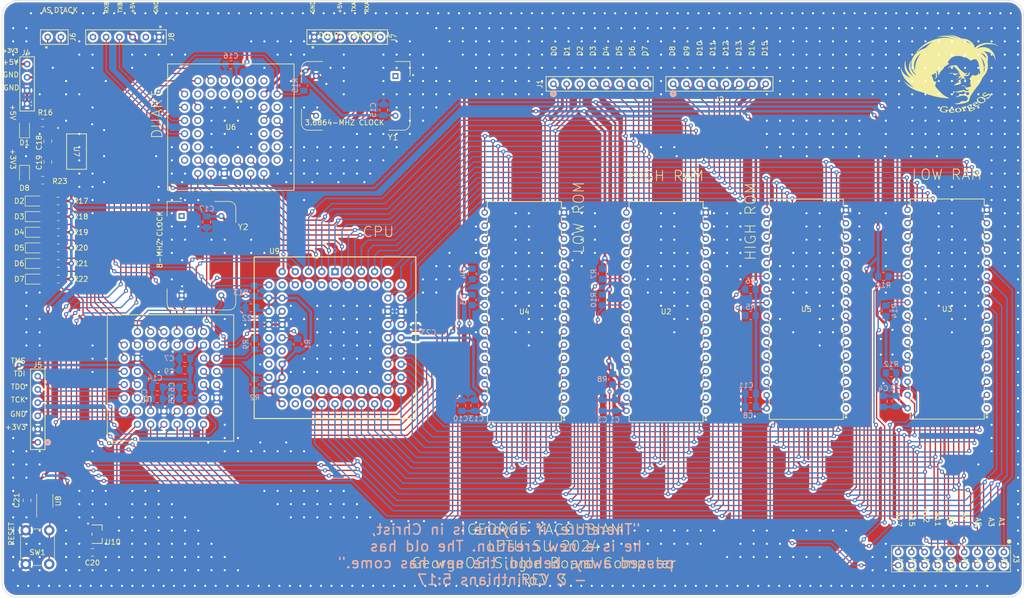
<source format=kicad_pcb>
(kicad_pcb (version 20211014) (generator pcbnew)
  (layers (0 "F.Cu" signal) (31 "B.Cu" signal) (34 "B.Paste" user) (35 "F.Paste" user) (36 "B.SilkS" user "B.Silkscreen") (37 "F.SilkS" user "F.Silkscreen") (38 "B.Mask" user) (39 "F.Mask" user) (44 "Edge.Cuts" user))
  (net 0 "")
  (net 1 "+5V")
  (net 2 "GND")
  (net 3 "+3V3")
  (net 4 "/3V3_LED")
  (net 5 "LED0")
  (net 6 "LED1")
  (net 7 "LED2")
  (net 8 "LED3")
  (net 9 "LED4")
  (net 10 "LED5")
  (net 11 "D0")
  (net 12 "D1")
  (net 13 "D2")
  (net 14 "D3")
  (net 15 "D4")
  (net 16 "D5")
  (net 17 "D6")
  (net 18 "D7")
  (net 19 "D8")
  (net 20 "D9")
  (net 21 "D10")
  (net 22 "D11")
  (net 23 "D12")
  (net 24 "D13")
  (net 25 "D14")
  (net 26 "D15")
  (net 27 "A1")
  (net 28 "A2")
  (net 29 "A3")
  (net 30 "A4")
  (net 31 "A5")
  (net 32 "A6")
  (net 33 "A7")
  (net 34 "A8")
  (net 35 "A9")
  (net 36 "A10")
  (net 37 "A11")
  (net 38 "A12")
  (net 39 "A13")
  (net 40 "A14")
  (net 41 "A15")
  (net 42 "A16")
  (net 43 "A17")
  (net 44 "A18")
  (net 45 "TCK")
  (net 46 "TDO")
  (net 47 "TDI")
  (net 48 "TMS")
  (net 49 "AS")
  (net 51 "TXDA")
  (net 52 "RXDA")
  (net 55 "TXDB")
  (net 56 "RXDB")
  (net 58 "HALT")
  (net 59 "BERR")
  (net 60 "ROMLOE")
  (net 61 "ROMLCE")
  (net 62 "ROMHOE")
  (net 63 "ROMHCE")
  (net 64 "RAMLCE")
  (net 65 "RAMLCE2")
  (net 66 "RESET")
  (net 67 "RAMLOE")
  (net 68 "RAMHCE")
  (net 69 "RAMHCE2")
  (net 70 "CPLD_DTACK")
  (net 71 "RAMHOE")
  (net 72 "DUARTCS")
  (net 73 "/SW_IN")
  (net 74 "CLK")
  (net 75 "UDS")
  (net 76 "LDS")
  (net 77 "A20")
  (net 78 "A21")
  (net 79 "A22")
  (net 80 "A23")
  (net 81 "SRESET")
  (net 82 "BRESET")
  (net 83 "DUART_DTACK")
  (net 84 "A19")
  (net 86 "R{slash}W")
  (net 106 "/DUART_CLK")
  (net 119 "/5V_LED")
  (footprint "Imported:CON6_1X6_TU_HTS_SAI" (layer "F.Cu") (at 124.517123 78.57 180)
    (fp_text reference "J8")
    (fp_text value "DUART B")
  )
  (footprint "Imported:SOT-23_STM-L" (layer "F.Cu") (at 119.017123 174.07 -90)
    (fp_text reference "U10")
    (fp_text value "STM1001LWX6F")
  )
  (footprint "LED_SMD:LED_0805_2012Metric_Pad1.15x1.40mm_HandSolder" (layer "F.Cu") (at 107.042123 119.07)
    (fp_text reference "D5")
    (fp_text value "LED")
  )
  (footprint "Imported:PDIP32_PH_SST_MCH" (layer "F.Cu") (at 208.667123 150.37 180)
    (fp_text reference "U4")
    (fp_text value "SST39SF020A-70-4C-PHE")
  )
  (footprint "Resistor_SMD:R_0805_2012Metric_Pad1.20x1.40mm_HandSolder" (layer "F.Cu") (at 111.517123 122.07 180)
    (fp_text reference "R21")
    (fp_text value "1k")
  )
  (footprint "LED_SMD:LED_0805_2012Metric_Pad1.15x1.40mm_HandSolder" (layer "F.Cu") (at 105.017123 96.07 90)
    (fp_text reference "D1")
    (fp_text value "LED")
  )
  (footprint "Imported:CON4_1X4_TU_HTS_SAI" (layer "F.Cu") (at 105.517123 87.57 -90)
    (fp_text reference "J4")
    (fp_text value "POWER")
  )
  (footprint "Package_TO_SOT_SMD:SOT-143_Handsoldering" (layer "F.Cu") (at 108.917123 167.67 90)
    (fp_text reference "U8")
    (fp_text value "MAX6816EUS_T")
  )
  (footprint "Imported:PDIP32_PH_SST_MCH" (layer "F.Cu") (at 289.907123 149.87 180)
    (fp_text reference "U3")
    (fp_text value "AS6C1008-55PCN")
  )
  (footprint "Button_Switch_THT:SW_PUSH_6mm" (layer "F.Cu") (at 105.267123 179.82 90)
    (fp_text reference "SW1")
    (fp_text value "SW_Push")
  )
  (footprint "Imported:CON6_1X6_TU_HTS_SAI" (layer "F.Cu") (at 107.567123 150.07 90)
    (fp_text reference "J5")
    (fp_text value "JTAG")
  )
  (footprint "Imported:PDIP32_PH_SST_MCH" (layer "F.Cu") (at 262.837123 149.91 180)
    (fp_text reference "U5")
    (fp_text value "SST39SF020A-70-4C-PHE")
  )
  (footprint "Imported:PDIP32_PH_SST_MCH" (layer "F.Cu") (at 235.907123 150.37 180)
    (fp_text reference "U2")
    (fp_text value "AS6C1008-55PCN")
  )
  (footprint "LED_SMD:LED_0805_2012Metric_Pad1.15x1.40mm_HandSolder" (layer "F.Cu") (at 107.042123 116.07)
    (fp_text reference "D4")
    (fp_text value "LED")
  )
  (footprint "Resistor_SMD:R_0805_2012Metric_Pad1.20x1.40mm_HandSolder" (layer "F.Cu") (at 108.517123 106.07 180)
    (fp_text reference "R23")
    (fp_text value "1k")
  )
  (footprint "Imported:SOT-223_DIO-L" (layer "F.Cu") (at 115.017123 100.57 -90)
    (fp_text reference "U7")
    (fp_text value "AP2114HA-3.3TRG1")
  )
  (footprint "Imported:TO_11B1-RK-TP_3MM" (layer "F.Cu") (at 145.937123 89.52)
    (fp_text reference "U6")
    (fp_text value "XR68C681CJ-F")
  )
  (footprint "LED_SMD:LED_0805_2012Metric_Pad1.15x1.40mm_HandSolder" (layer "F.Cu") (at 107.042123 125.07)
    (fp_text reference "D7")
    (fp_text value "LED")
  )
  (footprint "Imported:CON18_2X9_TU_HTS_SAI" (layer "F.Cu") (at 283.017123 178.771105 180)
    (fp_text reference "J3")
    (fp_text value "ABUS")
  )
  (footprint "Capacitor_SMD:C_0805_2012Metric_Pad1.18x1.45mm_HandSolder" (layer "F.Cu") (at 109.517123 102.57 90)
    (fp_text reference "C19")
    (fp_text value "4u7")
  )
  (footprint "Imported:OSC_ECS-100AX-036" (layer "F.Cu") (at 168.667123 89.87 180)
    (fp_text reference "Y1")
    (fp_text value "ECS-100AX-036")
  )
  (footprint "LED_SMD:LED_0805_2012Metric_Pad1.15x1.40mm_HandSolder" (layer "F.Cu") (at 107.017123 110.07)
    (fp_text reference "D2")
    (fp_text value "LED")
  )
  (footprint "Imported:CON8_1X8_TU_HTS_SAI" (layer "F.Cu") (at 215.517123 87.57)
    (fp_text reference "J1")
    (fp_text value "DBUS_LOW")
  )
  (footprint "Resistor_SMD:R_0805_2012Metric_Pad1.20x1.40mm_HandSolder" (layer "F.Cu") (at 111.517123 125.07 180)
    (fp_text reference "R22")
    (fp_text value "1k")
  )
  (footprint "Resistor_SMD:R_0805_2012Metric_Pad1.20x1.40mm_HandSolder" (layer "F.Cu") (at 111.517123 113.07 180)
    (fp_text reference "R18")
    (fp_text value "1k")
  )
  (footprint "Capacitor_SMD:C_0805_2012Metric_Pad1.18x1.45mm_HandSolder" (layer "F.Cu") (at 105.517123 167.57 -90)
    (fp_text reference "C21")
    (fp_text value "0u1")
  )
  (footprint "Resistor_SMD:R_0805_2012Metric_Pad1.20x1.40mm_HandSolder" (layer "F.Cu") (at 111.492123 110.07 180)
    (fp_text reference "R17")
    (fp_text value "1k")
  )
  (footprint "Resistor_SMD:R_0805_2012Metric_Pad1.20x1.40mm_HandSolder" (layer "F.Cu") (at 111.517123 116.07 180)
    (fp_text reference "R19")
    (fp_text value "1k")
  )
  (footprint "Resistor_SMD:R_0805_2012Metric_Pad1.20x1.40mm_HandSolder" (layer "F.Cu") (at 111.517123 119.07 180)
    (fp_text reference "R20")
    (fp_text value "1k")
  )
  (footprint "Imported:TO_11B1-RK-TP_3MM" (layer "F.Cu") (at 134.337123 137.72)
    (fp_text reference "U1")
    (fp_text value "XC9572XL-PC44")
  )
  (footprint "Imported:OSC_ECS-100AX-080" (layer "F.Cu") (at 139.017123 120.57 -90)
    (fp_text reference "Y2")
    (fp_text value "ECS-100AX-080")
  )
  (footprint "Imported:CON2_1X2_TU_HTS_SAI" (layer "F.Cu") (at 110.747123 78.57)
    (fp_text reference "J6")
    (fp_text value "Conn_01x02_Male")
  )
  (footprint "Capacitor_SMD:C_0805_2012Metric_Pad1.18x1.45mm_HandSolder" (layer "F.Cu") (at 109.517123 98.57 -90)
    (fp_text reference "C18")
    (fp_text value "4u7")
  )
  (footprint "Imported:CON8_1X8_TU_HTS_SAI" (layer "F.Cu") (at 238.517123 87.57)
    (fp_text reference "J2")
    (fp_text value "DBUS_HIGH")
  )
  (footprint "Capacitor_SMD:C_0805_2012Metric_Pad1.18x1.45mm_HandSolder" (layer "F.Cu") (at 118.054623 177.57)
    (fp_text reference "C20")
    (fp_text value "0u1")
  )
  (footprint "LED_SMD:LED_0805_2012Metric_Pad1.15x1.40mm_HandSolder" (layer "F.Cu") (at 107.042123 113.07)
    (fp_text reference "D3")
    (fp_text value "LED")
  )
  (footprint "LED_SMD:LED_0805_2012Metric_Pad1.15x1.40mm_HandSolder" (layer "F.Cu") (at 105.017123 105.07 -90)
    (fp_text reference "D8")
    (fp_text value "LED")
  )
  (footprint "Resistor_SMD:R_0805_2012Metric_Pad1.20x1.40mm_HandSolder" (layer "F.Cu") (at 108.517123 95.07 180)
    (fp_text reference "R16")
    (fp_text value "1k")
  )
  (footprint "LOGO" (layer "F.Cu") (at 282.5 85.5)
    (fp_text reference "G***" hide)
    (fp_text value "LOGO" hide)
  )
  (footprint "Imported:3M_8468-11B1-RK-TP" (layer "F.Cu") (at 164.667633 136.33)
    (fp_text reference "U9")
    (fp_text value "MC68000FN")
  )
  (footprint "LED_SMD:LED_0805_2012Metric_Pad1.15x1.40mm_HandSolder" (layer "F.Cu") (at 107.042123 122.07)
    (fp_text reference "D6")
    (fp_text value "LED")
  )
  (footprint "Imported:CON6_1X6_TU_HTS_SAI" (layer "F.Cu") (at 167.017123 78.57)
    (fp_text reference "J7")
    (fp_text value "DUART A")
  )
  (footprint "Resistor_SMD:R_0805_2012Metric_Pad1.20x1.40mm_HandSolder" (layer "B.Cu") (at 270.017123 124.57)
    (fp_text reference "R11")
    (fp_text value "4k7")
  )
  (footprint "Resistor_SMD:R_0805_2012Metric_Pad1.20x1.40mm_HandSolder" (layer "B.Cu") (at 244.517123 132.07 180)
    (fp_text reference "R5")
    (fp_text value "4k7")
  )
  (footprint "Capacitor_SMD:C_0805_2012Metric_Pad1.18x1.45mm_HandSolder" (layer "B.Cu") (at 216.017123 149.32 90)
    (fp_text reference "C3")
    (fp_text value "0u01")
  )
  (footprint "Resistor_SMD:R_0805_2012Metric_Pad1.20x1.40mm_HandSolder" (layer "B.Cu") (at 157.517123 137.57 90)
    (fp_text reference "R1")
    (fp_text value "4k7")
  )
  (footprint "Capacitor_SMD:C_0805_2012Metric_Pad1.18x1.45mm_HandSolder" (layer "B.Cu") (at 135.839623 145.82 180)
    (fp_text reference "C6")
    (fp_text value "0u1")
  )
  (footprint "Resistor_SMD:R_0805_2012Metric_Pad1.20x1.40mm_HandSolder" (layer "B.Cu") (at 158.667123 87.87 -90)
    (fp_text reference "R15")
    (fp_text value "4k7")
  )
  (footprint "Resistor_SMD:R_0805_2012Metric_Pad1.20x1.40mm_HandSolder" (layer "B.Cu") (at 270.517123 131.17 90)
    (fp_text reference "R14")
    (fp_text value "4k7")
  )
  (footprint "Resistor_SMD:R_0805_2012Metric_Pad1.20x1.40mm_HandSolder" (layer "B.Cu") (at 216.017123 124.07 -90)
    (fp_text reference "R7")
    (fp_text value "4k7")
  )
  (footprint "Capacitor_SMD:C_0805_2012Metric_Pad1.18x1.45mm_HandSolder" (layer "B.Cu") (at 218.517123 149.32 90)
    (fp_text reference "C1")
    (fp_text value "0u1")
  )
  (footprint "Resistor_SMD:R_0805_2012Metric_Pad1.20x1.40mm_HandSolder" (layer "B.Cu") (at 218.017123 144.32 -90)
    (fp_text reference "R8")
    (fp_text value "4k7")
  )
  (footprint "Resistor_SMD:R_0805_2012Metric_Pad1.20x1.40mm_HandSolder" (layer "B.Cu") (at 244.517123 127.07 180)
    (fp_text reference "R6")
    (fp_text value "4k7")
  )
  (footprint "Capacitor_SMD:C_0805_2012Metric_Pad1.18x1.45mm_HandSolder" (layer "B.Cu") (at 148.517123 130.57 180)
    (fp_text reference "C22")
    (fp_text value "0u1")
  )
  (footprint "Capacitor_SMD:C_0805_2012Metric_Pad1.18x1.45mm_HandSolder" (layer "B.Cu") (at 272.417123 148.5075 90)
    (fp_text reference "C2")
    (fp_text value "0u1")
  )
  (footprint "Capacitor_SMD:C_0805_2012Metric_Pad1.18x1.45mm_HandSolder" (layer "B.Cu") (at 189.017123 149.3575 90)
    (fp_text reference "C10")
    (fp_text value "0u1")
  )
  (footprint "Capacitor_SMD:C_0805_2012Metric_Pad1.18x1.45mm_HandSolder" (layer "B.Cu") (at 270.017123 148.57 90)
    (fp_text reference "C4")
    (fp_text value "0u01")
  )
  (footprint "Resistor_SMD:R_0805_2012Metric_Pad1.20x1.40mm_HandSolder" (layer "B.Cu") (at 149.267123 137.57 -90)
    (fp_text reference "R9")
    (fp_text value "4k7")
  )
  (footprint "Capacitor_SMD:C_0805_2012Metric_Pad1.18x1.45mm_HandSolder" (layer "B.Cu") (at 144.667123 83.87 180)
    (fp_text reference "C16")
    (fp_text value "0u1")
  )
  (footprint "Resistor_SMD:R_0805_2012Metric_Pad1.20x1.40mm_HandSolder" (layer "B.Cu") (at 149.267123 145.32 90)
    (fp_text reference "R2")
    (fp_text value "4k7")
  )
  (footprint "Capacitor_SMD:C_0805_2012Metric_Pad1.18x1.45mm_HandSolder" (layer "B.Cu") (at 191.517123 149.3575 90)
    (fp_text reference "C13")
    (fp_text value "0u01")
  )
  (footprint "Capacitor_SMD:C_0805_2012Metric_Pad1.18x1.45mm_HandSolder" (layer "B.Cu") (at 135.817123 142.57 180)
    (fp_text reference "C9")
    (fp_text value "0u1")
  )
  (footprint "Capacitor_SMD:C_0805_2012Metric_Pad1.18x1.45mm_HandSolder" (layer "B.Cu") (at 174.017123 92.57 90)
    (fp_text reference "C15")
    (fp_text value "0u1")
  )
  (footprint "Capacitor_SMD:C_0805_2012Metric_Pad1.18x1.45mm_HandSolder" (layer "B.Cu") (at 135.817123 148.07 180)
    (fp_text reference "C5")
    (fp_text value "0u01")
  )
  (footprint "Resistor_SMD:R_0805_2012Metric_Pad1.20x1.40mm_HandSolder" (layer "B.Cu") (at 191.017123 129.07 -90)
    (fp_text reference "R3")
    (fp_text value "4k7")
  )
  (footprint "Capacitor_SMD:C_0805_2012Metric_Pad1.18x1.45mm_HandSolder" (layer "B.Cu") (at 244.517123 147.07 180)
    (fp_text reference "C11")
    (fp_text value "0u01")
  )
  (footprint "Capacitor_SMD:C_0805_2012Metric_Pad1.18x1.45mm_HandSolder" (layer "B.Cu") (at 135.817123 140.32 180)
    (fp_text reference "C7")
    (fp_text value "0u01")
  )
  (footprint "Capacitor_SMD:C_0805_2012Metric_Pad1.18x1.45mm_HandSolder" (layer "B.Cu") (at 130.529623 148.07)
    (fp_text reference "C12")
    (fp_text value "0u01")
  )
  (footprint "Capacitor_SMD:C_0805_2012Metric_Pad1.18x1.45mm_HandSolder" (layer "B.Cu") (at 140.017123 114.07 -90)
    (fp_text reference "C17")
    (fp_text value "0u1")
  )
  (footprint "Capacitor_SMD:C_0805_2012Metric_Pad1.18x1.45mm_HandSolder" (layer "B.Cu") (at 244.517123 149.57 180)
    (fp_text reference "C8")
    (fp_text value "0u1")
  )
  (footprint "Capacitor_SMD:C_0805_2012Metric_Pad1.18x1.45mm_HandSolder" (layer "B.Cu") (at 180.167633 135.33 90)
    (fp_text reference "C23")
    (fp_text value "0u1")
  )
  (footprint "Resistor_SMD:R_0805_2012Metric_Pad1.20x1.40mm_HandSolder" (layer "B.Cu") (at 149.167633 127.33 90)
    (fp_text reference "R13")
    (fp_text value "4k7")
  )
  (footprint "Resistor_SMD:R_0805_2012Metric_Pad1.20x1.40mm_HandSolder" (layer "B.Cu") (at 271.517123 143.07 180)
    (fp_text reference "R12")
    (fp_text value "4k7")
  )
  (footprint "Capacitor_SMD:C_0805_2012Metric_Pad1.18x1.45mm_HandSolder" (layer "B.Cu") (at 130.567123 145.82)
    (fp_text reference "C14")
    (fp_text value "0u1")
  )
  (footprint "Resistor_SMD:R_0805_2012Metric_Pad1.20x1.40mm_HandSolder" (layer "B.Cu") (at 216.017123 129.07 -90)
    (fp_text reference "R10")
    (fp_text value "4k7")
  )
  (footprint "Resistor_SMD:R_0805_2012Metric_Pad1.20x1.40mm_HandSolder" (layer "B.Cu") (at 191.017123 124.07 -90)
    (fp_text reference "R4")
    (fp_text value "4k7")
  )
  (gr_line (start 297 183.3) (end 297 74.6) (layer "Edge.Cuts") (width 0.1))
  (gr_arc (start 297 183.3) (mid 296.07562 185.405499) (end 293.9 186.15) (layer "Edge.Cuts") (width 0.1))
  (gr_line (start 293.9 71.5) (end 103.8 71.5) (layer "Edge.Cuts") (width 0.1))
  (gr_arc (start 293.9 71.5) (mid 296.092031 72.407969) (end 297 74.6) (layer "Edge.Cuts") (width 0.1))
  (gr_arc (start 100.7 74.6) (mid 101.607969 72.407969) (end 103.8 71.5) (layer "Edge.Cuts") (width 0.1))
  (gr_line (start 100.7 74.6) (end 100.7 183.3) (layer "Edge.Cuts") (width 0.1))
  (gr_line (start 103.8 186.15) (end 293.9 186.15) (layer "Edge.Cuts") (width 0.1))
  (gr_arc (start 103.8 186.15) (mid 101.62438 185.405499) (end 100.7 183.3) (layer "Edge.Cuts") (width 0.1))
  (gr_text "{dblquote}Therefore, if anyone is in Christ, \nhe is a new creation. The old has \npassed away; behold, the new has come.{dblquote} \n- 2 Corinthians 5:17" (at 196.75 178) (layer "B.SilkS") (effects (font (size 2 2) (thickness 0.3)) (justify mirror)))
  (gr_text "TMS" (at 103.8 140.75) (layer "F.SilkS") (effects (font (size 1 1))))
  (gr_text "TDI" (at 104.05 143.25) (layer "F.SilkS") (effects (font (size 1 1))))
  (gr_text "GND" (at 103.8 151) (layer "F.SilkS") (effects (font (size 1 1))))
  (gr_text "+5V" (at 125.8 72.9 90) (layer "F.SilkS") (effects (font (size 0.75 0.75))))
  (gr_text "TDO" (at 103.8 145.75) (layer "F.SilkS") (effects (font (size 1 1))))
  (gr_text "GND" (at 160.4 72.8 90) (layer "F.SilkS") (effects (font (size 0.75 0.75))))
  (gr_text "D4" (at 216.75 81.25 90) (layer "F.SilkS") (effects (font (size 1 1))))
  (gr_text "A18" (at 273.25 180 270) (layer "F.SilkS") (effects (font (size 1 1))))
  (gr_text "A6" (at 288.25 179.5 270) (layer "F.SilkS") (effects (font (size 1 1))))
  (gr_text "A11" (at 280.5 171.25 270) (layer "F.SilkS") (effects (font (size 1 1))))
  (gr_text "TCK" (at 103.8 148.25) (layer "F.SilkS") (effects (font (size 1 1))))
  (gr_text "A7" (at 285.75 170.75 270) (layer "F.SilkS") (effects (font (size 1 1))))
  (gr_text "D15" (at 247.25 80.75 90) (layer "F.SilkS") (effects (font (size 1 1))))
  (gr_text "RESET" (at 102.5 174 90) (layer "F.SilkS") (effects (font (size 1 1))))
  (gr_text "D6" (at 221.75 81.25 90) (layer "F.SilkS") (effects (font (size 1 1))))
  (gr_text "D0\n" (at 206.75 81.25 90) (layer "F.SilkS") (effects (font (size 1 1))))
  (gr_text "+5V" (at 165.6 72.9 90) (layer "F.SilkS") (effects (font (size 0.75 0.75))))
  (gr_text "CPU" (at 173 116) (layer "F.SilkS") (effects (font (size 2 2))))
  (gr_text "DUART" (at 130.5 93.5 90) (layer "F.SilkS") (effects (font (size 2 2))))
  (gr_text "3.6864-MHZ CLOCK" (at 166.5 95) (layer "F.SilkS") (effects (font (size 1 1))))
  (gr_text "A5" (at 288.25 171.75 270) (layer "F.SilkS") (effects (font (size 1 1))))
  (gr_text "A3" (at 290.75 171.75 270) (layer "F.SilkS") (effects (font (size 1 1))))
  (gr_text "D13" (at 242.25 80.75 90) (layer "F.SilkS") (effects (font (size 1 1))))
  (gr_text "+3V3\n" (at 102.8 102 270) (layer "F.SilkS") (effects (font (size 1 1))))
  (gr_text "HIGH ROM" (at 244.5 114 90) (layer "F.SilkS") (effects (font (size 2 2))))
  (gr_text "A12" (at 278.25 170.5 270) (layer "F.SilkS") (effects (font (size 1 1))))
  (gr_text "A17" (at 273 171.25 270) (layer "F.SilkS") (effects (font (size 1 1))))
  (gr_text "D14" (at 244.75 80.75 90) (layer "F.SilkS") (effects (font (size 1 1))))
  (gr_text "A2" (at 293.25 179.5 270) (layer "F.SilkS") (effects (font (size 1 1))))
  (gr_text "RXA" (at 170.8 72.8 90) (layer "F.SilkS") (effects (font (size 0.75 0.75))))
  (gr_text "+3V3" (at 102.3 81.2) (layer "F.SilkS") (effects (font (size 0.75 0.75))))
  (gr_text "AS" (at 109.3 73.4) (layer "F.SilkS") (effects (font (size 1 1))))
  (gr_text "D5" (at 219.25 81.25 90) (layer "F.SilkS") (effects (font (size 1 1))))
  (gr_text "+3V3" (at 103.3 153.5) (layer "F.SilkS") (effects (font (size 1 1))))
  (gr_text "A15" (at 275.5 171.25 270) (layer "F.SilkS") (effects (font (size 1 1))))
  (gr_text "+5V\n" (at 102.8 93 270) (layer "F.SilkS") (effects (font (size 1 1))))
  (gr_text "D3" (at 214.25 81.25 90) (layer "F.SilkS") (effects (font (size 1 1))))
  (gr_text "D8\n" (at 229.5 81.25 90) (layer "F.SilkS") (effects (font (size 1 1))))
  (gr_text "D2" (at 211.75 81.25 90) (layer "F.SilkS") (effects (font (size 1 1))))
  (gr_text "GND" (at 102.4 85.8) (layer "F.SilkS") (effects (font (size 1 1))))
  (gr_text "D12" (at 239.75 80.75 90) (layer "F.SilkS") (effects (font (size 1 1))))
  (gr_text "A1" (at 292.75 171.75 270) (layer "F.SilkS") (effects (font (size 1 1))))
  (gr_text "TXB" (at 123.4 72.9 90) (layer "F.SilkS") (effects (font (size 0.75 0.75))))
  (gr_text "RXB" (at 120.8 72.9 90) (layer "F.SilkS") (effects (font (size 0.75 0.75))))
  (gr_text "D10" (at 234.75 80.75 90) (layer "F.SilkS") (effects (font (size 1 1))))
  (gr_text "8-MHZ CLOCK" (at 131 117.5 90) (layer "F.SilkS") (effects (font (size 1 1))))
  (gr_text "D1" (at 209.25 81.25 90) (layer "F.SilkS") (effects (font (size 1 1))))
  (gr_text "A8" (at 285.75 179.5 270) (layer "F.SilkS") (effects (font (size 1 1))))
  (gr_text "LOW ROM\n" (at 211.5 113.25 90) (layer "F.SilkS") (effects (font (size 2 2))))
  (gr_text "+5V" (at 102.3 83.4) (layer "F.SilkS") (effects (font (size 1 1))))
  (gr_text "D9" (at 232.25 81.25 90) (layer "F.SilkS") (effects (font (size 1 1))))
  (gr_text "A14" (at 278.25 180 270) (layer "F.SilkS") (effects (font (size 1 1))))
  (gr_text "A4" (at 290.75 179.5 270) (layer "F.SilkS") (effects (font (size 1 1))))
  (gr_text "GND" (at 102.5 88.3) (layer "F.SilkS") (effects (font (size 1 1))))
  (gr_text "DUART CHANNEL A" (at 168.4 78.2) (layer "F.SilkS") (effects (font (size 1 1))))
  (gr_text "DTACK" (at 113 73.4) (layer "F.SilkS") (effects (font (size 1 1))))
  (gr_text "GEORGE YACOUBIAN\nLETU SU 2024\nGeorgeOS Single Board Computer\nREV 3" (at 204.8 178) (layer "F.SilkS") (effects (font (size 2 2))))
  (gr_text "A16" (at 275.75 180 270) (layer "F.SilkS") (effects (font (size 1 1))))
  (gr_text "TXA" (at 168.3 72.8 90) (layer "F.SilkS") (effects (font (size 0.75 0.75))))
  (gr_text "A12" (at 280.75 180 270) (layer "F.SilkS") (effects (font (size 1 1))))
  (gr_text "D7" (at 224.25 81.25 90) (layer "F.SilkS") (effects (font (size 1 1))))
  (gr_text "HIGH RAM\n" (at 228.25 105.25) (layer "F.SilkS") (effects (font (size 2 2))))
  (gr_text "A10" (at 283.25 180 270) (layer "F.SilkS") (effects (font (size 1 1))))
  (gr_text "D11" (at 237.25 80.75 90) (layer "F.SilkS") (effects (font (size 1 1))))
  (gr_text "LOW RAM\n" (at 282.25 105) (layer "F.SilkS") (effects (font (size 2 2))))
  (gr_text "GND" (at 130.3 72.8 90) (layer "F.SilkS") (effects (font (size 0.75 0.75))))
  (gr_text "A9" (at 283 171.5 270) (layer "F.SilkS") (effects (font (size 1 1))))
  (segment (start 147.767123 81.32) (end 146.321634 79.874511) (width 0.5) (layer "F.Cu") (net 1))
  (segment (start 159.017123 85.07) (end 155.467123 85.07) (width 0.5) (layer "F.Cu") (net 1))
  (segment (start 112.492123 110.07) (end 114.017123 110.07) (width 0.5) (layer "F.Cu") (net 1))
  (segment (start 113.267123 163.82) (end 113.267123 171.487402) (width 0.5) (layer "F.Cu") (net 1))
  (segment (start 112.517123 113.07) (end 114.017123 113.07) (width 0.5) (layer "F.Cu") (net 1))
  (segment (start 109.517123 130.82) (end 109.517123 162.07) (width 0.5) (layer "F.Cu") (net 1))
  (segment (start 217.267123 142.32) (end 219.267123 144.32) (width 0.5) (layer "F.Cu") (net 1))
  (segment (start 163.497123 76.32) (end 123.017123 76.32) (width 0.5) (layer "F.Cu") (net 1))
  (segment (start 154.507633 143.95) (end 151.967633 146.49) (width 0.5) (layer "F.Cu") (net 1))
  (segment (start 127.091634 79.874511) (end 125.787123 78.57) (width 0.5) (layer "F.Cu") (net 1))
  (segment (start 217.407123 127.07) (end 217.507123 126.97) (width 0.5) (layer "F.Cu") (net 1))
  (segment (start 268.767123 126.57) (end 266.767123 124.57) (width 0.5) (layer "F.Cu") (net 1))
  (segment (start 189.017123 123.57) (end 189.517123 123.07) (width 0.5) (layer "F.Cu") (net 1))
  (segment (start 268.267123 93.57) (end 269.017123 94.32) (width 0.5) (layer "F.Cu") (net 1))
  (segment (start 272.530837 144.806286) (end 272.517123 144.82) (width 0.5) (layer "F.Cu") (net 1))
  (segment (start 145.767123 115.89) (end 142.827123 112.95) (width 0.5) (layer "F.Cu") (net 1))
  (segment (start 216.517123 96.82) (end 216.517123 121.07) (width 0.5) (layer "F.Cu") (net 1))
  (segment (start 269.017123 94.32) (end 269.017123 115.07) (width 0.5) (layer "F.Cu") (net 1))
  (segment (start 147.767123 83.32) (end 147.767123 81.32) (width 0.5) (layer "F.Cu") (net 1))
  (segment (start 217.407123 140.68) (end 217.407123 127.07) (width 0.5) (layer "F.Cu") (net 1))
  (segment (start 114.017123 122.07) (end 112.517123 122.07) (width 0.5) (layer "F.Cu") (net 1))
  (segment (start 107.967123 165.87) (end 107.267123 166.57) (width 0.5) (layer "F.Cu") (net 1))
  (segment (start 190.517123 92.82) (end 203.267123 92.82) (width 0.5) (layer "F.Cu") (net 1))
  (segment (start 217.267123 140.82) (end 217.267123 142.32) (width 0.5) (layer "F.Cu") (net 1))
  (segment (start 109.017123 86.57) (end 109.517123 87.07) (width 0.5) (layer "F.Cu") (net 1))
  (segment (start 217.267123 140.82) (end 217.407123 140.68) (width 0.5) (layer "F.Cu") (net 1))
  (segment (start 108.747123 86.3) (end 109.017123 86.57) (width 0.5) (layer "F.Cu") (net 1))
  (segment (start 272.517123 147.72) (end 274.667123 149.87) (width 0.5) (layer "F.Cu") (net 1))
  (segment (start 114.017123 119.07) (end 112.517123 119.07) (width 0.5) (layer "F.Cu") (net 1))
  (segment (start 179.267123 76.32) (end 189.517123 86.57) (width 0.5) (layer "F.Cu") (net 1))
  (segment (start 117.017123 177.57) (end 117.017123 175.5112) (width 0.5) (layer "F.Cu") (net 1))
  (segment (start 268.767123 132.07) (end 268.767123 126.57) (width 0.5) (layer "F.Cu") (net 1))
  (segment (start 109.517123 162.07) (end 108.767123 162.82) (width 0.5) (layer "F.Cu") (net 1))
  (segment (start 219.267123 144.32) (end 219.267123 148.97) (width 0.5) (layer "F.Cu") (net 1))
  (segment (start 109.517123 97.5325) (end 109.517123 95.07) (width 0.5) (layer "F.Cu") (net 1))
  (segment (start 163.497123 76.32) (end 179.267123 76.32) (width 0.5) (layer "F.Cu") (net 1))
  (segment (start 113.267123 171.487402) (end 116.865721 175.086) (width 0.5) (layer "F.Cu") (net 1))
  (segment (start 107.967123 163.62) (end 107.967123 165.87) (width 0.5) (layer "F.Cu") (net 1))
  (segment (start 105.554623 166.57) (end 105.517123 166.5325) (width 0.5) (layer "F.Cu") (net 1))
  (segment (start 189.517123 128.32) (end 189.017123 127.82) (width 0.5) (layer "F.Cu") (net 1))
  (segment (start 189.017123 125.87) (end 189.017123 123.57) (width 0.5) (layer "F.Cu") (net 1))
  (segment (start 125.787123 78.57) (end 123.537123 76.32) (width 0.5) (layer "F.Cu") (net 1))
  (segment (start 114.017123 99.07) (end 114.017123 110.07) (width 0.5) (layer "F.Cu") (net 1))
  (segment (start 109.517123 97.5325) (end 111.305423 97.5325) (width 0.5) (layer "F.Cu") (net 1))
  (segment (start 189.017123 127.82) (end 189.017123 125.87) (width 0.5) (layer "F.Cu") (net 1))
  (segment (start 112.042923 98.27) (end 113.217123 98.27) (width 0.5) (layer "F.Cu") (net 1))
  (segment (start 114.017123 125.07) (end 112.517123 125.07) (width 0.5) (layer "F.Cu") (net 1))
  (segment (start 159.017123 85.07) (end 159.247123 85.07) (width 0.5) (layer "F.Cu") (net 1))
  (segment (start 147.517123 128.32) (end 146.767123 128.32) (width 0.5) (layer "F.Cu") (net 1))
  (segment (start 113.217123 98.27) (end 114.017123 99.07) (width 0.5) (layer "F.Cu") (net 1))
  (segment (start 212.517123 92.82) (end 216.517123 96.82) (width 0.5) (layer "F.Cu") (net 1))
  (segment (start 219.267123 148.97) (end 220.667123 150.37) (width 0.5) (layer "F.Cu") (net 1))
  (segment (start 145.767123 127.32) (end 145.767123 115.89) (width 0.5) (layer "F.Cu") (net 1))
  (segment (start 155.467123 85.07) (end 151.017123 89.52) (width 0.5) (layer "F.Cu") (net 1))
  (segment (start 270.517123 133.82) (end 268.767123 132.07) (width 0.5) (layer "F.Cu") (net 1))
  (segment (start 244.017123 93.82) (end 245.517123 95.32) (width 0.5) (layer "F.Cu") (net 1))
  (segment (start 187.517123 127.37) (end 189.017123 125.87) (width 0.5) (layer "F.Cu") (net 1))
  (segment (start 189.517123 86.57) (end 189.517123 92.57) (width 0.5) (layer "F.Cu") (net 1))
  (segment (start 189.517123 92.57) (end 189.517123 123.07) (width 0.5) (layer "F.Cu") (net 1))
  (segment (start 187.267123 135.07) (end 187.517123 134.82) (width 0.5) (layer "F.Cu") (net 1))
  (segment (start 105.517123 86.3) (end 108.747123 86.3) (width 0.5) (layer "F.Cu") (net 1))
  (segment (start 189.517123 91.82) (end 190.517123 92.82) (width 0.5) (layer "F.Cu") (net 1))
  (segment (start 117.017123 175.5112) (end 117.442323 175.086) (width 0.5) (layer "F.Cu") (net 1))
  (segment (start 108.767123 76.32) (end 107.767123 77.32) (width 0.5) (layer "F.Cu") (net 1))
  (segment (start 272.517123 144.82) (end 272.517123 147.72) (width 0.5) (layer "F.Cu") (net 1))
  (segment (start 107.267123 166.57) (end 105.554623 166.57) (width 0.5) (layer "F.Cu") (net 1))
  (segment (start 123.017123 76.32) (end 108.767123 76.32) (width 0.5) (layer "F.Cu") (net 1))
  (segment (start 266.767123 124.57) (end 266.767123 123.07) (width 0.5) (layer "F.Cu") (net 1))
  (segment (start 245.517123 95.32) (end 245.517123 125.57) (width 0.5) (layer "F.Cu") (net 1))
  (segment (start 187.517123 134.82) (end 187.517123 127.37) (width 0.5) (layer "F.Cu") (net 1))
  (segment (start 108.767123 162.82) (end 107.967123 163.62) (width 0.5) (layer "F.Cu") (net 1))
  (segment (start 107.767123 77.32) (end 107.767123 85.32) (width 0.5) (layer "F.Cu") (net 1))
  (segment (start 111.305423 97.5325) (end 112.042923 98.27) (width 0.5) (layer "F.Cu") (net 1))
  (segment (start 151.967633 146.49) (end 154.507633 149.03) (width 0.5) (layer "F.Cu") (net 1))
  (segment (start 165.747123 78.57) (end 163.497123 76.32) (width 0.5) (layer "F.Cu") (net 1))
  (segment (start 146.321634 79.874511) (end 127.091634 79.874511) (width 0.5) (layer "F.Cu") (net 1))
  (segment (start 109.517123 87.07) (end 109.517123 95.07) (width 0.5) (layer "F.Cu") (net 1))
  (segment (start 112.517123 116.07) (end 114.017123 116.07) (width 0.5) (layer "F.Cu") (net 1))
  (segment (start 146.767123 128.32) (end 145.767123 127.32) (width 0.5) (layer "F.Cu") (net 1))
  (segment (start 116.865721 175.086) (end 117.442323 175.086) (width 0.5) (layer "F.Cu") (net 1))
  (segment (start 159.247123 85.07) (end 165.747123 78.57) (width 0.5) (layer "F.Cu") (net 1))
  (segment (start 107.767123 85.32) (end 109.017123 86.57) (width 0.5) (layer "F.Cu") (net 1))
  (segment (start 217.507123 126.97) (end 217.507123 122.06) (width 0.5) (layer "F.Cu") (net 1))
  (segment (start 123.537123 76.32) (end 123.017123 76.32) (width 0.5) (layer "F.Cu") (net 1))
  (segment (start 154.507633 141.41) (end 154.507633 143.95) (width 0.5) (layer "F.Cu") (net 1))
  (segment (start 217.507123 122.06) (end 216.517123 121.07) (width 0.5) (layer "F.Cu") (net 1))
  (via (at 245.517123 125.57) (size 0.8) (drill 0.4) (layers "F.Cu" "B.Cu") (net 1))
  (via (at 187.267123 135.07) (size 1) (drill 0.4) (layers "F.Cu" "B.Cu") (net 1))
  (via (at 114.017123 116.07) (size 1) (drill 0.5) (layers "F.Cu" "B.Cu") (net 1))
  (via (at 266.767123 123.07) (size 0.8) (drill 0.4) (layers "F.Cu" "B.Cu") (net 1))
  (via (at 114.017123 119.07) (size 1) (drill 0.5) (layers "F.Cu" "B.Cu") (net 1))
  (via (at 216.517123 121.07) (size 1) (drill 0.5) (layers "F.Cu" "B.Cu") (net 1))
  (via (at 114.017123 110.07) (size 1) (drill 0.5) (layers "F.Cu" "B.Cu") (net 1))
  (via (at 203.267123 92.82) (size 0.8) (drill 0.4) (layers "F.Cu" "B.Cu") (net 1))
  (via (at 269.017123 115.07) (size 0.8) (drill 0.4) (layers "F.Cu" "B.Cu") (net 1))
  (via (at 244.017123 93.82) (size 0.8) (drill 0.4) (layers "F.Cu" "B.Cu") (net 1))
  (via (at 147.767123 83.32) (size 1) (drill 0.5) (layers "F.Cu" "B.Cu") (net 1))
  (via (at 217.407123 127.07) (size 1) (drill 0.5) (layers "F.Cu" "B.Cu") (net 1))
  (via (at 189.517123 128.32) (size 1) (drill 0.5) (layers "F.Cu" "B.Cu") (net 1))
  (via (at 147.517123 128.32) (size 0.8) (drill 0.4) (layers "F.Cu" "B.Cu") (net 1))
  (via (at 114.017123 122.07) (size 1) (drill 0.5) (layers "F.Cu" "B.Cu") (net 1))
  (via (at 159.017123 85.07) (size 1) (drill 0.5) (layers "F.Cu" "B.Cu") (net 1))
  (via (at 189.517123 123.07) (size 1) (drill 0.5) (layers "F.Cu" "B.Cu") (net 1))
  (via (at 212.517123 92.82) (size 0.8) (drill 0.4) (layers "F.Cu" "B.Cu") (net 1))
  (via (at 108.767123 162.82) (size 0.8) (drill 0.4) (layers "F.Cu" "B.Cu") (net 1))
  (via (at 217.267123 140.82) (size 1) (drill 0.5) (layers "F.Cu" "B.Cu") (net 1))
  (via (at 272.530837 144.806286) (size 0.8) (drill 0.4) (layers "F.Cu" "B.Cu") (net 1))
  (via (at 270.517123 133.82) (size 0.8) (drill 0.4) (layers "F.Cu" "B.Cu") (net 1))
  (via (at 114.017123 113.07) (size 1) (drill 0.5) (layers "F.Cu" "B.Cu") (net 1))
  (via (at 268.267123 93.57) (size 0.8) (drill 0.4) (layers "F.Cu" "B.Cu") (net 1))
  (via (at 114.017123 125.07) (size 1) (drill 0.5) (layers "F.Cu" "B.Cu") (net 1))
  (via (at 113.267123 163.82) (size 0.8) (drill 0.4) (layers "F.Cu" "B.Cu") (net 1))
  (via (at 109.517123 130.82) (size 0.8) (drill 0.4) (layers "F.Cu" "B.Cu") (net 1))
  (segment (start 212.517123 92.82) (end 243.017123 92.82) (width 0.5) (layer "B.Cu") (net 1))
  (segment (start 191.267123 145.67) (end 191.267123 137.07) (width 0.5) (layer "B.Cu") (net 1))
  (segment (start 115.267123 111.32) (end 138.304623 111.32) (width 0.5) (layer "B.Cu") (net 1))
  (segment (start 269.017123 120.82) (end 266.767123 123.07) (width 0.5) (layer "B.Cu") (net 1))
  (segment (start 113.267123 163.82) (end 112.267123 162.82) (width 0.5) (layer "B.Cu") (net 1))
  (segment (start 268.267123 93.57) (end 267.517123 92.82) (width 0.5) (layer "B.Cu") (net 1))
  (segment (start 149.167633 128.33) (end 147.527123 128.33) (width 0.5) (layer "B.Cu") (net 1))
  (segment (start 272.354623 149.6075) (end 272.417123 149.545) (width 0.5) (layer "B.Cu") (net 1))
  (segment (start 149.437123 146.49) (end 149.267123 146.32) (width 0.5) (layer "B.Cu") (net 1))
  (segment (start 145.704623 86.7475) (end 145.937123 86.98) (width 0.5) (layer "B.Cu") (net 1))
  (segment (start 176.214623 93.6075) (end 176.287123 93.68) (width 0.5) (layer "B.Cu") (net 1))
  (segment (start 145.704623 83.87) (end 145.704623 86.7475) (width 0.5) (layer "B.Cu") (net 1))
  (segment (start 270.517123 141.07) (end 270.517123 133.82) (width 0.5) (layer "B.Cu") (net 1))
  (segment (start 151.787633 131.07) (end 150.054623 131.07) (width 0.5) (layer "B.Cu") (net 1))
  (segment (start 187.267123 135.07) (end 185.969623 136.3675) (width 0.5) (layer "B.Cu") (net 1))
  (segment (start 114.017123 125.82) (end 114.017123 125.07) (width 0.5) (layer "B.Cu") (net 1))
  (segment (start 114.017123 116.07) (end 114.017123 113.07) (width 0.5) (layer "B.Cu") (net 1))
  (segment (start 158.667123 85.42) (end 158.667123 86.87) (width 0.5) (layer "B.Cu") (net 1))
  (segment (start 272.530837 143.083714) (end 272.517123 143.07) (width 0.5) (layer "B.Cu") (net 1))
  (segment (start 269.017123 121.57) (end 269.017123 124.57) (width 0.5) (layer "B.Cu") (net 1))
  (segment (start 218.517123 150.3575) (end 216.017123 150.3575) (width 0.5) (layer "B.Cu") (net 1))
  (segment (start 185.469623 136.3675) (end 180.167633 136.3675) (width 0.5) (layer "B.Cu") (net 1))
  (segment (start 159.017123 85.07) (end 158.667123 85.42) (width 0.5) (layer "B.Cu") (net 1))
  (segment (start 185.969623 136.3675) (end 185.469623 136.3675) (width 0.5) (layer "B.Cu") (net 1))
  (segment (start 216.017123 121.57) (end 216.017123 123.07) (width 0.5) (layer "B.Cu") (net 1))
  (segment (start 217.407123 127.07) (end 217.017123 127.07) (width 0.5) (layer "B.Cu") (net 1))
  (segment (start 274.342123 149.545) (end 274.667123 149.87) (width 0.5) (layer "B.Cu") (net 1))
  (segment (start 243.017123 92.82) (end 244.017123 93.82) (width 0.5) (layer "B.Cu") (net 1))
  (segment (start 245.554623 147.07) (end 245.554623 132.1075) (width 0.5) (layer "B.Cu") (net 1))
  (segment (start 147.527123 128.33) (end 147.517123 128.32) (width 0.5) (layer "B.Cu") (net 1))
  (segment (start 270.017123 149.6075) (end 272.354623 149.6075) (width 0.5) (layer "B.Cu") (net 1))
  (segment (start 112.267123 162.82) (end 108.767123 162.82) (width 0.5) (layer "B.Cu") (net 1))
  (segment (start 272.417123 149.545) (end 274.342123 149.545) (width 0.5) (layer "B.Cu") (net 1))
  (segment (start 217.017123 127.07) (end 216.017123 128.07) (width 0.5) (layer "B.Cu") (net 1))
  (segment (start 151.967633 128.71) (end 149.547633 128.71) (width 0.5) (layer "B.Cu") (net 1))
  (segment (start 158.517123 138.57) (end 157.517123 138.57) (width 0.5) (layer "B.Cu") (net 1))
  (segment (start 149.267123 136.57) (end 149.267123 130.8575) (width 0.5) (layer "B.Cu") (net 1))
  (segment (start 193.402123 150.395) (end 193.427123 150.37) (width 0.5) (layer "B.Cu") (net 1))
  (segment (start 193.427123 147.83) (end 191.267123 145.67) (width 0.5) (layer "B.Cu") (net 1))
  (segment (start 160.017123 137.07) (end 158.517123 138.57) (width 0.5) (layer "B.Cu") (net 1))
  (segment (start 203.267123 92.82) (end 212.517123 92.82) (width 0.5) (layer "B.Cu") (net 1))
  (segment (start 140.017123 113.0325) (end 142.744623 113.0325) (width 0.5) (layer "B.Cu") (net 1))
  (segment (start 177.405133 136.3675) (end 177.367633 136.33) (width 0.5) (layer "B.Cu") (net 1))
  (segment (start 150.054623 131.07) (end 149.554623 130.57) (width 0.5) (layer "B.Cu") (net 1))
  (segment (start 151.967633 131.25) (end 151.967633 128.71) (width 0.5) (layer "B.Cu") (net 1))
  (segment (start 189.517123 123.07) (end 191.017123 123.07) (width 0.5) (layer "B.Cu") (net 1))
  (segment (start 245.517123 125.57) (end 245.517123 127.07) (width 0.5) (layer "B.Cu") (net 1))
  (segment (start 220.667123 150.37) (end 218.529623 150.37) (width 0.5) (layer "B.Cu") (net 1))
  (segment (start 191.267123 137.07) (end 190.564623 136.3675) (width 0.5) (layer "B.Cu") (net 1))
  (segment (start 109.517123 130.82) (end 109.517123 130.32) (width 0.5) (layer "B.Cu") (net 1))
  (segment (start 216.517123 121.07) (end 216.017123 121.57) (width 0.5) (layer "B.Cu") (net 1))
  (segment (start 174.017123 93.6075) (end 176.214623 93.6075) (width 0.5) (layer "B.Cu") (net 1))
  (segment (start 191.517123 150.395) (end 189.017123 150.395) (width 0.5) (layer "B.Cu") (net 1))
  (segment (start 272.530837 144.806286) (end 272.530837 143.083714) (width 0.5) (layer "B.Cu") (net 1))
  (segment (start 245.517123 132.07) (end 245.517123 127.07) (width 0.5) (layer "B.Cu") (net 1))
  (segment (start 142.744623 113.0325) (end 142.827123 112.95) (width 0.5) (layer "B.Cu") (net 1))
  (segment (start 245.554623 149.57) (end 245.554623 147.07) (width 0.5) (layer "B.Cu") (net 1))
  (segment (start 147.217123 83.87) (end 145.704623 83.87) (width 0.5) (layer "B.Cu") (net 1))
  (segment (start 114.017123 122.07) (end 114.017123 125.07) (width 0.5) (layer "B.Cu") (net 1))
  (segment (start 191.517123 150.395) (end 193.402123 150.395) (width 0.5) (layer "B.Cu") (net 1))
  (segment (start 159.317123 86.87) (end 158.667123 86.87) (width 0.5) (layer "B.Cu") (net 1))
  (segment (start 166.054623 93.6075) (end 159.317123 86.87) (width 0.5) (layer "B.Cu") (net 1))
  (segment (start 217.267123 140.82) (end 218.017123 141.57) (width 0.5) (layer "B.Cu") (net 1))
  (segment (start 154.507633 128.71) (end 157.407123 128.71) (width 0.5) (layer "B.Cu") (net 1))
  (segment (start 180.167633 136.3675) (end 177.405133 136.3675) (width 0.5) (layer "B.Cu") (net 1))
  (segment (start 189.767123 128.07) (end 191.017123 128.07) (width 0.5) (layer "B.Cu") (net 1))
  (segment (start 267.517123 92.82) (end 243.017123 92.82) (width 0.5) (layer "B.Cu") (net 1))
  (segment (start 269.017123 115.07) (end 269.017123 121.57) (width 0.5) (layer "B.Cu") (net 1))
  (segment (start 160.017123 131.32) (end 160.017123 137.07) (width 0.5) (layer "B.Cu") (net 1))
  (segment (start 245.554623 132.1075) (end 245.517123 132.07) (width 0.5) (layer "B.Cu") (net 1))
  (segment (start 157.407123 128.71) (end 160.017123 131.32) (width 0.5) (layer "B.Cu") (net 1))
  (segment (start 247.667123 147.37) (end 247.667123 149.91) (width 0.5) (layer "B.Cu") (net 1))
  (segment (start 114.017123 110.07) (end 115.267123 111.32) (width 0.5) (layer "B.Cu") (net 1))
  (segment (start 149.267123 130.8575) (end 149.554623 130.57) (width 0.5) (layer "B.Cu") (net 1))
  (segment (start 114.017123 119.07) (end 114.017123 122.07) (width 0.5) (layer "B.Cu") (net 1))
  (segment (start 193.427123 150.37) (end 193.427123 147.83) (width 0.5) (layer "B.Cu") (net 1))
  (segment (start 138.304623 111.32) (end 140.017123 113.0325) (width 0.5) (layer "B.Cu") (net 1))
  (segment (start 151.967633 131.25) (end 151.787633 131.07) (width 0.5) (layer "B.Cu") (net 1))
  (segment (start 114.017123 116.07) (end 114.017123 119.07) (width 0.5) (layer "B.Cu") (net 1))
  (segment (start 190.564623 136.3675) (end 185.469623 136.3675) (width 0.5) (layer "B.Cu") (net 1))
  (segment (start 174.017123 93.6075) (end 166.054623 93.6075) (width 0.5) (layer "B.Cu") (net 1))
  (segment (start 218.017123 141.57) (end 218.017123 143.32) (width 0.5) (layer "B.Cu") (net 1))
  (segment (start 247.544623 150.0325) (end 247.667123 149.91) (width 0.5) (layer "B.Cu") (net 1))
  (segment (start 157.517123 138.57) (end 157.347633 138.57) (width 0.5) (layer "B.Cu") (net 1))
  (segment (start 151.967633 146.49) (end 149.437123 146.49) (width 0.5) (layer "B.Cu") (net 1))
  (segment (start 245.517123 150.0325) (end 247.544623 150.0325) (width 0.5) (layer "B.Cu") (net 1))
  (segment (start 157.347633 138.57) (end 154.507633 141.41) (width 0.5) (layer "B.Cu") (net 1))
  (segment (start 109.517123 130.32) (end 114.017123 125.82) (width 0.5) (layer "B.Cu") (net 1))
  (segment (start 272.517123 143.07) (end 270.517123 141.07) (width 0.5) (layer "B.Cu") (net 1))
  (segment (start 154.507633 128.71) (end 151.967633 128.71) (width 0.5) (layer "B.Cu") (net 1))
  (segment (start 147.767123 83.32) (end 147.217123 83.87) (width 0.5) (layer "B.Cu") (net 1))
  (segment (start 114.017123 110.07) (end 114.017123 113.07) (width 0.5) (layer "B.Cu") (net 1))
  (segment (start 218.529623 150.37) (end 218.517123 150.3575) (width 0.5) (layer "B.Cu") (net 1))
  (segment (start 149.547633 128.71) (end 149.167633 128.33) (width 0.5) (layer "B.Cu") (net 1))
  (segment (start 270.517123 133.82) (end 270.517123 132.17) (width 0.5) (layer "B.Cu") (net 1))
  (segment (start 189.517123 128.32) (end 189.767123 128.07) (width 0.5) (layer "B.Cu") (net 1))
  (segment (start 103.517123 95.595) (end 105.017123 97.095) (width 0.5) (layer "F.Cu") (net 2))
  (segment (start 118.017123 95.32) (end 117.991323 95.3458) (width 0.5) (layer "F.Cu") (net 2))
  (segment (start 151.967633 133.79) (end 154.507633 133.79) (width 0.5) (layer "F.Cu") (net 2))
  (segment (start 109.517123 99.6075) (end 111.080423 99.6075) (width 0.5) (layer "F.Cu") (net 2))
  (segment (start 105.517123 91.38) (end 105.517123 88.84) (width 0.5) (layer "F.Cu") (net 2))
  (segment (start 105.992123 113.045) (end 106.017123 113.07) (width 0.5) (layer "F.Cu") (net 2))
  (segment (start 147.497123 133.79) (end 147.417123 133.87) (width 0.5) (layer "F.Cu") (net 2))
  (segment (start 117.991323 95.3458) (end 117.991323 100.57) (width 0.5) (layer "F.Cu") (net 2))
  (segment (start 107.529623 99.6075) (end 109.517123 99.6075) (width 0.5) (layer "F.Cu") (net 2))
  (segment (start 105.517123 91.38) (end 103.517123 93.38) (width 0.5) (layer "F.Cu") (net 2))
  (segment (start 105.017123 104.045) (end 107.529623 101.5325) (width 0.5) (layer "F.Cu") (net 2))
  (segment (start 161.507123 86.06) (end 163.017123 87.57) (width 0.5) (layer "F.Cu") (net 2))
  (segment (start 106.017123 121.07) (end 106.017123 125.07) (width 0.5) (layer "F.Cu") (net 2))
  (segment (start 106.017123 121.07) (end 106.017123 119.07) (width 0.5) (layer "F.Cu") (net 2))
  (segment (start 106.017123 122.07) (end 106.017123 121.07) (width 0.5) (layer "F.Cu") (net 2))
  (segment (start 106.017123 116.07) (end 106.017123 119.07) (width 0.5) (layer "F.Cu") (net 2))
  (segment (start 109.517123 101.5325) (end 111.080423 101.5325) (width 0.5) (layer "F.Cu") (net 2))
  (segment (start 111.080423 101.5325) (end 112.042923 100.57) (width 0.5) (layer "F.Cu") (net 2))
  (segment (start 107.529623 101.5325) (end 109.517123 101.5325) (width 0.5) (layer "F.Cu") (net 2))
  (segment (start 105.992123 110.07) (end 105.992123 113.045) (width 0.5) (layer "F.Cu") (net 2))
  (segment (start 106.017123 113.07) (end 106.017123 116.07) (width 0.5) (layer "F.Cu") (net 2))
  (segment (start 111.080423 99.6075) (end 112.042923 100.57) (width 0.5) (layer "F.Cu") (net 2))
  (segment (start 105.017123 97.095) (end 107.529623 99.6075) (width 0.5) (layer "F.Cu") (net 2))
  (segment (start 151.967633 133.79) (end 147.497123 133.79) (width 0.5) (layer "F.Cu") (net 2))
  (segment (start 103.517123 93.38) (end 103.517123 95.595) (width 0.5) (layer "F.Cu") (net 2))
  (segment (start 161.047123 86.06) (end 161.507123 86.06) (width 0.5) (layer "F.Cu") (net 2))
  (via (at 201.91 173.38) (size 0.8) (drill 0.4) (layers "F.Cu" "B.Cu") (net 2))
  (via (at 206.99 76.86) (size 0.8) (drill 0.4) (layers "F.Cu" "B.Cu") (net 2))
  (via (at 194 184) (size 0.8) (drill 0.4) (layers "F.Cu" "B.Cu") (net 2))
  (via (at 255.25 120.04) (size 0.8) (drill 0.4) (layers "F.Cu" "B.Cu") (net 2))
  (via (at 102.85 173.38) (size 0.8) (drill 0.4) (layers "F.Cu" "B.Cu") (net 2))
  (via (at 199.37 84.48) (size 0.8) (drill 0.4) (layers "F.Cu" "B.Cu") (net 2))
  (via (at 160 184) (size 0.8) (drill 0.4) (layers "F.Cu" "B.Cu") (net 2))
  (via (at 264.5 74) (size 0.8) (drill 0.4) (layers "F.Cu" "B.Cu") (net 2))
  (via (at 204.45 127.66) (size 0.8) (drill 0.4) (layers "F.Cu" "B.Cu") (net 2))
  (via (at 260.33 122.58) (size 0.8) (drill 0.4) (layers "F.Cu" "B.Cu") (net 2))
  (via (at 166.35 130.2) (size 0.8) (drill 0.4) (layers "F.Cu" "B.Cu") (net 2))
  (via (at 184.13 89.56) (size 0.8) (drill 0.4) (layers "F.Cu" "B.Cu") (net 2))
  (via (at 158.5 74) (size 0.8) (drill 0.4) (layers "F.Cu" "B.Cu") (net 2))
  (via (at 283.19 76.86) (size 0.8) (drill 0.4) (layers "F.Cu" "B.Cu") (net 2))
  (via (at 164.5 74) (size 0.8) (drill 0.4) (layers "F.Cu" "B.Cu") (net 2))
  (via (at 274 184) (size 0.8) (drill 0.4) (layers "F.Cu" "B.Cu") (net 2))
  (via (at 265.41 76.86) (size 0.8) (drill 0.4) (layers "F.Cu" "B.Cu") (net 2))
  (via (at 138.41 178.46) (size 0.8) (drill 0.4) (layers "F.Cu" "B.Cu") (net 2))
  (via (at 260.33 79.4) (size 0.8) (drill 0.4) (layers "F.Cu" "B.Cu") (net 2))
  (via (at 230.313125 101.45) (size 0.8) (drill 0.4) (layers "F.Cu" "B.Cu") (net 2))
  (via (at 255.25 122.58) (size 0.8) (drill 0.4) (layers "F.Cu" "B.Cu") (net 2))
  (via (at 227.31 76.86) (size 0.8) (drill 0.4) (layers "F.Cu" "B.Cu") (net 2))
  (via (at 158.73 168.3) (size 0.8) (drill 0.4) (layers "F.Cu" "B.Cu") (net 2))
  (via (at 283.19 92.1) (size 0.8) (drill 0.4) (layers "F.Cu" "B.Cu") (net 2))
  (via (at 236.5 74) (size 0.8) (drill 0.4) (layers "F.Cu" "B.Cu") (net 2))
  (via (at 115.55 89.56) (size 0.8) (drill 0.4) (layers "F.Cu" "B.Cu") (net 2))
  (via (at 133.33 175.92) (size 0.8) (drill 0.4) (layers "F.Cu" "B.Cu") (net 2))
  (via (at 229.85 122.58) (size 0.8) (drill 0.4) (layers "F.Cu" "B.Cu") (net 2))
  (via (at 227.31 173.38) (size 0.8) (drill 0.4) (layers "F.Cu" "B.Cu") (net 2))
  (via (at 133.75 184) (size 0.8) (drill 0.4) (layers "F.Cu" "B.Cu") (net 2))
  (via (at 128.25 74) (size 0.8) (drill 0.4) (layers "F.Cu" "B.Cu") (net 2))
  (via (at 240.01 112.42) (size 0.8) (drill 0.4) (layers "F.Cu" "B.Cu") (net 2))
  (via (at 255.25 81.94) (size 0.8) (drill 0.4) (layers "F.Cu" "B.Cu") (net 2))
  (via (at 130.79 109.88) (size 0.8) (drill 0.4) (layers "F.Cu" "B.Cu") (net 2))
  (via (at 266 184) (size 0.8) (drill 0.4) (layers "F.Cu" "B.Cu") (net 2))
  (via (at 258 184) (size 0.8) (drill 0.4) (layers "F.Cu" "B.Cu") (net 2))
  (via (at 288.27 160.68) (size 0.8) (drill 0.4) (layers "F.Cu" "B.Cu") (net 2))
  (via (at 171.43 140.36) (size 0.8) (drill 0.4) (layers "F.Cu" "B.Cu") (net 2))
  (via (at 266.5 74) (size 0.8) (drill 0.4) (layers "F.Cu" "B.Cu") (net 2))
  (via (at 270.017123 145.07) (size 0.8) (drill 0.4) (layers "F.Cu" "B.Cu") (net 2))
  (via (at 217.15 175.92) (size 0.8) (drill 0.4) (layers "F.Cu" "B.Cu") (net 2))
  (via (at 135.87 173.38) (size 0.8) (drill 0.4) (layers "F.Cu" "B.Cu") (net 2))
  (via (at 163.81 132.74) (size 0.8) (drill 0.4) (layers "F.Cu" "B.Cu") (net 2))
  (via (at 148.5 74) (size 0.8) (drill 0.4) (layers "F.Cu" "B.Cu") (net 2))
  (via (at 295.89 84.48) (size 0.8) (drill 0.4) (layers "F.Cu" "B.Cu") (net 2))
  (via (at 176 184) (size 0.8) (drill 0.4) (layers "F.Cu" "B.Cu") (net 2))
  (via (at 140.25 74) (size 0.8) (drill 0.4) (layers "F.Cu" "B.Cu") (net 2))
  (via (at 199.37 87.02) (size 0.8) (drill 0.4) (layers "F.Cu" "B.Cu") (net 2))
  (via (at 250.17 97.18) (size 0.8) (drill 0.4) (layers "F.Cu" "B.Cu") (net 2))
  (via (at 170.5 74) (size 0.8) (drill 0.4) (layers "F.Cu" "B.Cu") (net 2))
  (via (at 247.63 89.56) (size 0.8) (drill 0.4) (layers "F.Cu" "B.Cu") (net 2))
  (via (at 283.19 109.88) (size 0.8) (drill 0.4) (layers "F.Cu" "B.Cu") (net 2))
  (via (at 110.25 74) (size 0.8) (drill 0.4) (layers "F.Cu" "B.Cu") (net 2))
  (via (at 199.37 173.38) (size 0.8) (drill 0.4) (layers "F.Cu" "B.Cu") (net 2))
  (via (at 178.767123 171.57) (size 0.8) (drill 0.4) (layers "F.Cu" "B.Cu") (net 2))
  (via (at 280.65 120.04) (size 0.8) (drill 0.4) (layers "F.Cu" "B.Cu") (net 2))
  (via (at 270.49 181) (size 0.8) (drill 0.4) (layers "F.Cu" "B.Cu") (net 2))
  (via (at 107.93 140.36) (size 0.8) (drill 0.4) (layers "F.Cu" "B.Cu") (net 2))
  (via (at 247.63 173.38) (size 0.8) (drill 0.4) (layers "F.Cu" "B.Cu") (net 2))
  (via (at 163.81 102.26) (size 0.8) (drill 0.4) (layers "F.Cu" "B.Cu") (net 2))
  (via (at 130.79 181) (size 0.8) (drill 0.4) (layers "F.Cu" "B.Cu") (net 2))
  (via (at 194.29 81.94) (size 0.8) (drill 0.4) (layers "F.Cu" "B.Cu") (net 2))
  (via (at 212.07 79.4) (size 0.8) (drill 0.4) (layers "F.Cu" "B.Cu") (net 2))
  (via (at 196.5 74) (size 0.8) (drill 0.4) (layers "F.Cu" "B.Cu") (net 2))
  (via (at 204.5 74) (size 0.8) (drill 0.4) (layers "F.Cu" "B.Cu") (net 2))
  (via (at 181.59 92.1) (size 0.8) (drill 0.4) (layers "F.Cu" "B.Cu") (net 2))
  (via (at 260.33 81.94) (size 0.8) (drill 0.4) (layers "F.Cu" "B.Cu") (net 2))
  (via (at 242.55 76.86) (size 0.8) (drill 0.4) (layers "F.Cu" "B.Cu") (net 2))
  (via (at 186.67 79.4) (size 0.8) (drill 0.4) (layers "F.Cu" "B.Cu") (net 2))
  (via (at 270.49 99.72) (size 0.8) (drill 0.4) (layers "F.Cu" "B.Cu") (net 2))
  (via (at 143.49 132.74) (size 0.8) (drill 0.4) (layers "F.Cu" "B.Cu") (net 2))
  (via (at 201.91 84.48) (size 0.8) (drill 0.4) (layers "F.Cu" "B.Cu") (net 2))
  (via (at 142.25 74) (size 0.8) (drill 0.4) (layers "F.Cu" "B.Cu") (net 2))
  (via (at 222.23 173.38) (size 0.8) (drill 0.4) (layers "F.Cu" "B.Cu") (net 2))
  (via (at 135.87 181) (size 0.8) (drill 0.4) (layers "F.Cu" "B.Cu") (net 2))
  (via (at 111.75 184) (size 0.8) (drill 0.4) (layers "F.Cu" "B.Cu") (net 2))
  (via (at 283.19 127.66) (size 0.8) (drill 0.4) (layers "F.Cu" "B.Cu") (net 2))
  (via (at 271.767123 139.57) (size 0.8) (drill 0.4) (layers "F.Cu" "B.Cu") (net 2))
  (via (at 262 184) (size 0.8) (drill 0.4) (layers "F.Cu" "B.Cu") (net 2))
  (via (at 262.87 87.02) (size 0.8) (drill 0.4) (layers "F.Cu" "B.Cu") (net 2))
  (via (at 250.17 99.72) (size 0.8) (drill 0.4) (layers "F.Cu" "B.Cu") (net 2))
  (via (at 133.33 178.46) (size 0.8) (drill 0.4) (layers "F.Cu" "B.Cu") (net 2))
  (via (at 255.25 178.46) (size 0.8) (drill 0.4) (layers "F.Cu" "B.Cu") (net 2))
  (via (at 270.5 74) (size 0.8) (drill 0.4) (layers "F.Cu" "B.Cu") (net 2))
  (via (at 115.55 181) (size 0.8) (drill 0.4) (layers "F.Cu" "B.Cu") (net 2))
  (via (at 170 184) (size 0.8) (drill 0.4) (layers "F.Cu" "B.Cu") (net 2))
  (via (at 163.81 140.36) (size 0.8) (drill 0.4) (layers "F.Cu" "B.Cu") (net 2))
  (via (at 191.75 135.28) (size 0.8) (drill 0.4) (layers "F.Cu" "B.Cu") (net 2))
  (via (at 212.5 74) (size 0.8) (drill 0.4) (layers "F.Cu" "B.Cu") (net 2))
  (via (at 293.35 99.72) (size 0.8) (drill 0.4) (layers "F.Cu" "B.Cu") (net 2))
  (via (at 186.67 122.58) (size 0.8) (drill 0.4) (layers "F.Cu" "B.Cu") (net 2))
  (via (at 130.79 142.9) (size 0.8) (drill 0.4) (layers "F.Cu" "B.Cu") (net 2))
  (via (at 210.313125 121.45) (size 0.8) (drill 0.4) (layers "F.Cu" "B.Cu") (net 2))
  (via (at 227.31 122.58) (size 0.8) (drill 0.4) (layers "F.Cu" "B.Cu") (net 2))
  (via (at 146.25 74) (size 0.8) (drill 0.4) (layers "F.Cu" "B.Cu") (net 2))
  (via (at 255.25 125.12) (size 0.8) (drill 0.4) (layers "F.Cu" "B.Cu") (net 2))
  (via (at 181.59 81.94) (size 0.8) (drill 0.4) (layers "F.Cu" "B.Cu") (net 2))
  (via (at 186.67 76.86) (size 0.8) (drill 0.4) (layers "F.Cu" "B.Cu") (net 2))
  (via (at 250.17 94.64) (size 0.8) (drill 0.4) (layers "F.Cu" "B.Cu") (net 2))
  (via (at 229.85 112.42) (size 0.8) (drill 0.4) (layers "F.Cu" "B.Cu") (net 2))
  (via (at 224.77 173.38) (size 0.8) (drill 0.4) (layers "F.Cu" "B.Cu") (net 2))
  (via (at 252.71 173.38) (size 0.8) (drill 0.4) (layers "F.Cu" "B.Cu") (net 2))
  (via (at 288.27 81.94) (size 0.8) (drill 0.4) (layers "F.Cu" "B.Cu") (net 2))
  (via (at 130.79 165.76) (size 0.8) (drill 0.4) (layers "F.Cu" "B.Cu") (net 2))
  (via (at 290.81 153.06) (size 0.8) (drill 0.4) (layers "F.Cu" "B.Cu") (net 2))
  (via (at 173.97 102.26) (size 0.8) (drill 0.4) (layers "F.Cu" "B.Cu") (net 2))
  (via (at 194.29 87.02) (size 0.8) (drill 0.4) (layers "F.Cu" "B.Cu") (net 2))
  (via (at 293.35 84.48) (size 0.8) (drill 0.4) (layers "F.Cu" "B.Cu") (net 2))
  (via (at 208 184) (size 0.8) (drill 0.4) (layers "F.Cu" "B.Cu") (net 2))
  (via (at 131.75 184) (size 0.8) (drill 0.4) (layers "F.Cu" "B.Cu") (net 2))
  (via (at 179.05 94.64) (size 0.8) (drill 0.4) (layers "F.Cu" "B.Cu") (net 2))
  (via (at 275.57 97.18) (size 0.8) (drill 0.4) (layers "F.Cu" "B.Cu") (net 2))
  (via (at 280.65 130.2) (size 0.8) (drill 0.4) (layers "F.Cu" "B.Cu") (net 2))
  (via (at 252.71 178.46) (size 0.8) (drill 0.4) (layers "F.Cu" "B.Cu") (net 2))
  (via (at 252.71 135.28) (size 0.8) (drill 0.4) (layers "F.Cu" "B.Cu") (net 2))
  (via (at 196.83 127.66) (size 0.8) (drill 0.4) (layers "F.Cu" "B.Cu") (net 2))
  (via (at 153.65 158.14) (size 0.8) (drill 0.4) (layers "F.Cu" "B.Cu") (net 2))
  (via (at 267.95 89.56) (size 0.8) (drill 0.4) (layers "F.Cu" "B.Cu") (net 2))
  (via (at 156.19 168.3) (size 0.8) (drill 0.4) (layers "F.Cu" "B.Cu") (net 2))
  (via (at 278.11 87.02) (size 0.8) (drill 0.4) (layers "F.Cu" "B.Cu") (net 2))
  (via (at 260.33 94.64) (size 0.8) (drill 0.4) (layers "F.Cu" "B.Cu") (net 2))
  (via (at 288.27 125.12) (size 0.8) (drill 0.4) (layers "F.Cu" "B.Cu") (net 2))
  (via (at 110.47 84.48) (size 0.8) (drill 0.4) (layers "F.Cu" "B.Cu") (net 2))
  (via (at 176.51 79.4) (size 0.8) (drill 0.4) (layers "F.Cu" "B.Cu") (net 2))
  (via (at 133.33 112.42) (size 0.8) (drill 0.4) (layers "F.Cu" "B.Cu") (net 2))
  (via (at 168.89 137.82) (size 0.8) (drill 0.4) (layers "F.Cu" "B.Cu") (net 2))
  (via (at 151.11 165.76) (size 0.8) (drill 0.4) (layers "F.Cu" "B.Cu") (net 2))
  (via (at 196 184) (size 0.8) (drill 0.4) (layers "F.Cu" "B.Cu") (net 2))
  (via (at 105.39 153.06) (size 0.8) (drill 0.4) (layers "F.Cu" "B.Cu") (net 2))
  (via (at 118.09 165.76) (size 0.8) (drill 0.4) (layers "F.Cu" "B.Cu") (net 2))
  (via (at 201.91 125.12) (size 0.8) (drill 0.4) (layers "F.Cu" "B.Cu") (net 2))
  (via (at 250.17 76.86) (size 0.8) (drill 0.4) (layers "F.Cu" "B.Cu") (net 2))
  (via (at 260.33 87.02) (size 0.8) (drill 0.4) (layers "F.Cu" "B.Cu") (net 2))
  (via (at 226 184) (size 0.8) (drill 0.4) (layers "F.Cu" "B.Cu") (net 2))
  (via (at 118.09 92.1) (size 0.8) (drill 0.4) (layers "F.Cu" "B.Cu") (net 2))
  (via (at 133.33 125.12) (size 0.8) (drill 0.4) (layers "F.Cu" "B.Cu") (net 2))
  (via (at 295.89 94.64) (size 0.8) (drill 0.4) (layers "F.Cu" "B.Cu") (net 2))
  (via (at 252.5 74) (size 0.8) (drill 0.4) (layers "F.Cu" "B.Cu") (net 2))
  (via (at 280.65 125.12) (size 0.8) (drill 0.4) (layers "F.Cu" "B.Cu") (net 2))
  (via (at 166.35 140.36) (size 0.8) (drill 0.4) (layers "F.Cu" "B.Cu") (net 2))
  (via (at 163.81 137.82) (size 0.8) (drill 0.4) (layers "F.Cu" "B.Cu") (net 2))
  (via (at 107.93 97.18) (size 0.8) (drill 0.4) (layers "F.Cu" "B.Cu") (net 2))
  (via (at 267.95 178.46) (size 0.8) (drill 0.4) (layers "F.Cu" "B.Cu") (net 2))
  (via (at 105.39 145.44) (size 0.8) (drill 0.4) (layers "F.Cu" "B.Cu") (net 2))
  (via (at 260.33 135.28) (size 0.8) (drill 0.4) (layers "F.Cu" "B.Cu") (net 2))
  (via (at 224 184) (size 0.8) (drill 0.4) (layers "F.Cu" "B.Cu") (net 2))
  (via (at 214.61 120.04) (size 0.8) (drill 0.4) (layers "F.Cu" "B.Cu") (net 2))
  (via (at 161.27 135.28) (size 0.8) (drill 0.4) (layers "F.Cu" "B.Cu") (net 2))
  (via (at 278.11 94.64) (size 0.8) (drill 0.4) (layers "F.Cu" "B.Cu") (net 2))
  (via (at 146.03 155.6) (size 0.8) (drill 0.4) (layers "F.Cu" "B.Cu") (net 2))
  (via (at 202.017123 171.82) (size 0.8) (drill 0.4) (layers "F.Cu" "B.Cu") (net 2))
  (via (at 293.35 120.04) (size 0.8) (drill 0.4) (layers "F.Cu" "B.Cu") (net 2))
  (via (at 182 184) (size 0.8) (drill 0.4) (layers "F.Cu" "B.Cu") (net 2))
  (via (at 107.93 135.28) (size 0.8) (drill 0.4) (layers "F.Cu" "B.Cu") (net 2))
  (via (at 238.5 74) (size 0.8) (drill 0.4) (layers "F.Cu" "B.Cu") (net 2))
  (via (at 201.91 135.28) (size 0.8) (drill 0.4) (layers "F.Cu" "B.Cu") (net 2))
  (via (at 273.03 89.56) (size 0.8) (drill 0.4) (layers "F.Cu" "B.Cu") (net 2))
  (via (at 120.63 165.76) (size 0.8) (drill 0.4) (layers "F.Cu" "B.Cu") (net 2))
  (via (at 204.45 135.28) (size 0.8) (drill 0.4) (layers "F.Cu" "B.Cu") (net 2))
  (via (at 189.21 173.38) (size 0.8) (drill 0.4) (layers "F.Cu" "B.Cu") (net 2))
  (via (at 285.73 122.58) (size 0.8) (drill 0.4) (layers "F.Cu" "B.Cu") (net 2))
  (via (at 255.25 97.18) (size 0.8) (drill 0.4) (layers "F.Cu" "B.Cu") (net 2))
  (via (at 295.89 178.46) (size 0.8) (drill 0.4) (layers "F.Cu" "B.Cu") (net 2))
  (via (at 130.79 175.92) (size 0.8) (drill 0.4) (layers "F.Cu" "B.Cu") (net 2))
  (via (at 255.25 130.2) (size 0.8) (drill 0.4) (layers "F.Cu" "B.Cu") (net 2))
  (via (at 130.25 74) (size 0.8) (drill 0.4) (layers "F.Cu" "B.Cu") (net 2))
  (via (at 156.19 79.4) (size 0.8) (drill 0.4) (layers "F.Cu" "B.Cu") (net 2))
  (via (at 288.27 122.58) (size 0.8) (drill 0.4) (layers "F.Cu" "B.Cu") (net 2))
  (via (at 200 184) (size 0.8) (drill 0.4) (layers "F.Cu" "B.Cu") (net 2))
  (via (at 260.33 84.48) (size 0.8) (drill 0.4) (layers "F.Cu" "B.Cu") (net 2))
  (via (at 166.35 84.48) (size 0.8) (drill 0.4) (layers "F.Cu" "B.Cu") (net 2))
  (via (at 228.5 74) (size 0.8) (drill 0.4) (layers "F.Cu" "B.Cu") (net 2))
  (via (at 125.71 175.92) (size 0.8) (drill 0.4) (layers "F.Cu" "B.Cu") (net 2))
  (via (at 118.09 107.34) (size 0.8) (drill 0.4) (layers "F.Cu" "B.Cu") (net 2))
  (via (at 280.65 127.66) (size 0.8) (drill 0.4) (layers "F.Cu" "B.Cu") (net 2))
  (via (at 245.09 175.92) (size 0.8) (drill 0.4) (layers "F.Cu" "B.Cu") (net 2))
  (via (at 210.5 74) (size 0.8) (drill 0.4) (layers "F.Cu" "B.Cu") (net 2))
  (via (at 206.99 81.94) (size 0.8) (drill 0.4) (layers "F.Cu" "B.Cu") (net 2))
  (via (at 285.73 87.02) (size 0.8) (drill 0.4) (layers "F.Cu" "B.Cu") (net 2))
  (via (at 109.75 184) (size 0.8) (drill 0.4) (layers "F.Cu" "B.Cu") (net 2))
  (via (at 255.25 89.56) (size 0.8) (drill 0.4) (layers "F.Cu" "B.Cu") (net 2))
  (via (at 191.75 117.5) (size 0.8) (drill 0.4) (layers "F.Cu" "B.Cu") (net 2))
  (via (at 234.93 175.92) (size 0.8) (drill 0.4) (layers "F.Cu" "B.Cu") (net 2))
  (via (at 115.55 81.94) (size 0.8) (drill 0.4) (layers "F.Cu" "B.Cu") (net 2))
  (via (at 171.43 132.74) (size 0.8) (drill 0.4) (layers "F.Cu" "B.Cu") (net 2))
  (via (at 176.5 74) (size 0.8) (drill 0.4) (layers "F.Cu" "B.Cu") (net 2))
  (via (at 133.33 109.88) (size 0.8) (drill 0.4) (layers "F.Cu" "B.Cu") (net 2))
  (via (at 227.31 114.96) (size 0.8) (drill 0.4) (layers "F.Cu" "B.Cu") (net 2))
  (via (at 238 184) (size 0.8) (drill 0.4) (layers "F.Cu" "B.Cu") (net 2))
  (via (at 191.75 173.38) (size 0.8) (drill 0.4) (layers "F.Cu" "B.Cu") (net 2))
  (via (at 232 184) (size 0.8) (drill 0.4) (layers "F.Cu" "B.Cu") (net 2))
  (via (at 102.85 163.22) (size 0.8) (drill 0.4) (layers "F.Cu" "B.Cu") (net 2))
  (via (at 146.03 94.64) (size 0.8) (drill 0.4) (layers "F.Cu" "B.Cu") (net 2))
  (via (at 102.85 170.84) (size 0.8) (drill 0.4) (layers "F.Cu" "B.Cu") (net 2))
  (via (at 284 184) (size 0.8) (drill 0.4) (layers "F.Cu" "B.Cu") (net 2))
  (via (at 293.35 109.88) (size 0.8) (drill 0.4) (layers "F.Cu" "B.Cu") (net 2))
  (via (at 102.85 175.92) (size 0.8) (drill 0.4) (layers "F.Cu" "B.Cu") (net 2))
  (via (at 290.81 89.56) (size 0.8) (drill 0.4) (layers "F.Cu" "B.Cu") (net 2))
  (via (at 285.73 81.94) (size 0.8) (drill 0.4) (layers "F.Cu" "B.Cu") (net 2))
  (via (at 201.91 114.96) (size 0.8) (drill 0.4) (layers "F.Cu" "B.Cu") (net 2))
  (via (at 295.89 109.88) (size 0.8) (drill 0.4) (layers "F.Cu" "B.Cu") (net 2))
  (via (at 166.35 135.28) (size 0.8) (drill 0.4) (layers "F.Cu" "B.Cu") (net 2))
  (via (at 267.95 87.02) (size 0.8) (drill 0.4) (layers "F.Cu" "B.Cu") (net 2))
  (via (at 295.89 79.4) (size 0.8) (drill 0.4) (layers "F.Cu" "B.Cu") (net 2))
  (via (at 151.11 120.04) (size 0.8) (drill 0.4) (layers "F.Cu" "B.Cu") (net 2))
  (via (at 163.017123 87.57) (size 1) (drill 0.4) (layers "F.Cu" "B.Cu") (net 2))
  (via (at 217.15 81.94) (size 0.8) (drill 0.4) (layers "F.Cu" "B.Cu") (net 2))
  (via (at 135.87 175.92) (size 0.8) (drill 0.4) (layers "F.Cu" "B.Cu") (net 2))
  (via (at 181.59 84.48) (size 0.8) (drill 0.4) (layers "F.Cu" "B.Cu") (net 2))
  (via (at 123.75 184) (size 0.8) (drill 0.4) (layers "F.Cu" "B.Cu") (net 2))
  (via (at 152 184) (size 0.8) (drill 0.4) (layers "F.Cu" "B.Cu") (net 2))
  (via (at 189.21 76.86) (size 0.8) (drill 0.4) (layers "F.Cu" "B.Cu") (net 2))
  (via (at 290.5 74) (size 0.8) (drill 0.4) (layers "F.Cu" "B.Cu") (net 2))
  (via (at 158.73 109.88) (size 0.8) (drill 0.4) (layers "F.Cu" "B.Cu") (net 2))
  (via (at 115.55 165.76) (size 0.8) (drill 0.4) (layers "F.Cu" "B.Cu") (net 2))
  (via (at 229.85 114.96) (size 0.8) (drill 0.4) (layers "F.Cu" "B.Cu") (net 2))
  (via (at 133.33 102.26) (size 0.8) (drill 0.4) (layers "F.Cu" "B.Cu") (net 2))
  (via (at 214.61 76.86) (size 0.8) (drill 0.4) (layers "F.Cu" "B.Cu") (net 2))
  (via (at 208.5 74) (size 0.8) (drill 0.4) (layers "F.Cu" "B.Cu") (net 2))
  (via (at 199.37 122.58) (size 0.8) (drill 0.4) (layers "F.Cu" "B.Cu") (net 2))
  (via (at 161.27 140.36) (size 0.8) (drill 0.4) (layers "F.Cu" "B.Cu") (net 2))
  (via (at 150 184) (size 0.8) (drill 0.4) (layers "F.Cu" "B.Cu") (net 2))
  (via (at 278.11 99.72) (size 0.8) (drill 0.4) (layers "F.Cu" "B.Cu") (net 2))
  (via (at 250 184) (size 0.8) (drill 0.4) (layers "F.Cu" "B.Cu") (net 2))
  (via (at 166.35 102.26) (size 0.8) (drill 0.4) (layers "F.Cu" "B.Cu") (net 2))
  (via (at 107.93 89.56) (size 0.8) (drill 0.4) (layers "F.Cu" "B.Cu") (net 2))
  (via (at 107.93 127.66) (size 0.8) (drill 0.4) (layers "F.Cu" "B.Cu") (net 2))
  (via (at 275.57 79.4) (size 0.8) (drill 0.4) (layers "F.Cu" "B.Cu") (net 2))
  (via (at 285.73 76.86) (size 0.8) (drill 0.4) (layers "F.Cu" "B.Cu") (net 2))
  (via (at 204.45 79.4) (size 0.8) (drill 0.4) (layers "F.Cu" "B.Cu") (net 2))
  (via (at 293.35 107.34) (size 0.8) (drill 0.4) (layers "F.Cu" "B.Cu") (net 2))
  (via (at 114.25 74) (size 0.8) (drill 0.4) (layers "F.Cu" "B.Cu") (net 2))
  (via (at 252.71 94.64) (size 0.8) (drill 0.4) (layers "F.Cu" "B.Cu") (net 2))
  (via (at 184.13 92.1) (size 0.8) (drill 0.4) (layers "F.Cu" "B.Cu") (net 2))
  (via (at 237.47 112.42) (size 0.8) (drill 0.4) (layers "F.Cu" "B.Cu") (net 2))
  (via (at 120.63 181) (size 0.8) (drill 0.4) (layers "F.Cu" "B.Cu") (net 2))
  (via (at 118.09 109.88) (size 0.8) (drill 0.4) (layers "F.Cu" "B.Cu") (net 2))
  (via (at 232.39 132.74) (size 0.8) (drill 0.4) (layers "F.Cu" "B.Cu") (net 2))
  (via (at 189.21 79.4) (size 0.8) (drill 0.4) (layers "F.Cu" "B.Cu") (net 2))
  (via (at 182.5 74) (size 0.8) (drill 0.4) (layers "F.Cu" "B.Cu") (net 2))
  (via (at 120.63 168.3) (size 0.8) (drill 0.4) (layers "F.Cu" "B.Cu") (net 2))
  (via (at 158.73 104.8) (size 0.8) (drill 0.4) (layers "F.Cu" "B.Cu") (net 2))
  (via (at 115.55 99.72) (size 0.8) (drill 0.4) (layers "F.Cu" "B.Cu") (net 2))
  (via (at 190.5 74) (size 0.8) (drill 0.4) (layers "F.Cu" "B.Cu") (net 2))
  (via (at 222.23 81.94) (size 0.8) (drill 0.4) (layers "F.Cu" "B.Cu") (net 2))
  (via (at 244.5 74) (size 0.8) (drill 0.4) (layers "F.Cu" "B.Cu") (net 2))
  (via (at 133.33 81.94) (size 0.8) (drill 0.4) (layers "F.Cu" "B.Cu") (net 2))
  (via (at 285.73 89.56) (size 0.8) (drill 0.4) (layers "F.Cu" "B.Cu") (net 2))
  (via (at 214.61 84.48) (size 0.8) (drill 0.4) (layers "F.Cu" "B.Cu") (net 2))
  (via (at 224.77 84.48) (size 0.8) (drill 0.4) (layers "F.Cu" "B.Cu") (net 2))
  (via (at 199.37 135.28) (size 0.8) (drill 0.4) (layers "F.Cu" "B.Cu") (net 2))
  (via (at 229.85 127.66) (size 0.8) (drill 0.4) (layers "F.Cu" "B.Cu") (net 2))
  (via (at 252.71 84.48) (size 0.8) (drill 0.4) (layers "F.Cu" "B.Cu") (net 2))
  (via (at 283.19 132.74) (size 0.8) (drill 0.4) (layers "F.Cu" "B.Cu") (net 2))
  (via (at 232.39 120.04) (size 0.8) (drill 0.4) (layers "F.Cu" "B.Cu") (net 2))
  (via (at 212.07 114.96) (size 0.8) (drill 0.4) (layers "F.Cu" "B.Cu") (net 2))
  (via (at 194.29 79.4) (size 0.8) (drill 0.4) (layers "F.Cu" "B.Cu") (net 2))
  (via (at 267.95 81.94) (size 0.8) (drill 0.4) (layers "F.Cu" "B.Cu") (net 2))
  (via (at 216 184) (size 0.8) (drill 0.4) (layers "F.Cu" "B.Cu") (net 2))
  (via (at 247.63 84.48) (size 0.8) (drill 0.4) (layers "F.Cu" "B.Cu") (net 2))
  (via (at 278.11 89.56) (size 0.8) (drill 0.4) (layers "F.Cu" "B.Cu") (net 2))
  (via (at 202.5 74) (size 0.8) (drill 0.4) (layers "F.Cu" "B.Cu") (net 2))
  (via (at 176.51 84.48) (size 0.8) (drill 0.4) (layers "F.Cu" "B.Cu") (net 2))
  (via (at 199.37 125.12) (size 0.8) (drill 0.4) (layers "F.Cu" "B.Cu") (net 2))
  (via (at 118.09 81.94) (size 0.8) (drill 0.4) (layers "F.Cu" "B.Cu") (net 2))
  (via (at 201.91 81.94) (size 0.8) (drill 0.4) (layers "F.Cu" "B.Cu") (net 2))
  (via (at 166 184) (size 0.8) (drill 0.4) (layers "F.Cu" "B.Cu") (net 2))
  (via (at 160.313125 106.45) (size 0.8) (drill 0.4) (layers "F.Cu" "B.Cu") (net 2))
  (via (at 283.19 99.72) (size 0.8) (drill 0.4) (layers "F.Cu" "B.Cu") (net 2))
  (via (at 156.19 158.14) (size 0.8) (drill 0.4) (layers "F.Cu" "B.Cu") (net 2))
  (via (at 224.77 79.4) (size 0.8) (drill 0.4) (layers "F.Cu" "B.Cu") (net 2))
  (via (at 247.63 76.86) (size 0.8) (drill 0.4) (layers "F.Cu" "B.Cu") (net 2))
  (via (at 162 184) (size 0.8) (drill 0.4) (layers "F.Cu" "B.Cu") (net 2))
  (via (at 295.89 117.5) (size 0.8) (drill 0.4) (layers "F.Cu" "B.Cu") (net 2))
  (via (at 158.73 81.94) (size 0.8) (drill 0.4) (layers "F.Cu" "B.Cu") (net 2))
  (via (at 212.07 112.42) (size 0.8) (drill 0.4) (layers "F.Cu" "B.Cu") (net 2))
  (via (at 295.89 155.6) (size 0.8) (drill 0.4) (layers "F.Cu" "B.Cu") (net 2))
  (via (at 130.79 112.42) (size 0.8) (drill 0.4) (layers "F.Cu" "B.Cu") (net 2))
  (via (at 227.31 112.42) (size 0.8) (drill 0.4) (layers "F.Cu" "B.Cu") (net 2))
  (via (at 270.49 97.18) (size 0.8) (drill 0.4) (layers "F.Cu" "B.Cu") (net 2))
  (via (at 254.5 74) (size 0.8) (drill 0.4) (layers "F.Cu" "B.Cu") (net 2))
  (via (at 125.71 168.3) (size 0.8) (drill 0.4) (layers "F.Cu" "B.Cu") (net 2))
  (via (at 201.91 79.4) (size 0.8) (drill 0.4) (layers "F.Cu" "B.Cu") (net 2))
  (via (at 285.73 117.5) (size 0.8) (drill 0.4) (layers "F.Cu" "B.Cu") (net 2))
  (via (at 217.15 76.86) (size 0.8) (drill 0.4) (layers "F.Cu" "B.Cu") (net 2))
  (via (at 204.45 76.86) (size 0.8) (drill 0.4) (layers "F.Cu" "B.Cu") (net 2))
  (via (at 206.99 84.48) (size 0.8) (drill 0.4) (layers "F.Cu" "B.Cu") (net 2))
  (via (at 285.73 120.04) (size 0.8) (drill 0.4) (layers "F.Cu" "B.Cu") (net 2))
  (via (at 135.87 81.94) (size 0.8) (drill 0.4) (layers "F.Cu" "B.Cu") (net 2))
  (via (at 242.55 84.48) (size 0.8) (drill 0.4) (layers "F.Cu" "B.Cu") (net 2))
  (via (at 181.59 127.66) (size 0.8) (drill 0.4) (layers "F.Cu" "B.Cu") (net 2))
  (via (at 168.89 168.3) (size 0.8) (drill 0.4) (layers "F.Cu" "B.Cu") (net 2))
  (via (at 295.89 181) (size 0.8) (drill 0.4) (layers "F.Cu" "B.Cu") (net 2))
  (via (at 130.79 81.94) (size 0.8) (drill 0.4) (layers "F.Cu" "B.Cu") (net 2))
  (via (at 163.81 142.9) (size 0.8) (drill 0.4) (layers "F.Cu" "B.Cu") (net 2))
  (via (at 247.63 97.18) (size 0.8) (drill 0.4) (layers "F.Cu" "B.Cu") (net 2))
  (via (at 270.49 76.86) (size 0.8) (drill 0.4) (layers "F.Cu" "B.Cu") (net 2))
  (via (at 166.5 74) (size 0.8) (drill 0.4) (layers "F.Cu" "B.Cu") (net 2))
  (via (at 158.73 92.1) (size 0.8) (drill 0.4) (layers "F.Cu" "B.Cu") (net 2))
  (via (at 150.313125 156.45) (size 0.8) (drill 0.4) (layers "F.Cu" "B.Cu") (net 2))
  (via (at 267.95 84.48) (size 0.8) (drill 0.4) (layers "F.Cu" "B.Cu") (net 2))
  (via (at 232.39 76.86) (size 0.8) (drill 0.4) (layers "F.Cu" "B.Cu") (net 2))
  (via (at 113.01 181) (size 0.8) (drill 0.4) (layers "F.Cu" "B.Cu") (net 2))
  (via (at 265.41 112.42) (size 0.8) (drill 0.4) (layers "F.Cu" "B.Cu") (net 2))
  (via (at 275.313125 101.45) (size 0.8) (drill 0.4) (layers "F.Cu" "B.Cu") (net 2))
  (via (at 128.25 173.38) (size 0.8) (drill 0.4) (layers "F.Cu" "B.Cu") (net 2))
  (via (at 143.49 158.14) (size 0.8) (drill 0.4) (layers "F.Cu" "B.Cu") (net 2))
  (via (at 179.05 87.02) (size 0.8) (drill 0.4) (layers "F.Cu" "B.Cu") (net 2))
  (via (at 295.89 173.38) (size 0.8) (drill 0.4) (layers "F.Cu" "B.Cu") (net 2))
  (via (at 105.39 158.14) (size 0.8) (drill 0.4) (layers "F.Cu" "B.Cu") (net 2))
  (via (at 285.73 97.18) (size 0.8) (drill 0.4) (layers "F.Cu" "B.Cu") (net 2))
  (via (at 214.61 114.96) (size 0.8) (drill 0.4) (layers "F.Cu" "B.Cu") (net 2))
  (via (at 242.55 122.58) (size 0.8) (drill 0.4) (layers "F.Cu" "B.Cu") (net 2))
  (via (at 176.51 81.94) (size 0.8) (drill 0.4) (layers "F.Cu" "B.Cu") (net 2))
  (via (at 181.59 89.56) (size 0.8) (drill 0.4) (layers "F.Cu" "B.Cu") (net 2))
  (via (at 135.313125 106.45) (size 0.8) (drill 0.4) (layers "F.Cu" "B.Cu") (net 2))
  (via (at 293.35 102.26) (size 0.8) (drill 0.4) (layers "F.Cu" "B.Cu") (net 2))
  (via (at 288.27 127.66) (size 0.8) (drill 0.4) (layers "F.Cu" "B.Cu") (net 2))
  (via (at 234.93 76.86) (size 0.8) (drill 0.4) (layers "F.Cu" "B.Cu") (net 2))
  (via (at 270.49 117.5) (size 0.8) (drill 0.4) (layers "F.Cu" "B.Cu") (net 2))
  (via (at 179.05 84.48) (size 0.8) (drill 0.4) (layers "F.Cu" "B.Cu") (net 2))
  (via (at 240.01 120.04) (size 0.8) (drill 0.4) (layers "F.Cu" "B.Cu") (net 2))
  (via (at 280.65 117.5) (size 0.8) (drill 0.4) (layers "F.Cu" "B.Cu") (net 2))
  (via (at 288.27 130.2) (size 0.8) (drill 0.4) (layers "F.Cu" "B.Cu") (net 2))
  (via (at 120.313125 96.45) (size 0.8) (drill 0.4) (layers "F.Cu" "B.Cu") (net 2))
  (via (at 196.83 173.38) (size 0.8) (drill 0.4) (layers "F.Cu" "B.Cu") (net 2))
  (via (at 174 184) (size 0.8) (drill 0.4) (layers "F.Cu" "B.Cu") (net 2))
  (via (at 222.23 175.92) (size 0.8) (drill 0.4) (layers "F.Cu" "B.Cu") (net 2))
  (via (at 148.57 79.4) (size 0.8) (drill 0.4) (layers "F.Cu" "B.Cu") (net 2))
  (via (at 224.77 122.58) (size 0.8) (drill 0.4) (layers "F.Cu" "B.Cu") (net 2))
  (via (at 229.85 132.74) (size 0.8) (drill 0.4) (layers "F.Cu" "B.Cu") (net 2))
  (via (at 260.33 132.74) (size 0.8) (drill 0.4) (layers "F.Cu" "B.Cu") (net 2))
  (via (at 150.5 74) (size 0.8) (drill 0.4) (layers "F.Cu" "B.Cu") (net 2))
  (via (at 189.267123 171.82) (size 0.8) (drill 0.4) (layers "F.Cu" "B.Cu") (net 2))
  (via (at 260 184) (size 0.8) (drill 0.4) (layers "F.Cu" "B.Cu") (net 2))
  (via (at 105.75 184) (size 0.8) (drill 0.4) (layers "F.Cu" "B.Cu") (net 2))
  (via (at 153.65 165.76) (size 0.8) (drill 0.4) (layers "F.Cu" "B.Cu") (net 2))
  (via (at 255.25 127.66) (size 0.8) (drill 0.4) (layers "F.Cu" "B.Cu") (net 2))
  (via (at 127.75 184) (size 0.8) (drill 0.4) (layers "F.Cu" "B.Cu") (net 2))
  (via (at 201.91 132.74) (size 0.8) (drill 0.4) (layers "F.Cu" "B.Cu") (net 2))
  (via (at 248.5 74) (size 0.8) (drill 0.4) (layers "F.Cu" "B.Cu") (net 2))
  (via (at 156.19 130.2) (size 0.8) (drill 0.4) (layers "F.Cu" "B.Cu") (net 2))
  (via (at 280.65 84.48) (size 0.8) (drill 0.4) (layers "F.Cu" "B.Cu") (net 2))
  (via (at 135.87 104.8) (size 0.8) (drill 0.4) (layers "F.Cu" "B.Cu") (net 2))
  (via (at 140.95 178.46) (size 0.8) (drill 0.4) (layers "F.Cu" "B.Cu") (net 2))
  (via (at 143.49 97.18) (size 0.8) (drill 0.4) (layers "F.Cu" "B.Cu") (net 2))
  (via (at 204.45 87.02) (size 0.8) (drill 0.4) (layers "F.Cu" "B.Cu") (net 2))
  (via (at 201.91 76.86) (size 0.8) (drill 0.4) (layers "F.Cu" "B.Cu") (net 2))
  (via (at 120.313125 101.45) (size 0.8) (drill 0.4) (layers "F.Cu" "B.Cu") (net 2))
  (via (at 273.03 76.86) (size 0.8) (drill 0.4) (layers "F.Cu" "B.Cu") (net 2))
  (via (at 137.75 184) (size 0.8) (drill 0.4) (layers "F.Cu" "B.Cu") (net 2))
  (via (at 135.87 117.5) (size 0.8) (drill 0.4) (layers "F.Cu" "B.Cu") (net 2))
  (via (at 227.31 79.4) (size 0.8) (drill 0.4) (layers "F.Cu" "B.Cu") (net 2))
  (via (at 156.19 132.74) (size 0.8) (drill 0.4) (layers "F.Cu" "B.Cu") (net 2))
  (via (at 214.61 117.5) (size 0.8) (drill 0.4) (layers "F.Cu" "B.Cu") (net 2))
  (via (at 265.41 97.18) (size 0.8) (drill 0.4) (layers "F.Cu" "B.Cu") (net 2))
  (via (at 275.57 81.94) (size 0.8) (drill 0.4) (layers "F.Cu" "B.Cu") (net 2))
  (via (at 237.47 173.38) (size 0.8) (drill 0.4) (layers "F.Cu" "B.Cu") (net 2))
  (via (at 163.81 99.72) (size 0.8) (drill 0.4) (layers "F.Cu" "B.Cu") (net 2))
  (via (at 120.63 175.92) (size 0.8) (drill 0.4) (layers "F.Cu" "B.Cu") (net 2))
  (via (at 272.5 74) (size 0.8) (drill 0.4) (layers "F.Cu" "B.Cu") (net 2))
  (via (at 158.73 158.14) (size 0.8) (drill 0.4) (layers "F.Cu" "B.Cu") (net 2))
  (via (at 257.79 130.2) (size 0.8) (drill 0.4) (layers "F.Cu" "B.Cu") (net 2))
  (via (at 288.27 84.48) (size 0.8) (drill 0.4) (layers "F.Cu" "B.Cu") (net 2))
  (via (at 201.91 122.58) (size 0.8) (drill 0.4) (layers "F.Cu" "B.Cu") (net 2))
  (via (at 257.79 84.48) (size 0.8) (drill 0.4) (layers "F.Cu" "B.Cu") (net 2))
  (via (at 257.79 114.96) (size 0.8) (drill 0.4) (layers "F.Cu" "B.Cu") (net 2))
  (via (at 219.69 81.94) (size 0.8) (drill 0.4) (layers "F.Cu" "B.Cu") (net 2))
  (via (at 282 184) (size 0.8) (drill 0.4) (layers "F.Cu" "B.Cu") (net 2))
  (via (at 295.89 120.04) (size 0.8) (drill 0.4) (layers "F.Cu" "B.Cu") (net 2))
  (via (at 105.39 170.84) (size 0.8) (drill 0.4) (layers "F.Cu" "B.Cu") (net 2))
  (via (at 184.13 76.86) (size 0.8) (drill 0.4) (layers "F.Cu" "B.Cu") (net 2))
  (via (at 295.89 104.8) (size 0.8) (drill 0.4) (layers "F.Cu" "B.Cu") (net 2))
  (via (at 115.55 168.3) (size 0.8) (drill 0.4) (layers "F.Cu" "B.Cu") (net 2))
  (via (at 118.09 140.36) (size 0.8) (drill 0.4) (layers "F.Cu" "B.Cu") (net 2))
  (via (at 283.19 97.18) (size 0.8) (drill 0.4) (layers "F.Cu" "B.Cu") (net 2))
  (via (at 148.57 92.1) (size 0.8) (drill 0.4) (layers "F.Cu" "B.Cu") (net 2))
  (via (at 107.93 173.38) (size 0.8) (drill 0.4) (layers "F.Cu" "B.Cu") (net 2))
  (via (at 135.313125 121.45) (size 0.8) (drill 0.4) (layers "F.Cu" "B.Cu") (net 2))
  (via (at 130.313125 101.45) (size 0.8) (drill 0.4) (layers "F.Cu" "B.Cu") (net 2))
  (via (at 199.37 76.86) (size 0.8) (drill 0.4) (layers "F.Cu" "B.Cu") (net 2))
  (via (at 160.5 74) (size 0.8) (drill 0.4) (layers "F.Cu" "B.Cu") (net 2))
  (via (at 165.313125 106.45) (size 0.8) (drill 0.4) (layers "F.Cu" "B.Cu") (net 2))
  (via (at 123.17 178.46) (size 0.8) (drill 0.4) (layers "F.Cu" "B.Cu") (net 2))
  (via (at 250.17 89.56) (size 0.8) (drill 0.4) (layers "F.Cu" "B.Cu") (net 2))
  (via (at 237.47 76.86) (size 0.8) (drill 0.4) (layers "F.Cu" "B.Cu") (net 2))
  (via (at 278.5 74) (size 0.8) (drill 0.4) (layers "F.Cu" "B.Cu") (net 2))
  (via (at 229.85 79.4) (size 0.8) (drill 0.4) (layers "F.Cu" "B.Cu") (net 2))
  (via (at 158.73 79.4) (size 0.8) (drill 0.4) (layers "F.Cu" "B.Cu") (net 2))
  (via (at 257.79 135.28) (size 0.8) (drill 0.4) (layers "F.Cu" "B.Cu") (net 2))
  (via (at 201.91 120.04) (size 0.8) (drill 0.4) (layers "F.Cu" "B.Cu") (net 2))
  (via (at 154.5 74) (size 0.8) (drill 0.4) (layers "F.Cu" "B.Cu") (net 2))
  (via (at 252.71 87.02) (size 0.8) (drill 0.4) (layers "F.Cu" "B.Cu") (net 2))
  (via (at 229.85 125.12) (size 0.8) (drill 0.4) (layers "F.Cu" "B.Cu") (net 2))
  (via (at 212.07 122.58) (size 0.8) (drill 0.4) (layers "F.Cu" "B.Cu") (net 2))
  (via (at 227.31 87.02) (size 0.8) (drill 0.4) (layers "F.Cu" "B.Cu") (net 2))
  (via (at 217.15 84.48) (size 0.8) (drill 0.4) (layers "F.Cu" "B.Cu") (net 2))
  (via (at 255.25 94.64) (size 0.8) (drill 0.4) (layers "F.Cu" "B.Cu") (net 2))
  (via (at 286 184) (size 0.8) (drill 0.4) (layers "F.Cu" "B.Cu") (net 2))
  (via (at 273.03 81.94) (size 0.8) (drill 0.4) (layers "F.Cu" "B.Cu") (net 2))
  (via (at 290.81 92.1) (size 0.8) (drill 0.4) (layers "F.Cu" "B.Cu") (net 2))
  (via (at 107.93 181) (size 0.8) (drill 0.4) (layers "F.Cu" "B.Cu") (net 2))
  (via (at 232.39 175.92) (size 0.8) (drill 0.4) (layers "F.Cu" "B.Cu") (net 2))
  (via (at 146.03 99.72) (size 0.8) (drill 0.4) (layers "F.Cu" "B.Cu") (net 2))
  (via (at 105.39 150.52) (size 0.8) (drill 0.4) (layers "F.Cu" "B.Cu") (net 2))
  (via (at 166.35 89.56) (size 0.8) (drill 0.4) (layers "F.Cu" "B.Cu") (net 2))
  (via (at 295.89 165.76) (size 0.8) (drill 0.4) (layers "F.Cu" "B.Cu") (net 2))
  (via (at 222.5 74) (size 0.8) (drill 0.4) (layers "F.Cu" "B.Cu") (net 2))
  (via (at 135.87 109.88) (size 0.8) (drill 0.4) (layers "F.Cu" "B.Cu") (net 2))
  (via (at 280.65 112.42) (size 0.8) (drill 0.4) (layers "F.Cu" "B.Cu") (net 2))
  (via (at 222.23 76.86) (size 0.8) (drill 0.4) (layers "F.Cu" "B.Cu") (net 2))
  (via (at 133.33 117.5) (size 0.8) (drill 0.4) (layers "F.Cu" "B.Cu") (net 2))
  (via (at 222.23 79.4) (size 0.8) (drill 0.4) (layers "F.Cu" "B.Cu") (net 2))
  (via (at 293.35 92.1) (size 0.8) (drill 0.4) (layers "F.Cu" "B.Cu") (net 2))
  (via (at 295.89 163.22) (size 0.8) (drill 0.4) (layers "F.Cu" "B.Cu") (net 2))
  (via (at 245.09 79.4) (size 0.8) (drill 0.4) (layers "F.Cu" "B.Cu") (net 2))
  (via (at 153.65 81.94) (size 0.8) (drill 0.4) (layers "F.Cu" "B.Cu") (net 2))
  (via (at 144.25 74) (size 0.8) (drill 0.4) (layers "F.Cu" "B.Cu") (net 2))
  (via (at 234.5 74) (size 0.8) (drill 0.4) (layers "F.Cu" "B.Cu") (net 2))
  (via (at 118.09 112.42) (size 0.8) (drill 0.4) (layers "F.Cu" "B.Cu") (net 2))
  (via (at 158 184) (size 0.8) (drill 0.4) (layers "F.Cu" "B.Cu") (net 2))
  (via (at 172.5 74) (size 0.8) (drill 0.4) (layers "F.Cu" "B.Cu") (net 2))
  (via (at 262.87 94.64) (size 0.8) (drill 0.4) (layers "F.Cu" "B.Cu") (net 2))
  (via (at 103.75 184) (size 0.8) (drill 0.4) (layers "F.Cu" "B.Cu") (net 2))
  (via (at 148 184) (size 0.8) (drill 0.4) (layers "F.Cu" "B.Cu") (net 2))
  (via (at 113.01 94.64) (size 0.8) (drill 0.4) (layers "F.Cu" "B.Cu") (net 2))
  (via (at 102.85 165.76) (size 0.8) (drill 0.4) (layers "F.Cu" "B.Cu") (net 2))
  (via (at 139.75 184) (size 0.8) (drill 0.4) (layers "F.Cu" "B.Cu") (net 2))
  (via (at 224.77 125.12) (size 0.8) (drill 0.4) (layers "F.Cu" "B.Cu") (net 2))
  (via (at 270.49 122.58) (size 0.8) (drill 0.4) (layers "F.Cu" "B.Cu") (net 2))
  (via (at 257.79 112.42) (size 0.8) (drill 0.4) (layers "F.Cu" "B.Cu") (net 2))
  (via (at 176.51 97.18) (size 0.8) (drill 0.4) (layers "F.Cu" "B.Cu") (net 2))
  (via (at 148.57 158.14) (size 0.8) (drill 0.4) (layers "F.Cu" "B.Cu") (net 2))
  (via (at 168.89 104.8) (size 0.8) (drill 0.4) (layers "F.Cu" "B.Cu") (net 2))
  (via (at 199.37 79.4) (size 0.8) (drill 0.4) (layers "F.Cu" "B.Cu") (net 2))
  (via (at 166.35 104.8) (size 0.8) (drill 0.4) (layers "F.Cu" "B.Cu") (net 2))
  (via (at 141.75 184) (size 0.8) (drill 0.4) (layers "F.Cu" "B.Cu") (net 2))
  (via (at 107.93 160.68) (size 0.8) (drill 0.4) (layers "F.Cu" "B.Cu") (net 2))
  (via (at 112.25 74) (size 0.8) (drill 0.4) (layers "F.Cu" "B.Cu") (net 2))
  (via (at 190 184) (size 0.8) (drill 0.4) (layers "F.Cu" "B.Cu") (net 2))
  (via (at 118.09 168.3) (size 0.8) (drill 0.4) (layers "F.Cu" "B.Cu") (net 2))
  (via (at 173.97 84.48) (size 0.8) (drill 0.4) (layers "F.Cu" "B.Cu") (net 2))
  (via (at 242.55 175.92) (size 0.8) (drill 0.4) (layers "F.Cu" "B.Cu") (net 2))
  (via (at 218 184) (size 0.8) (drill 0.4) (layers "F.Cu" "B.Cu") (net 2))
  (via (at 244 184) (size 0.8) (drill 0.4) (layers "F.Cu" "B.Cu") (net 2))
  (via (at 164 184) (size 0.8) (drill 0.4) (layers "F.Cu" "B.Cu") (net 2))
  (via (at 186.67 89.56) (size 0.8) (drill 0.4) (layers "F.Cu" "B.Cu") (net 2))
  (via (at 128.25 168.3) (size 0.8) (drill 0.4) (layers "F.Cu" "B.Cu") (net 2))
  (via (at 138.41 173.38) (size 0.8) (drill 0.4) (layers "F.Cu" "B.Cu") (net 2))
  (via (at 140.95 181) (size 0.8) (drill 0.4) (layers "F.Cu" "B.Cu") (net 2))
  (via (at 206 184) (size 0.8) (drill 0.4) (layers "F.Cu" "B.Cu") (net 2))
  (via (at 186.67 87.02) (size 0.8) (drill 0.4) (layers "F.Cu" "B.Cu") (net 2))
  (via (at 194.29 84.48) (size 0.8) (drill 0.4) (layers "F.Cu" "B.Cu") (net 2))
  (via (at 191.75 76.86) (size 0.8) (drill 0.4) (layers "F.Cu" "B.Cu") (net 2))
  (via (at 115.55 79.4) (size 0.8) (drill 0.4) (layers "F.Cu" "B.Cu") (net 2))
  (via (at 163.81 168.3) (size 0.8) (drill 0.4) (layers "F.Cu" "B.Cu") (net 2))
  (via (at 222 184) (size 0.8) (drill 0.4) (layers "F.Cu" "B.Cu") (net 2))
  (via (at 143.49 181) (size 0.8) (drill 0.4) (layers "F.Cu" "B.Cu") (net 2))
  (via (at 138.41 181) (size 0.8) (drill 0.4) (layers "F.Cu" "B.Cu") (net 2))
  (via (at 173.97 99.72) (size 0.8) (drill 0.4) (layers "F.Cu" "B.Cu") (net 2))
  (via (at 168.89 135.28) (size 0.8) (drill 0.4) (layers "F.Cu" "B.Cu") (net 2))
  (via (at 275.57 99.72) (size 0.8) (drill 0.4) (layers "F.Cu" "B.Cu") (net 2))
  (via (at 135.313125 126.45) (size 0.8) (drill 0.4) (layers "F.Cu" "B.Cu") (net 2))
  (via (at 257.79 127.66) (size 0.8) (drill 0.4) (layers "F.Cu" "B.Cu") (net 2))
  (via (at 232.39 79.4) (size 0.8) (drill 0.4) (layers "F.Cu" "B.Cu") (net 2))
  (via (at 229.85 117.5) (size 0.8) (drill 0.4) (layers "F.Cu" "B.Cu") (net 2))
  (via (at 260.33 89.56) (size 0.8) (drill 0.4) (layers "F.Cu" "B.Cu") (net 2))
  (via (at 161.27 102.26) (size 0.8) (drill 0.4) (layers "F.Cu" "B.Cu") (net 2))
  (via (at 220.5 74) (size 0.8) (drill 0.4) (layers "F.Cu" "B.Cu") (net 2))
  (via (at 120.63 178.46) (size 0.8) (drill 0.4) (layers "F.Cu" "B.Cu") (net 2))
  (via (at 173.97 81.94) (size 0.8) (drill 0.4) (layers "F.Cu" "B.Cu") (net 2))
  (via (at 236 184) (size 0.8) (drill 0.4) (layers "F.Cu" "B.Cu") (net 2))
  (via (at 285.73 125.12) (size 0.8) (drill 0.4) (layers "F.Cu" "B.Cu") (net 2))
  (via (at 115.55 175.92) (size 0.8) (drill 0.4) (layers "F.Cu" "B.Cu") (net 2))
  (via (at 255.25 173.38) (size 0.8) (drill 0.4) (layers "F.Cu" "B.Cu") (net 2))
  (via (at 140.95 94.64) (size 0.8) (drill 0.4) (layers "F.Cu" "B.Cu") (net 2))
  (via (at 204.45 120.04) (size 0.8) (drill 0.4) (layers "F.Cu" "B.Cu") (net 2))
  (via (at 201.91 130.2) (size 0.8) (drill 0.4) (layers "F.Cu" "B.Cu") (net 2))
  (via (at 102.85 168.3) (size 0.8) (drill 0.4) (layers "F.Cu" "B.Cu") (net 2))
  (via (at 280.65 94.64) (size 0.8) (drill 0.4) (layers "F.Cu" "B.Cu") (net 2))
  (via (at 140.313125 156.45) (size 0.8) (drill 0.4) (layers "F.Cu" "B.Cu") (net 2))
  (via (at 151.11 79.4) (size 0.8) (drill 0.4) (layers "F.Cu" "B.Cu") (net 2))
  (via (at 125.71 84.48) (size 0.8) (drill 0.4) (layers "F.Cu" "B.Cu") (net 2))
  (via (at 194.5 74) (size 0.8) (drill 0.4) (layers "F.Cu" "B.Cu") (net 2))
  (via (at 293.35 112.42) (size 0.8) (drill 0.4) (layers "F.Cu" "B.Cu") (net 2))
  (via (at 295.89 150.52) (size 0.8) (drill 0.4) (layers "F.Cu" "B.Cu") (net 2))
  (via (at 132.25 74) (size 0.8) (drill 0.4) (layers "F.Cu" "B.Cu") (net 2))
  (via (at 133.33 120.04) (size 0.8) (drill 0.4) (layers "F.Cu" "B.Cu") (net 2))
  (via (at 107.93 178.46) (size 0.8) (drill 0.4) (layers "F.Cu" "B.Cu") (net 2))
  (via (at 295.89 130.2) (size 0.8) (drill 0.4) (layers "F.Cu" "B.Cu") (net 2))
  (via (at 283.19 117.5) (size 0.8) (drill 0.4) (layers "F.Cu" "B.Cu") (net 2))
  (via (at 278.11 76.86) (size 0.8) (drill 0.4) (layers "F.Cu" "B.Cu") (net 2))
  (via (at 262.87 173.38) (size 0.8) (drill 0.4) (layers "F.Cu" "B.Cu") (net 2))
  (via (at 257.79 125.12) (size 0.8) (drill 0.4) (layers "F.Cu" "B.Cu") (net 2))
  (via (at 260.33 173.38) (size 0.8) (drill 0.4) (layers "F.Cu" "B.Cu") (net 2))
  (via (at 168.89 132.74) (size 0.8) (drill 0.4) (layers "F.Cu" "B.Cu") (net 2))
  (via (at 158.73 99.72) (size 0.8) (drill 0.4) (layers "F.Cu" "B.Cu") (net 2))
  (via (at 130.79 117.5) (size 0.8) (drill 0.4) (layers "F.Cu" "B.Cu") (net 2))
  (via (at 155.313125 156.45) (size 0.8) (drill 0.4) (layers "F.Cu" "B.Cu") (net 2))
  (via (at 201.91 117.5) (size 0.8) (drill 0.4) (layers "F.Cu" "B.Cu") (net 2))
  (via (at 280.65 89.56) (size 0.8) (drill 0.4) (layers "F.Cu" "B.Cu") (net 2))
  (via (at 275.57 92.1) (size 0.8) (drill 0.4) (layers "F.Cu" "B.Cu") (net 2))
  (via (at 209.53 79.4) (size 0.8) (drill 0.4) (layers "F.Cu" "B.Cu") (net 2))
  (via (at 255.25 79.4) (size 0.8) (drill 0.4) (layers "F.Cu" "B.Cu") (net 2))
  (via (at 118.017123 95.32) (size 0.8) (drill 0.4) (layers "F.Cu" "B.Cu") (net 2))
  (via (at 206.5 74) (size 0.8) (drill 0.4) (layers "F.Cu" "B.Cu") (net 2))
  (via (at 227.31 125.12) (size 0.8) (drill 0.4) (layers "F.Cu" "B.Cu") (net 2))
  (via (at 293.35 117.5) (size 0.8) (drill 0.4) (layers "F.Cu" "B.Cu") (net 2))
  (via (at 268 184) (size 0.8) (drill 0.4) (layers "F.Cu" "B.Cu") (net 2))
  (via (at 199.37 117.5) (size 0.8) (drill 0.4) (layers "F.Cu" "B.Cu") (net 2))
  (via (at 262.87 76.86) (size 0.8) (drill 0.4) (layers "F.Cu" "B.Cu") (net 2))
  (via (at 105.39 147.98) (size 0.8) (drill 0.4) (layers "F.Cu" "B.Cu") (net 2))
  (via (at 146.03 158.14) (size 0.8) (drill 0.4) (layers "F.Cu" "B.Cu") (net 2))
  (via (at 107.93 137.82) (size 0.8) (drill 0.4) (layers "F.Cu" "B.Cu") (net 2))
  (via (at 242.55 114.96) (size 0.8) (drill 0.4) (layers "F.Cu" "B.Cu") (net 2))
  (via (at 257.79 120.04) (size 0.8) (drill 0.4) (layers "F.Cu" "B.Cu") (net 2))
  (via (at 222.23 125.12) (size 0.8) (drill 0.4) (layers "F.Cu" "B.Cu") (net 2))
  (via (at 138.41 114.96) (size 0.8) (drill 0.4) (layers "F.Cu" "B.Cu") (net 2))
  (via (at 199.37 130.2) (size 0.8) (drill 0.4) (layers "F.Cu" "B.Cu") (net 2))
  (via (at 293.35 122.58) (size 0.8) (drill 0.4) (layers "F.Cu" "B.Cu") (net 2))
  (via (at 275.57 87.02) (size 0.8) (drill 0.4) (layers "F.Cu" "B.Cu") (net 2))
  (via (at 240.01 79.4) (size 0.8) (drill 0.4) (layers "F.Cu" "B.Cu") (net 2))
  (via (at 212.07 76.86) (size 0.8) (drill 0.4) (layers "F.Cu" "B.Cu") (net 2))
  (via (at 278.11 92.1) (size 0.8) (drill 0.4) (layers "F.Cu" "B.Cu") (net 2))
  (via (at 170.313125 106.45) (size 0.8) (drill 0.4) (layers "F.Cu" "B.Cu") (net 2))
  (via (at 179.05 97.18) (size 0.8) (drill 0.4) (layers "F.Cu" "B.Cu") (net 2))
  (via (at 260.33 97.18) (size 0.8) (drill 0.4) (layers "F.Cu" "B.Cu") (net 2))
  (via (at 168.89 170.84) (size 0.8) (drill 0.4) (layers "F.Cu" "B.Cu") (net 2))
  (via (at 286.5 74) (size 0.8) (drill 0.4) (layers "F.Cu" "B.Cu") (net 2))
  (via (at 147.417123 133.87) (size 1) (drill 0.4) (layers "F.Cu" "B.Cu") (net 2))
  (via (at 242.55 79.4) (size 0.8) (drill 0.4) (layers "F.Cu" "B.Cu") (net 2))
  (via (at 247.63 99.72) (size 0.8) (drill 0.4) (layers "F.Cu" "B.Cu") (net 2))
  (via (at 295.89 145.44) (size 0.8) (drill 0.4) (layers "F.Cu" "B.Cu") (net 2))
  (via (at 178 184) (size 0.8) (drill 0.4) (layers "F.Cu" "B.Cu") (net 2))
  (via (at 191.75 120.04) (size 0.8) (drill 0.4) (layers "F.Cu" "B.Cu") (net 2))
  (via (at 283.19 84.48) (size 0.8) (drill 0.4) (layers "F.Cu" "B.Cu") (net 2))
  (via (at 163.81 130.2) (size 0.8) (drill 0.4) (layers "F.Cu" "B.Cu") (net 2))
  (via (at 284.5 74) (size 0.8) (drill 0.4) (layers "F.Cu" "B.Cu") (net 2))
  (via (at 237.47 117.5) (size 0.8) (drill 0.4) (layers "F.Cu" "B.Cu") (net 2))
  (via (at 283.19 112.42) (size 0.8) (drill 0.4) (layers "F.Cu" "B.Cu") (net 2))
  (via (at 186 184) (size 0.8) (drill 0.4) (layers "F.Cu" "B.Cu") (net 2))
  (via (at 250.17 132.74) (size 0.8) (drill 0.4) (layers "F.Cu" "B.Cu") (net 2))
  (via (at 295.89 137.82) (size 0.8) (drill 0.4) (layers "F.Cu" "B.Cu") (net 2))
  (via (at 237.47 79.4) (size 0.8) (drill 0.4) (layers "F.Cu" "B.Cu") (net 2))
  (via (at 295.89 112.42) (size 0.8) (drill 0.4) (layers "F.Cu" "B.Cu") (net 2))
  (via (at 257.79 89.56) (size 0.8) (drill 0.4) (layers "F.Cu" "B.Cu") (net 2))
  (via (at 105.39 81.94) (size 0.8) (drill 0.4) (layers "F.Cu" "B.Cu") (net 2))
  (via (at 247.63 94.64) (size 0.8) (drill 0.4) (layers "F.Cu" "B.Cu") (net 2))
  (via (at 106.25 74) (size 0.8) (drill 0.4) (layers "F.Cu" "B.Cu") (net 2))
  (via (at 219.69 175.92) (size 0.8) (drill 0.4) (layers "F.Cu" "B.Cu") (net 2))
  (via (at 222.23 84.48) (size 0.8) (drill 0.4) (layers "F.Cu" "B.Cu") (net 2))
  (via (at 278.11 125.12) (size 0.8) (drill 0.4) (layers "F.Cu" "B.Cu") (net 2))
  (via (at 262.87 79.4) (size 0.8) (drill 0.4) (layers "F.Cu" "B.Cu") (net 2))
  (via (at 191.75 114.96) (size 0.8) (drill 0.4) (layers "F.Cu" "B.Cu") (net 2))
  (via (at 288.27 92.1) (size 0.8) (drill 0.4) (layers "F.Cu" "B.Cu") (net 2))
  (via (at 199.37 114.96) (size 0.8) (drill 0.4) (layers "F.Cu" "B.Cu") (net 2))
  (via (at 105.39 127.66) (size 0.8) (drill 0.4) (layers "F.Cu" "B.Cu") (net 2))
  (via (at 125.71 178.46) (size 0.8) (drill 0.4) (layers "F.Cu" "B.Cu") (net 2))
  (via (at 212.07 84.48) (size 0.8) (drill 0.4) (layers "F.Cu" "B.Cu") (net 2))
  (via (at 135.87 114.96) (size 0.8) (drill 0.4) (layers "F.Cu" "B.Cu") (net 2))
  (via (at 260.33 76.86) (size 0.8) (drill 0.4) (layers "F.Cu" "B.Cu") (net 2))
  (via (at 180.313125 131.45) (size 0.8) (drill 0.4) (layers "F.Cu" "B.Cu") (net 2))
  (via (at 295.89 168.3) (size 0.8) (drill 0.4) (layers "F.Cu" "B.Cu") (net 2))
  (via (at 283.19 87.02) (size 0.8) (drill 0.4) (layers "F.Cu" "B.Cu") (net 2))
  (via (at 204.45 173.38) (size 0.8) (drill 0.4) (layers "F.Cu" "B.Cu") (net 2))
  (via (at 135.75 184) (size 0.8) (drill 0.4) (layers "F.Cu" "B.Cu") (net 2))
  (via (at 290.81 158.14) (size 0.8) (drill 0.4) (layers "F.Cu" "B.Cu") (net 2))
  (via (at 130.79 178.46) (size 0.8) (drill 0.4) (layers "F.Cu" "B.Cu") (net 2))
  (via (at 158.73 132.74) (size 0.8) (drill 0.4) (layers "F.Cu" "B.Cu") (net 2))
  (via (at 265.41 117.5) (size 0.8) (drill 0.4) (layers "F.Cu" "B.Cu") (net 2))
  (via (at 161.27 130.2) (size 0.8) (drill 0.4) (layers "F.Cu" "B.Cu") (net 2))
  (via (at 133.33 99.72) (size 0.8) (drill 0.4) (layers "F.Cu" "B.Cu") (net 2))
  (via (at 191.75 79.4) (size 0.8) (drill 0.4) (layers "F.Cu" "B.Cu") (net 2))
  (via (at 156.19 99.72) (size 0.8) (drill 0.4) (layers "F.Cu" "B.Cu") (net 2))
  (via (at 254 184) (size 0.8) (drill 0.4) (layers "F.Cu" "B.Cu") (net 2))
  (via (at 209.53 81.94) (size 0.8) (drill 0.4) (layers "F.Cu" "B.Cu") (net 2))
  (via (at 290.81 99.72) (size 0.8) (drill 0.4) (layers "F.Cu" "B.Cu") (net 2))
  (via (at 252 184) (size 0.8) (drill 0.4) (layers "F.Cu" "B.Cu") (net 2))
  (via (at 260.33 120.04) (size 0.8) (drill 0.4) (layers "F.Cu" "B.Cu") (net 2))
  (via (at 156.19 92.1) (size 0.8) (drill 0.4) (layers "F.Cu" "B.Cu") (net 2))
  (via (at 135.87 178.46) (size 0.8) (drill 0.4) (layers "F.Cu" "B.Cu") (net 2))
  (via (at 265.41 89.56) (size 0.8) (drill 0.4) (layers "F.Cu" "B.Cu") (net 2))
  (via (at 166.35 132.74) (size 0.8) (drill 0.4) (layers "F.Cu" "B.Cu") (net 2))
  (via (at 250.17 125.12) (size 0.8) (drill 0.4) (layers "F.Cu" "B.Cu") (net 2))
  (via (at 134.25 74) (size 0.8) (drill 0.4) (layers "F.Cu" "B.Cu") (net 2))
  (via (at 255.25 84.48) (size 0.8) (drill 0.4) (layers "F.Cu" "B.Cu") (net 2))
  (via (at 138.41 109.88) (size 0.8) (drill 0.4) (layers "F.Cu" "B.Cu") (net 2))
  (via (at 199.37 112.42) (size 0.8) (drill 0.4) (layers "F.Cu" "B.Cu") (net 2))
  (via (at 278 184) (size 0.8) (drill 0.4) (layers "F.Cu" "B.Cu") (net 2))
  (via (at 295.89 81.94) (size 0.8) (drill 0.4) (layers "F.Cu" "B.Cu") (net 2))
  (via (at 295.89 160.68) (size 0.8) (drill 0.4) (layers "F.Cu" "B.Cu") (net 2))
  (via (at 258.5 74) (size 0.8) (drill 0.4) (layers "F.Cu" "B.Cu") (net 2))
  (via (at 293.35 114.96) (size 0.8) (drill 0.4) (layers "F.Cu" "B.Cu") (net 2))
  (via (at 255.25 112.42) (size 0.8) (drill 0.4) (layers "F.Cu" "B.Cu") (net 2))
  (via (at 295.89 147.98) (size 0.8) (drill 0.4) (layers "F.Cu" "B.Cu") (net 2))
  (via (at 143.49 153.06) (size 0.8) (drill 0.4) (layers "F.Cu" "B.Cu") (net 2))
  (via (at 240.01 81.94) (size 0.8) (drill 0.4) (layers "F.Cu" "B.Cu") (net 2))
  (via (at 135.87 170.84) (size 0.8) (drill 0.4) (layers "F.Cu" "B.Cu") (net 2))
  (via (at 264 184) (size 0.8) (drill 0.4) (layers "F.Cu" "B.Cu") (net 2))
  (via (at 214 184) (size 0.8) (drill 0.4) (layers "F.Cu" "B.Cu") (net 2))
  (via (at 227.31 81.94) (size 0.8) (drill 0.4) (layers "F.Cu" "B.Cu") (net 2))
  (via (at 278.11 84.48) (size 0.8) (drill 0.4) (layers "F.Cu" "B.Cu") (net 2))
  (via (at 199.37 120.04) (size 0.8) (drill 0.4) (layers "F.Cu" "B.Cu") (net 2))
  (via (at 180.5 74) (size 0.8) (drill 0.4) (layers "F.Cu" "B.Cu") (net 2))
  (via (at 168.89 140.36) (size 0.8) (drill 0.4) (layers "F.Cu" "B.Cu") (net 2))
  (via (at 278.11 127.66) (size 0.8) (drill 0.4) (layers "F.Cu" "B.Cu") (net 2))
  (via (at 226.5 74) (size 0.8) (drill 0.4) (layers "F.Cu" "B.Cu") (net 2))
  (via (at 158.73 102.26) (size 0.8) (drill 0.4) (layers "F.Cu" "B.Cu") (net 2))
  (via (at 171.43 99.72) (size 0.8) (drill 0.4) (layers "F.Cu" "B.Cu") (net 2))
  (via (at 120.25 74) (size 0.8) (drill 0.4) (layers "F.Cu" "B.Cu") (net 2))
  (via (at 194.29 89.56) (size 0.8) (drill 0.4) (layers "F.Cu" "B.Cu") (net 2))
  (via (at 105.39 79.4) (size 0.8) (drill 0.4) (layers "F.Cu" "B.Cu") (net 2))
  (via (at 171.43 137.82) (size 0.8) (drill 0.4) (layers "F.Cu" "B.Cu") (net 2))
  (via (at 123.17 181) (size 0.8) (drill 0.4) (layers "F.Cu" "B.Cu") (net 2))
  (via (at 278.11 122.58) (size 0.8) (drill 0.4) (layers "F.Cu" "B.Cu") (net 2))
  (via (at 194.29 76.86) (size 0.8) (drill 0.4) (layers "F.Cu" "B.Cu") (net 2))
  (via (at 240.01 84.48) (size 0.8) (drill 0.4) (layers "F.Cu" "B.Cu") (net 2))
  (via (at 262.87 81.94) (size 0.8) (drill 0.4) (layers "F.Cu" "B.Cu") (net 2))
  (via (at 252.71 122.58) (size 0.8) (drill 0.4) (layers "F.Cu" "B.Cu") (net 2))
  (via (at 143.49 155.6) (size 0.8) (drill 0.4) (layers "F.Cu" "B.Cu") (net 2))
  (via (at 176.51 92.1) (size 0.8) (drill 0.4) (layers "F.Cu" "B.Cu") (net 2))
  (via (at 166.35 165.76) (size 0.8) (drill 0.4) (layers "F.Cu" "B.Cu") (net 2))
  (via (at 209.53 76.86) (size 0.8) (drill 0.4) (layers "F.Cu" "B.Cu") (net 2))
  (via (at 283.19 81.94) (size 0.8) (drill 0.4) (layers "F.Cu" "B.Cu") (net 2))
  (via (at 128.25 178.46) (size 0.8) (drill 0.4) (layers "F.Cu" "B.Cu") (net 2))
  (via (at 295.89 158.14) (size 0.8) (drill 0.4) (layers "F.Cu" "B.Cu") (net 2))
  (via (at 215.313125 176.45) (size 0.8) (drill 0.4) (layers "F.Cu" "B.Cu") (net 2))
  (via (at 105.39 137.82) (size 0.8) (drill 0.4) (layers "F.Cu" "B.Cu") (net 2))
  (via (at 191.75 84.48) (size 0.8) (drill 0.4) (layers "F.Cu" "B.Cu") (net 2))
  (via (at 116.25 74) (size 0.8) (drill 0.4) (layers "F.Cu" "B.Cu") (net 2))
  (via (at 120.63 87.02) (size 0.8) (drill 0.4) (layers "F.Cu" "B.Cu") (net 2))
  (via (at 115.55 107.34) (size 0.8) (drill 0.4) (layers "F.Cu" "B.Cu") (net 2))
  (via (at 247.63 81.94) (size 0.8) (drill 0.4) (layers "F.Cu" "B.Cu") (net 2))
  (via (at 234.93 84.48) (size 0.8) (drill 0.4) (layers "F.Cu" "B.Cu") (net 2))
  (via (at 250.17 79.4) (size 0.8) (drill 0.4) (layers "F.Cu" "B.Cu") (net 2))
  (via (at 196.83 76.86) (size 0.8) (drill 0.4) (layers "F.Cu" "B.Cu") (net 2))
  (via (at 133.33 147.98) (size 0.8) (drill 0.4) (layers "F.Cu" "B.Cu") (net 2))
  (via (at 237.47 120.04) (size 0.8) (drill 0.4) (layers "F.Cu" "B.Cu") (net 2))
  (via (at 295.89 114.96) (size 0.8) (drill 0.4) (layers "F.Cu" "B.Cu") (net 2))
  (via (at 288.27 97.18) (size 0.8) (drill 0.4) (layers "F.Cu" "B.Cu") (net 2))
  (via (at 143.49 120.04) (size 0.8) (drill 0.4) (layers "F.Cu" "B.Cu") (net 2))
  (via (at 204.45 84.48) (size 0.8) (drill 0.4) (layers "F.Cu" "B.Cu") (net 2))
  (via (at 288.27 99.72) (size 0.8) (drill 0.4) (layers "F.Cu" "B.Cu") (net 2))
  (via (at 240.5 74) (size 0.8) (drill 0.4) (layers "F.Cu" "B.Cu") (net 2))
  (via (at 295.89 122.58) (size 0.8) (drill 0.4) (layers "F.Cu" "B.Cu") (net 2))
  (via (at 272 184) (size 0.8) (drill 0.4) (layers "F.Cu" "B.Cu") (net 2))
  (via (at 232.5 74) (size 0.8) (drill 0.4) (layers "F.Cu" "B.Cu") (net 2))
  (via (at 128.25 175.92) (size 0.8) (drill 0.4) (layers "F.Cu" "B.Cu") (net 2))
  (via (at 136.25 74) (size 0.8) (drill 0.4) (layers "F.Cu" "B.Cu") (net 2))
  (via (at 206.99 132.74) (size 0.8) (drill 0.4) (layers "F.Cu" "B.Cu") (net 2))
  (via (at 246 184) (size 0.8) (drill 0.4) (layers "F.Cu" "B.Cu") (net 2))
  (via (at 196.83 89.56) (size 0.8) (drill 0.4) (layers "F.Cu" "B.Cu") (net 2))
  (via (at 288.27 79.4) (size 0.8) (drill 0.4) (layers "F.Cu" "B.Cu") (net 2))
  (via (at 242.55 112.42) (size 0.8) (drill 0.4) (layers "F.Cu" "B.Cu") (net 2))
  (via (at 191.75 89.56) (size 0.8) (drill 0.4) (layers "F.Cu" "B.Cu") (net 2))
  (via (at 204.45 81.94) (size 0.8) (drill 0.4) (layers "F.Cu" "B.Cu") (net 2))
  (via (at 184.13 122.58) (size 0.8) (drill 0.4) (layers "F.Cu" "B.Cu") (net 2))
  (via (at 153.65 168.3) (size 0.8) (drill 0.4) (layers "F.Cu" "B.Cu") (net 2))
  (via (at 257.79 94.64) (size 0.8) (drill 0.4) (layers "F.Cu" "B.Cu") (net 2))
  (via (at 173.97 87.02) (size 0.8) (drill 0.4) (layers "F.Cu" "B.Cu") (net 2))
  (via (at 274.5 74) (size 0.8) (drill 0.4) (layers "F.Cu" "B.Cu") (net 2))
  (via (at 252.71 76.86) (size 0.8) (drill 0.4) (layers "F.Cu" "B.Cu") (net 2))
  (via (at 252.71 99.72) (size 0.8) (drill 0.4) (layers "F.Cu" "B.Cu") (net 2))
  (via (at 118.09 181) (size 0.8) (drill 0.4) (layers "F.Cu" "B.Cu") (net 2))
  (via (at 280.65 81.94) (size 0.8) (drill 0.4) (layers "F.Cu" "B.Cu") (net 2))
  (via (at 255.25 99.72) (size 0.8) (drill 0.4) (layers "F.Cu" "B.Cu") (net 2))
  (via (at 125.71 173.38) (size 0.8) (drill 0.4) (layers "F.Cu" "B.Cu") (net 2))
  (via (at 206.99 173.38) (size 0.8) (drill 0.4) (layers "F.Cu" "B.Cu") (net 2))
  (via (at 283.19 135.28) (size 0.8) (drill 0.4) (layers "F.Cu" "B.Cu") (net 2))
  (via (at 163.81 135.28) (size 0.8) (drill 0.4) (layers "F.Cu" "B.Cu") (net 2))
  (via (at 130.79 168.3) (size 0.8) (drill 0.4) (layers "F.Cu" "B.Cu") (net 2))
  (via (at 234.93 81.94) (size 0.8) (drill 0.4) (layers "F.Cu" "B.Cu") (net 2))
  (via (at 156.19 102.26) (size 0.8) (drill 0.4) (layers "F.Cu" "B.Cu") (net 2))
  (via (at 206.99 125.12) (size 0.8) (drill 0.4) (layers "F.Cu" "B.Cu") (net 2))
  (via (at 270.49 79.4) (size 0.8) (drill 0.4) (layers "F.Cu" "B.Cu") (net 2))
  (via (at 295.89 99.72) (size 0.8) (drill 0.4) (layers "F.Cu" "B.Cu") (net 2))
  (via (at 105.39 135.28) (size 0.8) (drill 0.4) (layers "F.Cu" "B.Cu") (net 2))
  (via (at 143.49 178.46) (size 0.8) (drill 0.4) (layers "F.Cu" "B.Cu") (net 2))
  (via (at 107.93 132.74) (size 0.8) (drill 0.4) (layers "F.Cu" "B.Cu") (net 2))
  (via (at 273.03 92.1) (size 0.8) (drill 0.4) (layers "F.Cu" "B.Cu") (net 2))
  (via (at 171.43 102.26) (size 0.8) (drill 0.4) (layers "F.Cu" "B.Cu") (net 2))
  (via (at 146.03 181) (size 0.8) (drill 0.4) (layers "F.Cu" "B.Cu") (net 2))
  (via (at 130.79 173.38) (size 0.8) (drill 0.4) (layers "F.Cu" "B.Cu") (net 2))
  (via (at 163.81 165.76) (size 0.8) (drill 0.4) (layers "F.Cu" "B.Cu") (net 2))
  (via (at 118.09 158.14) (size 0.8) (drill 0.4) (layers "F.Cu" "B.Cu") (net 2))
  (via (at 290.81 104.8) (size 0.8) (drill 0.4) (layers "F.Cu" "B.Cu") (net 2))
  (via (at 209.53 84.48) (size 0.8) (drill 0.4) (layers "F.Cu" "B.Cu") (net 2))
  (via (at 140.95 97.18) (size 0.8) (drill 0.4) (layers "F.Cu" "B.Cu") (net 2))
  (via (at 186.67 120.04) (size 0.8) (drill 0.4) (layers "F.Cu" "B.Cu") (net 2))
  (via (at 283.19 125.12) (size 0.8) (drill 0.4) (layers "F.Cu" "B.Cu") (net 2))
  (via (at 227.31 99.72) (size 0.8) (drill 0.4) (layers "F.Cu" "B.Cu") (net 2))
  (via (at 113.01 87.02) (size 0.8) (drill 0.4) (layers "F.Cu" "B.Cu") (net 2))
  (via (at 252.71 120.04) (size 0.8) (drill 0.4) (layers "F.Cu" "B.Cu") (net 2))
  (via (at 166.35 99.72) (size 0.8) (drill 0.4) (layers "F.Cu" "B.Cu") (net 2))
  (via (at 257.79 117.5) (size 0.8) (drill 0.4) (layers "F.Cu" "B.Cu") (net 2))
  (via (at 270.49 84.48) (size 0.8) (drill 0.4) (layers "F.Cu" "B.Cu") (net 2))
  (via (at 250.17 175.92) (size 0.8) (drill 0.4) (layers "F.Cu" "B.Cu") (net 2))
  (via (at 201.91 89.56) (size 0.8) (drill 0.4) (layers "F.Cu" "B.Cu") (net 2))
  (via (at 267.95 181) (size 0.8) (drill 0.4) (layers "F.Cu" "B.Cu") (net 2))
  (via (at 290.81 76.86) (size 0.8) (drill 0.4) (layers "F.Cu" "B.Cu") (net 2))
  (via (at 240.01 117.5) (size 0.8) (drill 0.4) (layers "F.Cu" "B.Cu") (net 2))
  (via (at 161.27 99.72) (size 0.8) (drill 0.4) (layers "F.Cu" "B.Cu") (net 2))
  (via (at 242.55 117.5) (size 0.8) (drill 0.4) (layers "F.Cu" "B.Cu") (net 2))
  (via (at 130.79 170.84) (size 0.8) (drill 0.4) (layers "F.Cu" "B.Cu") (net 2))
  (via (at 153.65 104.8) (size 0.8) (drill 0.4) (layers "F.Cu" "B.Cu") (net 2))
  (via (at 280.65 107.34) (size 0.8) (drill 0.4) (layers "F.Cu" "B.Cu") (net 2))
  (via (at 240.01 76.86) (size 0.8) (drill 0.4) (layers "F.Cu" "B.Cu") (net 2))
  (via (at 229.85 84.48) (size 0.8) (drill 0.4) (layers "F.Cu" "B.Cu") (net 2))
  (via (at 295.89 153.06) (size 0.8) (drill 0.4) (layers "F.Cu" "B.Cu") (net 2))
  (via (at 270.49 87.02) (size 0.8) (drill 0.4) (layers "F.Cu" "B.Cu") (net 2))
  (via (at 265.41 94.64) (size 0.8) (drill 0.4) (layers "F.Cu" "B.Cu") (net 2))
  (via (at 166.35 142.9) (size 0.8) (drill 0.4) (layers "F.Cu" "B.Cu") (net 2))
  (via (at 240.01 178.46) (size 0.8) (drill 0.4) (layers "F.Cu" "B.Cu") (net 2))
  (via (at 118.09 170.84) (size 0.8) (drill 0.4) (layers "F.Cu" "B.Cu") (net 2))
  (via (at 269.517123 139.57) (size 0.8) (drill 0.4) (layers "F.Cu" "B.Cu") (net 2))
  (via (at 168.89 102.26) (size 0.8) (drill 0.4) (layers "F.Cu" "B.Cu") (net 2))
  (via (at 230.5 74) (size 0.8) (drill 0.4) (layers "F.Cu" "B.Cu") (net 2))
  (via (at 214.61 112.42) (size 0.8) (drill 0.4) (layers "F.Cu" "B.Cu") (net 2))
  (via (at 105.39 163.22) (size 0.8) (drill 0.4) (layers "F.Cu" "B.Cu") (net 2))
  (via (at 229.85 175.92) (size 0.8) (drill 0.4) (layers "F.Cu" "B.Cu") (net 2))
  (via (at 285.73 94.64) (size 0.8) (drill 0.4) (layers "F.Cu" "B.Cu") (net 2))
  (via (at 273.03 79.4) (size 0.8) (drill 0.4) (layers "F.Cu" "B.Cu") (net 2))
  (via (at 250.17 81.94) (size 0.8) (drill 0.4) (layers "F.Cu" "B.Cu") (net 2))
  (via (at 166.35 137.82) (size 0.8) (drill 0.4) (layers "F.Cu" "B.Cu") (net 2))
  (via (at 245.09 84.48) (size 0.8) (drill 0.4) (layers "F.Cu" "B.Cu") (net 2))
  (via (at 290.81 79.4) (size 0.8) (drill 0.4) (layers "F.Cu" "B.Cu") (net 2))
  (via (at 143.49 92.1) (size 0.8) (drill 0.4) (layers "F.Cu" "B.Cu") (net 2))
  (via (at 219.69 76.86) (size 0.8) (drill 0.4) (layers "F.Cu" "B.Cu") (net 2))
  (via (at 113.01 178.46) (size 0.8) (drill 0.4) (layers "F.Cu" "B.Cu") (net 2))
  (via (at 237.47 84.48) (size 0.8) (drill 0.4) (layers "F.Cu" "B.Cu") (net 2))
  (via (at 199.37 89.56) (size 0.8) (drill 0.4) (layers "F.Cu" "B.Cu") (net 2))
  (via (at 176.51 89.56) (size 0.8) (drill 0.4) (layers "F.Cu" "B.Cu") (net 2))
  (via (at 102.85 81.94) (size 0.8) (drill 0.4) (layers "F.Cu" "B.Cu") (net 2))
  (via (at 133.33 114.96) (size 0.8) (drill 0.4) (layers "F.Cu" "B.Cu") (net 2))
  (via (at 270.49 94.64) (size 0.8) (drill 0.4) (layers "F.Cu" "B.Cu") (net 2))
  (via (at 252.71 97.18) (size 0.8) (drill 0.4) (layers "F.Cu" "B.Cu") (net 2))
  (via (at 184 184) (size 0.8) (drill 0.4) (layers "F.Cu" "B.Cu") (net 2))
  (via (at 102.85 79.4) (size 0.8) (drill 0.4) (layers "F.Cu" "B.Cu") (net 2))
  (via (at 209.517123 171.82) (size 0.8) (drill 0.4) (layers "F.Cu" "B.Cu") (net 2))
  (via (at 265.41 120.04) (size 0.8) (drill 0.4) (layers "F.Cu" "B.Cu") (net 2))
  (via (at 188.5 74) (size 0.8) (drill 0.4) (layers "F.Cu" "B.Cu") (net 2))
  (via (at 156.19 81.94) (size 0.8) (drill 0.4) (layers "F.Cu" "B.Cu") (net 2))
  (via (at 175.517123 171.57) (size 0.8) (drill 0.4) (layers "F.Cu" "B.Cu") (net 2))
  (via (at 123.17 173.38) (size 0.8) (drill 0.4) (layers "F.Cu" "B.Cu") (net 2))
  (via (at 280.65 87.02) (size 0.8) (drill 0.4) (layers "F.Cu" "B.Cu") (net 2))
  (via (at 120.313125 106.45) (size 0.8) (drill 0.4) (layers "F.Cu" "B.Cu") (net 2))
  (via (at 209.53 173.38) (size 0.8) (drill 0.4) (layers "F.Cu" "B.Cu") (net 2))
  (via (at 257.79 87.02) (size 0.8) (drill 0.4) (layers "F.Cu" "B.Cu") (net 2))
  (via (at 288.27 87.02) (size 0.8) (drill 0.4) (layers "F.Cu" "B.Cu") (net 2))
  (via (at 275.57 76.86) (size 0.8) (drill 0.4) (layers "F.Cu" "B.Cu") (net 2))
  (via (at 201.91 127.66) (size 0.8) (drill 0.4) (layers "F.Cu" "B.Cu") (net 2))
  (via (at 283.19 94.64) (size 0.8) (drill 0.4) (layers "F.Cu" "B.Cu") (net 2))
  (via (at 220 184) (size 0.8) (drill 0.4) (layers "F.Cu" "B.Cu") (net 2))
  (via (at 250.17 122.58) (size 0.8) (drill 0.4) (layers "F.Cu" "B.Cu") (net 2))
  (via (at 179.05 92.1) (size 0.8) (drill 0.4) (layers "F.Cu" "B.Cu") (net 2))
  (via (at 257.79 132.74) (size 0.8) (drill 0.4) (layers "F.Cu" "B.Cu") (net 2))
  (via (at 250.313125 101.45) (size 0.8) (drill 0.4) (layers "F.Cu" "B.Cu") (net 2))
  (via (at 237.47 81.94) (size 0.8) (drill 0.4) (layers "F.Cu" "B.Cu") (net 2))
  (via (at 280.65 99.72) (size 0.8) (drill 0.4) (layers "F.Cu" "B.Cu") (net 2))
  (via (at 295.89 175.92) (size 0.8) (drill 0.4) (layers "F.Cu" "B.Cu") (net 2))
  (via (at 105.313125 101.45) (size 0.8) (drill 0.4) (layers "F.Cu" "B.Cu") (net 2))
  (via (at 280.65 114.96) (size 0.8) (drill 0.4) (layers "F.Cu" "B.Cu") (net 2))
  (via (at 242.55 81.94) (size 0.8) (drill 0.4) (layers "F.Cu" "B.Cu") (net 2))
  (via (at 293.35 104.8) (size 0.8) (drill 0.4) (layers "F.Cu" "B.Cu") (net 2))
  (via (at 295.89 132.74) (size 0.8) (drill 0.4) (layers "F.Cu" "B.Cu") (net 2))
  (via (at 290.81 81.94) (size 0.8) (drill 0.4) (layers "F.Cu" "B.Cu") (net 2))
  (via (at 257.79 81.94) (size 0.8) (drill 0.4) (layers "F.Cu" "B.Cu") (net 2))
  (via (at 163.81 84.48) (size 0.8) (drill 0.4) (layers "F.Cu" "B.Cu") (net 2))
  (via (at 280.65 92.1) (size 0.8) (drill 0.4) (layers "F.Cu" "B.Cu") (net 2))
  (via (at 234.93 173.38) (size 0.8) (drill 0.4) (layers "F.Cu" "B.Cu") (net 2))
  (via (at 288.27 89.56) (size 0.8) (drill 0.4) (layers "F.Cu" "B.Cu") (net 2))
  (via (at 290.81 84.48) (size 0.8) (drill 0.4) (layers "F.Cu" "B.Cu") (net 2))
  (via (at 295.89 92.1) (size 0.8) (drill 0.4) (layers "F.Cu" "B.Cu") (net 2))
  (via (at 240.01 122.58) (size 0.8) (drill 0.4) (layers "F.Cu" "B.Cu") (net 2))
  (via (at 113.01 175.92) (size 0.8) (drill 0.4) (layers "F.Cu" "B.Cu") (net 2))
  (via (at 219.69 84.48) (size 0.8) (drill 0.4) (layers "F.Cu" "B.Cu") (net 2))
  (via (at 250.17 178.46) (size 0.8) (drill 0.4) (layers "F.Cu" "B.Cu") (net 2))
  (via (at 218.5 74) (size 0.8) (drill 0.4) (layers "F.Cu" "B.Cu") (net 2))
  (via (at 217.15 79.4) (size 0.8) (drill 0.4) (layers "F.Cu" "B.Cu") (net 2))
  (via (at 156 184) (size 0.8) (drill 0.4) (layers "F.Cu" "B.Cu") (net 2))
  (via (at 121.75 184) (size 0.8) (drill 0.4) (layers "F.Cu" "B.Cu") (net 2))
  (via (at 227.31 175.92) (size 0.8) (drill 0.4) (layers "F.Cu" "B.Cu") (net 2))
  (via (at 181.59 125.12) (size 0.8) (drill 0.4) (layers "F.Cu" "B.Cu") (net 2))
  (via (at 214.61 79.4) (size 0.8) (drill 0.4) (layers "F.Cu" "B.Cu") (net 2))
  (via (at 158.73 170.84) (size 0.8) (drill 0.4) (layers "F.Cu" "B.Cu") (net 2))
  (via (at 191.75 81.94) (size 0.8) (drill 0.4) (layers "F.Cu" "B.Cu") (net 2))
  (via (at 179.05 89.56) (size 0.8) (drill 0.4) (layers "F.Cu" "B.Cu") (net 2))
  (via (at 288.27 94.64) (size 0.8) (drill 0.4) (layers "F.Cu" "B.Cu") (net 2))
  (via (at 295.89 102.26) (size 0.8) (drill 0.4) (layers "F.Cu" "B.Cu") (net 2))
  (via (at 168.89 142.9) (size 0.8) (drill 0.4) (layers "F.Cu" "B.Cu") (net 2))
  (via (at 102.85 158.14) (size 0.8) (drill 0.4) (layers "F.Cu" "B.Cu") (net 2))
  (via (at 283.19 120.04) (size 0.8) (drill 0.4) (layers "F.Cu" "B.Cu") (net 2))
  (via (at 242.55 120.04) (size 0.8) (drill 0.4) (layers "F.Cu" "B.Cu") (net 2))
  (via (at 224.77 175.92) (size 0.8) (drill 0.4) (layers "F.Cu" "B.Cu") (net 2))
  (via (at 180 184) (size 0.8) (drill 0.4) (layers "F.Cu" "B.Cu") (net 2))
  (via (at 280.65 76.86) (size 0.8) (drill 0.4) (layers "F.Cu" "B.Cu") (net 2))
  (via (at 171.43 170.84) (size 0.8) (drill 0.4) (layers "F.Cu" "B.Cu") (net 2))
  (via (at 247.63 178.46) (size 0.8) (drill 0.4) (layers "F.Cu" "B.Cu") (net 2))
  (via (at 265.41 81.94) (size 0.8) (drill 0.4) (layers "F.Cu" "B.Cu") (net 2))
  (via (at 105.39 175.92) (size 0.8) (drill 0.4) (layers "F.Cu" "B.Cu") (net 2))
  (via (at 194.267123 171.82) (size 0.8) (drill 0.4) (layers "F.Cu" "B.Cu") (net 2))
  (via (at 199.37 127.66) (size 0.8) (drill 0.4) (layers "F.Cu" "B.Cu") (net 2))
  (via (at 117.75 184) (size 0.8) (drill 0.4) (layers "F.Cu" "B.Cu") (net 2))
  (via (at 168.89 99.72) (size 0.8) (drill 0.4) (layers "F.Cu" "B.Cu") (net 2))
  (via (at 295.89 107.34) (size 0.8) (drill 0.4) (layers "F.Cu" "B.Cu") (net 2))
  (via (at 153.65 79.4) (size 0.8) (drill 0.4) (layers "F.Cu" "B.Cu") (net 2))
  (via (at 201.91 137.82) (size 0.8) (drill 0.4) (layers "F.Cu" "B.Cu") (net 2))
  (via (at 206.99 122.58) (size 0.8) (drill 0.4) (layers "F.Cu" "B.Cu") (net 2))
  (via (at 265.41 87.02) (size 0.8) (drill 0.4) (layers "F.Cu" "B.Cu") (net 2))
  (via (at 171.43 104.8) (size 0.8) (drill 0.4) (layers "F.Cu" "B.Cu") (net 2))
  (via (at 262.87 84.48) (size 0.8) (drill 0.4) (layers "F.Cu" "B.Cu") (net 2))
  (via (at 198.5 74) (size 0.8) (drill 0.4) (layers "F.Cu" "B.Cu") (net 2))
  (via (at 192.5 74) (size 0.8) (drill 0.4) (layers "F.Cu" "B.Cu") (net 2))
  (via (at 194.29 173.38) (size 0.8) (drill 0.4) (layers "F.Cu" "B.Cu") (net 2))
  (via (at 245.313125 151.45) (size 0.8) (drill 0.4) (layers "F.Cu" "B.Cu") (net 2))
  (via (at 171.43 97.18) (size 0.8) (drill 0.4) (layers "F.Cu" "B.Cu") (net 2))
  (via (at 184.13 127.66) (size 0.8) (drill 0.4) (layers "F.Cu" "B.Cu") (net 2))
  (via (at 158.73 165.76) (size 0.8) (drill 0.4) (layers "F.Cu" "B.Cu") (net 2))
  (via (at 191.75 87.02) (size 0.8) (drill 0.4) (layers "F.Cu" "B.Cu") (net 2))
  (via (at 186.67 125.12) (size 0.8) (drill 0.4) (layers "F.Cu" "B.Cu") (net 2))
  (via (at 295.89 97.18) (size 0.8) (drill 0.4) (layers "F.Cu" "B.Cu") (net 2))
  (via (at 204.45 122.58) (size 0.8) (drill 0.4) (layers "F.Cu" "B.Cu") (net 2))
  (via (at 166.35 168.3) (size 0.8) (drill 0.4) (layers "F.Cu" "B.Cu") (net 2))
  (via (at 255.25 76.86) (size 0.8) (drill 0.4) (layers "F.Cu" "B.Cu") (net 2))
  (via (at 152.5 74) (size 0.8) (drill 0.4) (layers "F.Cu" "B.Cu") (net 2))
  (via (at 285.73 132.74) (size 0.8) (drill 0.4) (layers "F.Cu" "B.Cu") (net 2))
  (via (at 227.31 127.66) (size 0.8) (drill 0.4) (layers "F.Cu" "B.Cu") (net 2))
  (via (at 204 184) (size 0.8) (drill 0.4) (layers "F.Cu" "B.Cu") (net 2))
  (via (at 290.81 97.18) (size 0.8) (drill 0.4) (layers "F.Cu" "B.Cu") (net 2))
  (via (at 293.35 89.56) (size 0.8) (drill 0.4) (layers "F.Cu" "B.Cu") (net 2))
  (via (at 161.27 104.8) (size 0.8) (drill 0.4) (layers "F.Cu" "B.Cu") (net 2))
  (via (at 192 184) (size 0.8) (drill 0.4) (layers "F.Cu" "B.Cu") (net 2))
  (via (at 125.71 165.76) (size 0.8) (drill 0.4) (layers "F.Cu" "B.Cu") (net 2))
  (via (at 158.73 140.36) (size 0.8) (drill 0.4) (layers "F.Cu" "B.Cu") (net 2))
  (via (at 230 184) (size 0.8) (drill 0.4) (layers "F.Cu" "B.Cu") (net 2))
  (via (at 224.77 76.86) (size 0.8) (drill 0.4) (layers "F.Cu" "B.Cu") (net 2))
  (via (at 260.33 99.72) (size 0.8) (drill 0.4) (layers "F.Cu" "B.Cu") (net 2))
  (via (at 204.517123 171.82) (size 0.8) (drill 0.4) (layers "F.Cu" "B.Cu") (net 2))
  (via (at 265.313125 101.45) (size 0.8) (drill 0.4) (layers "F.Cu" "B.Cu") (net 2))
  (via (at 295.89 135.28) (size 0.8) (drill 0.4) (layers "F.Cu" "B.Cu") (net 2))
  (via (at 285.73 99.72) (size 0.8) (drill 0.4) (layers "F.Cu" "B.Cu") (net 2))
  (via (at 156.19 87.02) (size 0.8) (drill 0.4) (layers "F.Cu" "B.Cu") (net 2))
  (via (at 252.71 89.56) (size 0.8) (drill 0.4) (layers "F.Cu" "B.Cu") (net 2))
  (via (at 196.83 87.02) (size 0.8) (drill 0.4) (layers "F.Cu" "B.Cu") (net 2))
  (via (at 163.81 170.84) (size 0.8) (drill 0.4) (layers "F.Cu" "B.Cu") (net 2))
  (via (at 280.65 122.58) (size 0.8) (drill 0.4) (layers "F.Cu" "B.Cu") (net 2))
  (via (at 156.19 104.8) (size 0.8) (drill 0.4) (layers "F.Cu" "B.Cu") (net 2))
  (via (at 102.85 160.68) (size 0.8) (drill 0.4) (layers "F.Cu" "B.Cu") (net 2))
  (via (at 123.17 170.84) (size 0.8) (drill 0.4) (layers "F.Cu" "B.Cu") (net 2))
  (via (at 196.83 122.58) (size 0.8) (drill 0.4) (layers "F.Cu" "B.Cu") (net 2))
  (via (at 196.83 132.74) (size 0.8) (drill 0.4) (layers "F.Cu" "B.Cu") (net 2))
  (via (at 285.73 84.48) (size 0.8) (drill 0.4) (layers "F.Cu" "B.Cu") (net 2))
  (via (at 255.313125 101.45) (size 0.8) (drill 0.4) (layers "F.Cu" "B.Cu") (net 2))
  (via (at 285.73 92.1) (size 0.8) (drill 0.4) (layers "F.Cu" "B.Cu") (net 2))
  (via (at 265.41 79.4) (size 0.8) (drill 0.4) (layers "F.Cu" "B.Cu") (net 2))
  (via (at 247.63 175.92) (size 0.8) (drill 0.4) (layers "F.Cu" "B.Cu") (net 2))
  (via (at 161.27 132.74) (size 0.8) (drill 0.4) (layers "F.Cu" "B.Cu") (net 2))
  (via (at 265.41 114.96) (size 0.8) (drill 0.4) (layers "F.Cu" "B.Cu") (net 2))
  (via (at 227.31 84.48) (size 0.8) (drill 0.4) (layers "F.Cu" "B.Cu") (net 2))
  (via (at 118.09 84.48) (size 0.8) (drill 0.4) (layers "F.Cu" "B.Cu") (net 2))
  (via (at 196.767123 171.82) (size 0.8) (drill 0.4) (layers "F.Cu" "B.Cu") (net 2))
  (via (at 290.81 87.02) (size 0.8) (drill 0.4) (layers "F.Cu" "B.Cu") (net 2))
  (via (at 219.69 173.38) (size 0.8) (drill 0.4) (layers "F.Cu" "B.Cu") (net 2))
  (via (at 227.31 120.04) (size 0.8) (drill 0.4) (layers "F.Cu" "B.Cu") (net 2))
  (via (at 257.79 178.46) (size 0.8) (drill 0.4) (layers "F.Cu" "B.Cu") (net 2))
  (via (at 282.5 74) (size 0.8) (drill 0.4) (layers "F.Cu" "B.Cu") (net 2))
  (via (at 285.73 130.2) (size 0.8) (drill 0.4) (layers "F.Cu" "B.Cu") (net 2))
  (via (at 201.91 87.02) (size 0.8) (drill 0.4) (layers "F.Cu" "B.Cu") (net 2))
  (via (at 257.79 97.18) (size 0.8) (drill 0.4) (layers "F.Cu" "B.Cu") (net 2))
  (via (at 234.93 79.4) (size 0.8) (drill 0.4) (layers "F.Cu" "B.Cu") (net 2))
  (via (at 130.79 107.34) (size 0.8) (drill 0.4) (layers "F.Cu" "B.Cu") (net 2))
  (via (at 250.17 84.48) (size 0.8) (drill 0.4) (layers "F.Cu" "B.Cu") (net 2))
  (via (at 240 184) (size 0.8) (drill 0.4) (layers "F.Cu" "B.Cu") (net 2))
  (via (at 280.5 74) (size 0.8) (drill 0.4) (layers "F.Cu" "B.Cu") (net 2))
  (via (at 270.49 178.46) (size 0.8) (drill 0.4) (layers "F.Cu" "B.Cu") (net 2))
  (via (at 257.79 122.58) (size 0.8) (drill 0.4) (layers "F.Cu" "B.Cu") (net 2))
  (via (at 105.39 76.86) (size 0.8) (drill 0.4) (layers "F.Cu" "B.Cu") (net 2))
  (via (at 105.39 130.2) (size 0.8) (drill 0.4) (layers "F.Cu" "B.Cu") (net 2))
  (via (at 184.13 84.48) (size 0.8) (drill 0.4) (layers "F.Cu" "B.Cu") (net 2))
  (via (at 252.71 81.94) (size 0.8) (drill 0.4) (layers "F.Cu" "B.Cu") (net 2))
  (via (at 232.39 122.58) (size 0.8) (drill 0.4) (layers "F.Cu" "B.Cu") (net 2))
  (via (at 156.19 170.84) (size 0.8) (drill 0.4) (layers "F.Cu" "B.Cu") (net 2))
  (via (at 285.73 127.66) (size 0.8) (drill 0.4) (layers "F.Cu" "B.Cu") (net 2))
  (via (at 168 184) (size 0.8) (drill 0.4) (layers "F.Cu" "B.Cu") (net 2))
  (via (at 150.313125 141.45) (size 0.8) (drill 0.4) (layers "F.Cu" "B.Cu") (net 2))
  (via (at 275.57 94.64) (size 0.8) (drill 0.4) (layers "F.Cu" "B.Cu") (net 2))
  (via (at 295.89 125.12) (size 0.8) (drill 0.4) (layers "F.Cu" "B.Cu") (net 2))
  (via (at 278.11 81.94) (size 0.8) (drill 0.4) (layers "F.Cu" "B.Cu") (net 2))
  (via (at 128.25 181) (size 0.8) (drill 0.4) (layers "F.Cu" "B.Cu") (net 2))
  (via (at 161.27 142.9) (size 0.8) (drill 0.4) (layers "F.Cu" "B.Cu") (net 2))
  (via (at 229.85 99.72) (size 0.8) (drill 0.4) (layers "F.Cu" "B.Cu") (net 2))
  (via (at 219.69 79.4) (size 0.8) (drill 0.4) (layers "F.Cu" "B.Cu") (net 2))
  (via (at 102.85 76.86) (size 0.8) (drill 0.4) (layers "F.Cu" "B.Cu") (net 2))
  (via (at 113.01 89.56) (size 0.8) (drill 0.4) (layers "F.Cu" "B.Cu") (net 2))
  (via (at 293.35 79.4) (size 0.8) (drill 0.4) (layers "F.Cu" "B.Cu") (net 2))
  (via (at 295.89 142.9) (size 0.8) (drill 0.4) (layers "F.Cu" "B.Cu") (net 2))
  (via (at 246.5 74) (size 0.8) (drill 0.4) (layers "F.Cu" "B.Cu") (net 2))
  (via (at 133.33 170.84) (size 0.8) (drill 0.4) (layers "F.Cu" "B.Cu") (net 2))
  (via (at 151.11 158.14) (size 0.8) (drill 0.4) (layers "F.Cu" "B.Cu") (net 2))
  (via (at 234 184) (size 0.8) (drill 0.4) (layers "F.Cu" "B.Cu") (net 2))
  (via (at 163.81 104.8) (size 0.8) (drill 0.4) (layers "F.Cu" "B.Cu") (net 2))
  (via (at 232.39 81.94) (size 0.8) (drill 0.4) (layers "F.Cu" "B.Cu") (net 2))
  (via (at 181.767123 171.57) (size 0.8) (drill 0.4) (layers "F.Cu" "B.Cu") (net 2))
  (via (at 161.27 168.3) (size 0.8) (drill 0.4) (layers "F.Cu" "B.Cu") (net 2))
  (via (at 290.81 94.64) (size 0.8) (drill 0.4) (layers "F.Cu" "B.Cu") (net 2))
  (via (at 232.39 84.48) (size 0.8) (drill 0.4) (layers "F.Cu" "B.Cu") (net 2))
  (via (at 196.83 81.94) (size 0.8) (drill 0.4) (layers "F.Cu" "B.Cu") (net 2))
  (via (at 267.95 76.86) (size 0.8) (drill 0.4) (layers "F.Cu" "B.Cu") (net 2))
  (via (at 216.5 74) (size 0.8) (drill 0.4) (layers "F.Cu" "B.Cu") (net 2))
  (via (at 140.95 92.1) (size 0.8) (drill 0.4) (layers "F.Cu" "B.Cu") (net 2))
  (via (at 210 184) (size 0.8) (drill 0.4) (layers "F.Cu" "B.Cu") (net 2))
  (via (at 102.85 178.46) (size 0.8) (drill 0.4) (layers "F.Cu" "B.Cu") (net 2))
  (via (at 237.47 114.96) (size 0.8) (drill 0.4) (layers "F.Cu" "B.Cu") (net 2))
  (via (at 288 184) (size 0.8) (drill 0.4) (layers "F.Cu" "B.Cu") (net 2))
  (via (at 285.73 79.4) (size 0.8) (drill 0.4) (layers "F.Cu" "B.Cu") (net 2))
  (via (at 262.87 89.56) (size 0.8) (drill 0.4) (layers "F.Cu" "B.Cu") (net 2))
  (via (at 293.35 97.18) (size 0.8) (drill 0.4) (layers "F.Cu" "B.Cu") (net 2))
  (via (at 248 184) (size 0.8) (drill 0.4) (layers "F.Cu" "B.Cu") (net 2))
  (via (at 242 184) (size 0.8) (drill 0.4) (layers "F.Cu" "B.Cu") (net 2))
  (via (at 161.27 165.76) (size 0.8) (drill 0.4) (layers "F.Cu" "B.Cu") (net 2))
  (via (at 133.33 142.9) (size 0.8) (drill 0.4) (layers "F.Cu" "B.Cu") (net 2))
  (via (at 270.49 89.56) (size 0.8) (drill 0.4) (layers "F.Cu" "B.Cu") (net 2))
  (via (at 125.71 181) (size 0.8) (drill 0.4) (layers "F.Cu" "B.Cu") (net 2))
  (via (at 294.5 74) (size 0.8) (drill 0.4) (layers "F.Cu" "B.Cu") (net 2))
  (via (at 128.25 81.94) (size 0.8) (drill 0.4) (layers "F.Cu" "B.Cu") (net 2))
  (via (at 229.85 135.28) (size 0.8) (drill 0.4) (layers "F.Cu" "B.Cu") (net 2))
  (via (at 123.17 175.92) (size 0.8) (drill 0.4) (layers "F.Cu" "B.Cu") (net 2))
  (via (at 115.75 184) (size 0.8) (drill 0.4) (layers "F.Cu" "B.Cu") (net 2))
  (via (at 295.89 76.86) (size 0.8) (drill 0.4) (layers "F.Cu" "B.Cu") (net 2))
  (via (at 148.57 99.72) (size 0.8) (drill 0.4) (layers "F.Cu" "B.Cu") (net 2))
  (via (at 280.65 79.4) (size 0.8) (drill 0.4) (layers "F.Cu" "B.Cu") (net 2))
  (via (at 115.55 104.8) (size 0.8) (drill 0.4) (layers "F.Cu" "B.Cu") (net 2))
  (via (at 255.25 87.02) (size 0.8) (drill 0.4) (layers "F.Cu" "B.Cu") (net 2))
  (via (at 108.25 74) (size 0.8) (drill 0.4) (layers "F.Cu" "B.Cu") (net 2))
  (via (at 156.19 165.76) (size 0.8) (drill 0.4) (layers "F.Cu" "B.Cu") (net 2))
  (via (at 166.35 81.94) (size 0.8) (drill 0.4) (layers "F.Cu" "B.Cu") (net 2))
  (via (at 207.017123 171.82) (size 0.8) (drill 0.4) (layers "F.Cu" "B.Cu") (net 2))
  (via (at 273.03 87.02) (size 0.8) (drill 0.4) (layers "F.Cu" "B.Cu") (net 2))
  (via (at 148.57 120.04) (size 0.8) (drill 0.4) (layers "F.Cu" "B.Cu") (net 2))
  (via (at 290.81 109.88) (size 0.8) (drill 0.4) (layers "F.Cu" "B.Cu") (net 2))
  (via (at 125.71 170.84) (size 0.8) (drill 0.4) (layers "F.Cu" "B.Cu") (net 2))
  (via (at 196.83 79.4) (size 0.8) (drill 0.4) (layers "F.Cu" "B.Cu") (net 2))
  (via (at 212.07 81.94) (size 0.8) (drill 0.4) (layers "F.Cu" "B.Cu") (net 2))
  (via (at 138.41 175.92) (size 0.8) (drill 0.4) (layers "F.Cu" "B.Cu") (net 2))
  (via (at 119.75 184) (size 0.8) (drill 0.4) (layers "F.Cu" "B.Cu") (net 2))
  (via (at 202 184) (size 0.8) (drill 0.4) (layers "F.Cu" "B.Cu") (net 2))
  (via (at 105.39 99.72) (size 0.8) (drill 0.4) (layers "F.Cu" "B.Cu") (net 2))
  (via (at 228 184) (size 0.8) (drill 0.4) (layers "F.Cu" "B.Cu") (net 2))
  (via (at 200.5 74) (size 0.8) (drill 0.4) (layers "F.Cu" "B.Cu") (net 2))
  (via (at 128.25 165.76) (size 0.8) (drill 0.4) (layers "F.Cu" "B.Cu") (net 2))
  (via (at 179.05 81.94) (size 0.8) (drill 0.4) (layers "F.Cu" "B.Cu") (net 2))
  (via (at 280.313125 101.45) (size 0.8) (drill 0.4) (layers "F.Cu" "B.Cu") (net 2))
  (via (at 283.19 114.96) (size 0.8) (drill 0.4) (layers "F.Cu" "B.Cu") (net 2))
  (via (at 140.95 99.72) (size 0.8) (drill 0.4) (layers "F.Cu" "B.Cu") (net 2))
  (via (at 293.35 81.94) (size 0.8) (drill 0.4) (layers "F.Cu" "B.Cu") (net 2))
  (via (at 148.57 97.18) (size 0.8) (drill 0.4) (layers "F.Cu" "B.Cu") (net 2))
  (via (at 171.43 142.9) (size 0.8) (drill 0.4) (layers "F.Cu" "B.Cu") (net 2))
  (via (at 293.35 94.64) (size 0.8) (drill 0.4) (layers "F.Cu" "B.Cu") (net 2))
  (via (at 270.49 112.42) (size 0.8) (drill 0.4) (layers "F.Cu" "B.Cu") (net 2))
  (via (at 107.93 158.14) (size 0.8) (drill 0.4) (layers "F.Cu" "B.Cu") (net 2))
  (via (at 278.11 132.74) (size 0.8) (drill 0.4) (layers "F.Cu" "B.Cu") (net 2))
  (via (at 271.767123 134.82) (size 0.8) (drill 0.4) (layers "F.Cu" "B.Cu") (net 2))
  (via (at 155.313125 106.45) (size 0.8) (drill 0.4) (layers "F.Cu" "B.Cu") (net 2))
  (via (at 176.51 99.72) (size 0.8) (drill 0.4) (layers "F.Cu" "B.Cu") (net 2))
  (via (at 290.81 107.34) (size 0.8) (drill 0.4) (layers "F.Cu" "B.Cu") (net 2))
  (via (at 212.07 117.5) (size 0.8) (drill 0.4) (layers "F.Cu" "B.Cu") (net 2))
  (via (at 227.31 89.56) (size 0.8) (drill 0.4) (layers "F.Cu" "B.Cu") (net 2))
  (via (at 133.33 104.8) (size 0.8) (drill 0.4) (layers "F.Cu" "B.Cu") (net 2))
  (via (at 204.45 125.12) (size 0.8) (drill 0.4) (layers "F.Cu" "B.Cu") (net 2))
  (via (at 252.71 125.12) (size 0.8) (drill 0.4) (layers "F.Cu" "B.Cu") (net 2))
  (via (at 288.5 74) (size 0.8) (drill 0.4) (layers "F.Cu" "B.Cu") (net 2))
  (via (at 128.25 170.84) (size 0.8) (drill 0.4) (layers "F.Cu" "B.Cu") (net 2))
  (via (at 295.89 87.02) (size 0.8) (drill 0.4) (layers "F.Cu" "B.Cu") (net 2))
  (via (at 280.65 97.18) (size 0.8) (drill 0.4) (layers "F.Cu" "B.Cu") (net 2))
  (via (at 144 184) (size 0.8) (drill 0.4) (layers "F.Cu" "B.Cu") (net 2))
  (via (at 171.43 135.28) (size 0.8) (drill 0.4) (layers "F.Cu" "B.Cu") (net 2))
  (via (at 156.19 142.9) (size 0.8) (drill 0.4) (layers "F.Cu" "B.Cu") (net 2))
  (via (at 262.87 99.72) (size 0.8) (drill 0.4) (layers "F.Cu" "B.Cu") (net 2))
  (via (at 257.79 137.82) (size 0.8) (drill 0.4) (layers "F.Cu" "B.Cu") (net 2))
  (via (at 262.87 97.18) (size 0.8) (drill 0.4) (layers "F.Cu" "B.Cu") (net 2))
  (via (at 113.75 184) (size 0.8) (drill 0.4) (layers "F.Cu" "B.Cu") (net 2))
  (via (at 184.13 87.02) (size 0.8) (drill 0.4) (layers "F.Cu" "B.Cu") (net 2))
  (via (at 224.77 81.94) (size 0.8) (drill 0.4) (layers "F.Cu" "B.Cu") (net 2))
  (via (at 252.71 127.66) (size 0.8) (drill 0.4) (layers "F.Cu" "B.Cu") (net 2))
  (via (at 178.5 74) (size 0.8) (drill 0.4) (layers "F.Cu" "B.Cu") (net 2))
  (via (at 275.57 89.56) (size 0.8) (drill 0.4) (layers "F.Cu" "B.Cu") (net 2))
  (via (at 256.5 74) (size 0.8) (drill 0.4) (layers "F.Cu" "B.Cu") (net 2))
  (via (at 173.97 97.18) (size 0.8) (drill 0.4) (layers "F.Cu" "B.Cu") (net 2))
  (via (at 265.41 84.48) (size 0.8) (drill 0.4) (layers "F.Cu" "B.Cu") (net 2))
  (via (at 118.09 137.82) (size 0.8) (drill 0.4) (layers "F.Cu" "B.Cu") (net 2))
  (via (at 115.55 102.26) (size 0.8) (drill 0.4) (layers "F.Cu" "B.Cu") (net 2))
  (via (at 224.77 127.66) (size 0.8) (drill 0.4) (layers "F.Cu" "B.Cu") (net 2))
  (via (at 257.79 173.38) (size 0.8) (drill 0.4) (layers "F.Cu" "B.Cu") (net 2))
  (via (at 257.79 76.86) (size 0.8) (drill 0.4) (layers "F.Cu" "B.Cu") (net 2))
  (via (at 295.89 140.36) (size 0.8) (drill 0.4) (layers "F.Cu" "B.Cu") (net 2))
  (via (at 107.93 175.92) (size 0.8) (drill 0.4) (layers "F.Cu" "B.Cu") (net 2))
  (via (at 122.25 74) (size 0.8) (drill 0.4) (layers "F.Cu" "B.Cu") (net 2))
  (via (at 174.5 74) (size 0.8) (drill 0.4) (layers "F.Cu" "B.Cu") (net 2))
  (via (at 224.5 74) (size 0.8) (drill 0.4) (layers "F.Cu" "B.Cu") (net 2))
  (via (at 172 184) (size 0.8) (drill 0.4) (layers "F.Cu" "B.Cu") (net 2))
  (via (at 290.81 102.26) (size 0.8) (drill 0.4) (layers "F.Cu" "B.Cu") (net 2))
  (via (at 196.83 125.12) (size 0.8) (drill 0.4) (layers "F.Cu" "B.Cu") (net 2))
  (via (at 295.89 127.66) (size 0.8) (drill 0.4) (layers "F.Cu" "B.Cu") (net 2))
  (via (at 210.313125 111.45) (size 0.8) (drill 0.4) (layers "F.Cu" "B.Cu") (net 2))
  (via (at 118.09 104.8) (size 0.8) (drill 0.4) (layers "F.Cu" "B.Cu") (net 2))
  (via (at 166.35 170.84) (size 0.8) (drill 0.4) (layers "F.Cu" "B.Cu") (net 2))
  (via (at 130.79 114.96) (size 0.8) (drill 0.4) (layers "F.Cu" "B.Cu") (net 2))
  (via (at 245.09 76.86) (size 0.8) (drill 0.4) (layers "F.Cu" "B.Cu") (net 2))
  (via (at 229.85 120.04) (size 0.8) (drill 0.4) (layers "F.Cu" "B.Cu") (net 2))
  (via (at 242.55 178.46) (size 0.8) (drill 0.4) (layers "F.Cu" "B.Cu") (net 2))
  (via (at 232.39 127.66) (size 0.8) (drill 0.4) (layers "F.Cu" "B.Cu") (net 2))
  (via (at 262.5 74) (size 0.8) (drill 0.4) (layers "F.Cu" "B.Cu") (net 2))
  (via (at 143.49 94.64) (size 0.8) (drill 0.4) (layers "F.Cu" "B.Cu") (net 2))
  (via (at 198 184) (size 0.8) (drill 0.4) (layers "F.Cu" "B.Cu") (net 2))
  (via (at 252.71 79.4) (size 0.8) (drill 0.4) (layers "F.Cu" "B.Cu") (net 2))
  (via (at 204.45 130.2) (size 0.8) (drill 0.4) (layers "F.Cu" "B.Cu") (net 2))
  (via (at 118.09 142.9) (size 0.8) (drill 0.4) (layers "F.Cu" "B.Cu") (net 2))
  (via (at 133.33 173.38) (size 0.8) (drill 0.4) (layers "F.Cu" "B.Cu") (net 2))
  (via (at 255.25 117.5) (size 0.8) (drill 0.4) (layers "F.Cu" "B.Cu") (net 2))
  (via (at 168.89 97.18) (size 0.8) (drill 0.4) (layers "F.Cu" "B.Cu") (net 2))
  (via (at 278.11 97.18) (size 0.8) (drill 0.4) (layers "F.Cu" "B.Cu") (net 2))
  (via (at 245.09 81.94) (size 0.8) (drill 0.4) (layers "F.Cu" "B.Cu") (net 2))
  (via (at 270.49 127.66) (size 0.8) (drill 0.4) (layers "F.Cu" "B.Cu") (net 2))
  (via (at 275.57 84.48) (size 0.8) (drill 0.4) (layers "F.Cu" "B.Cu") (net 2))
  (via (at 168.89 130.2) (size 0.8) (drill 0.4) (layers "F.Cu" "B.Cu") (net 2))
  (via (at 280 184) (size 0.8) (drill 0.4) (layers "F.Cu" "B.Cu") (net 2))
  (via (at 232.39 130.2) (size 0.8) (drill 0.4) (layers "F.Cu" "B.Cu") (net 2))
  (via (at 151.11 84.48) (size 0.8) (drill 0.4) (layers "F.Cu" "B.Cu") (net 2))
  (via (at 125.75 184) (size 0.8) (drill 0.4) (layers "F.Cu" "B.Cu") (net 2))
  (via (at 214.5 74) (size 0.8) (drill 0.4) (layers "F.Cu" "B.Cu") (net 2))
  (via (at 260.33 130.2) (size 0.8) (drill 0.4) (layers "F.Cu" "B.Cu") (net 2))
  (via (at 250.17 87.02) (size 0.8) (drill 0.4) (layers "F.Cu" "B.Cu") (net 2))
  (via (at 184.5 74) (size 0.8) (drill 0.4) (layers "F.Cu" "B.Cu") (net 2))
  (via (at 120.63 140.36) (size 0.8) (drill 0.4) (layers "F.Cu" "B.Cu") (net 2))
  (via (at 212.07 120.04) (size 0.8) (drill 0.4) (layers "F.Cu" "B.Cu") (net 2))
  (via (at 283.19 122.58) (size 0.8) (drill 0.4) (layers "F.Cu" "B.Cu") (net 2))
  (via (at 265.41 99.72) (size 0.8) (drill 0.4) (layers "F.Cu" "B.Cu") (net 2))
  (via (at 288.27 120.04) (size 0.8) (drill 0.4) (layers "F.Cu" "B.Cu") (net 2))
  (via (at 270.313125 101.45) (size 0.8) (drill 0.4) (layers "F.Cu" "B.Cu") (net 2))
  (via (at 181.59 94.64) (size 0.8) (drill 0.4) (layers "F.Cu" "B.Cu") (net 2))
  (via (at 295.89 89.56) (size 0.8) (drill 0.4) (layers "F.Cu" "B.Cu") (net 2))
  (via (at 138.25 74) (size 0.8) (drill 0.4) (layers "F.Cu" "B.Cu") (net 2))
  (via (at 270.49 120.04) (size 0.8) (drill 0.4) (layers "F.Cu" "B.Cu") (net 2))
  (via (at 156.5 74) (size 0.8) (drill 0.4) (layers "F.Cu" "B.Cu") (net 2))
  (via (at 140.95 117.5) (size 0.8) (drill 0.4) (layers "F.Cu" "B.Cu") (net 2))
  (via (at 276.5 74) (size 0.8) (drill 0.4) (layers "F.Cu" "B.Cu") (net 2))
  (via (at 184.13 125.12) (size 0.8) (drill 0.4) (layers "F.Cu" "B.Cu") (net 2))
  (via (at 125.71 81.94) (size 0.8) (drill 0.4) (layers "F.Cu" "B.Cu") (net 2))
  (via (at 204.45 132.74) (size 0.8) (drill 0.4) (layers "F.Cu" "B.Cu") (net 2))
  (via (at 295.89 170.84) (size 0.8) (drill 0.4) (layers "F.Cu" "B.Cu") (net 2))
  (via (at 181.59 87.02) (size 0.8) (drill 0.4) (layers "F.Cu" "B.Cu") (net 2))
  (via (at 293.35 76.86) (size 0.8) (drill 0.4) (layers "F.Cu" "B.Cu") (net 2))
  (via (at 290 184) (size 0.8) (drill 0.4) (layers "F.Cu" "B.Cu") (net 2))
  (via (at 161.27 170.84) (size 0.8) (drill 0.4) (layers "F.Cu" "B.Cu") (net 2))
  (via (at 260.33 125.12) (size 0.8) (drill 0.4) (layers "F.Cu" "B.Cu") (net 2))
  (via (at 115.55 97.18) (size 0.8) (drill 0.4) (layers "F.Cu" "B.Cu") (net 2))
  (via (at 118.25 74) (size 0.8) (drill 0.4) (layers "F.Cu" "B.Cu") (net 2))
  (via (at 257.79 79.4) (size 0.8) (drill 0.4) (layers "F.Cu" "B.Cu") (net 2))
  (via (at 148.57 117.5) (size 0.8) (drill 0.4) (layers "F.Cu" "B.Cu") (net 2))
  (via (at 140.95 175.92) (size 0.8) (drill 0.4) (layers "F.Cu" "B.Cu") (net 2))
  (via (at 283.19 107.34) (size 0.8) (drill 0.4) (layers "F.Cu" "B.Cu") (net 2))
  (via (at 204.45 89.56) (size 0.8) (drill 0.4) (layers "F.Cu" "B.Cu") (net 2))
  (via (at 229.85 130.2) (size 0.8) (drill 0.4) (layers "F.Cu" "B.Cu") (net 2))
  (via (at 273.03 84.48) (size 0.8) (drill 0.4) (layers "F.Cu" "B.Cu") (net 2))
  (via (at 173.97 89.56) (size 0.8) (drill 0.4) (layers "F.Cu" "B.Cu") (net 2))
  (via (at 229.85 81.94) (size 0.8) (drill 0.4) (layers "F.Cu" "B.Cu") (net 2))
  (via (at 168.5 74) (size 0.8) (drill 0.4) (layers "F.Cu" "B.Cu") (net 2))
  (via (at 162.5 74) (size 0.8) (drill 0.4) (layers "F.Cu" "B.Cu") (net 2))
  (via (at 292.5 74) (size 0.8) (drill 0.4) (layers "F.Cu" "B.Cu") (net 2))
  (via (at 214.61 81.94) (size 0.8) (drill 0.4) (layers "F.Cu" "B.Cu") (net 2))
  (via (at 206.99 130.2) (size 0.8) (drill 0.4) (layers "F.Cu" "B.Cu") (net 2))
  (via (at 210.313125 116.45) (size 0.8) (drill 0.4) (layers "F.Cu" "B.Cu") (net 2))
  (via (at 232.39 125.12) (size 0.8) (drill 0.4) (layers "F.Cu" "B.Cu") (net 2))
  (via (at 179.05 79.4) (size 0.8) (drill 0.4) (layers "F.Cu" "B.Cu") (net 2))
  (via (at 270.49 175.92) (size 0.8) (drill 0.4) (layers "F.Cu" "B.Cu") (net 2))
  (via (at 105.39 132.74) (size 0.8) (drill 0.4) (layers "F.Cu" "B.Cu") (net 2))
  (via (at 126.25 74) (size 0.8) (drill 0.4) (layers "F.Cu" "B.Cu") (net 2))
  (via (at 124.25 74) (size 0.8) (drill 0.4) (layers "F.Cu" "B.Cu") (net 2))
  (via (at 133.33 181) (size 0.8) (drill 0.4) (layers "F.Cu" "B.Cu") (net 2))
  (via (at 293.35 87.02) (size 0.8) (drill 0.4) (layers "F.Cu" "B.Cu") (net 2))
  (via (at 242.55 125.12) (size 0.8) (drill 0.4) (layers "F.Cu" "B.Cu") (net 2))
  (via (at 102.85 181) (size 0.8) (drill 0.4) (layers "F.Cu" "B.Cu") (net 2))
  (via (at 188 184) (size 0.8) (drill 0.4) (layers "F.Cu" "B.Cu") (net 2))
  (via (at 227.31 117.5) (size 0.8) (drill 0.4) (layers "F.Cu" "B.Cu") (net 2))
  (via (at 146 184) (size 0.8) (drill 0.4) (layers "F.Cu" "B.Cu") (net 2))
  (via (at 257.79 99.72) (size 0.8) (drill 0.4) (layers "F.Cu" "B.Cu") (net 2))
  (via (at 199.517123 171.82) (size 0.8) (drill 0.4) (layers "F.Cu" "B.Cu") (net 2))
  (via (at 270 184) (size 0.8) (drill 0.4) (layers "F.Cu" "B.Cu") (net 2))
  (via (at 143.49 117.5) (size 0.8) (drill 0.4) (layers "F.Cu" "B.Cu") (net 2))
  (via (at 283.19 130.2) (size 0.8) (drill 0.4) (layers "F.Cu" "B.Cu") (net 2))
  (via (at 270.49 81.94) (size 0.8) (drill 0.4) (layers "F.Cu" "B.Cu") (net 2))
  (via (at 154 184) (size 0.8) (drill 0.4) (layers "F.Cu" "B.Cu") (net 2))
  (via (at 199.37 81.94) (size 0.8) (drill 0.4) (layers "F.Cu" "B.Cu") (net 2))
  (via (at 158.73 142.9) (size 0.8) (drill 0.4) (layers "F.Cu" "B.Cu") (net 2))
  (via (at 242.5 74) (size 0.8) (drill 0.4) (layers "F.Cu" "B.Cu") (net 2))
  (via (at 245.09 173.38) (size 0.8) (drill 0.4) (layers "F.Cu" "B.Cu") (net 2))
  (via (at 267.95 79.4) (size 0.8) (drill 0.4) (layers "F.Cu" "B.Cu") (net 2))
  (via (at 171.43 130.2) (size 0.8) (drill 0.4) (layers "F.Cu" "B.Cu") (net 2))
  (via (at 247.63 79.4) (size 0.8) (drill 0.4) (layers "F.Cu" "B.Cu") (net 2))
  (via (at 229.85 76.86) (size 0.8) (drill 0.4) (layers "F.Cu" "B.Cu") (net 2))
  (via (at 113.01 173.38) (size 0.8) (drill 0.4) (layers "F.Cu" "B.Cu") (net 2))
  (via (at 240.01 114.96) (size 0.8) (drill 0.4) (layers "F.Cu" "B.Cu") (net 2))
  (via (at 283.19 89.56) (size 0.8) (drill 0.4) (layers "F.Cu" "B.Cu") (net 2))
  (via (at 290.81 155.6) (size 0.8) (drill 0.4) (layers "F.Cu" "B.Cu") (net 2))
  (via (at 102.85 155.6) (size 0.8) (drill 0.4) (layers "F.Cu" "B.Cu") (net 2))
  (via (at 255.25 114.96) (size 0.8) (drill 0.4) (layers "F.Cu" "B.Cu") (net 2))
  (via (at 227.31 130.2) (size 0.8) (drill 0.4) (layers "F.Cu" "B.Cu") (net 2))
  (via (at 105.39 160.68) (size 0.8) (drill 0.4) (layers "F.Cu" "B.Cu") (net 2))
  (via (at 212 184) (size 0.8) (drill 0.4) (layers "F.Cu" "B.Cu") (net 2))
  (via (at 115.55 178.46) (size 0.8) (drill 0.4) (layers "F.Cu" "B.Cu") (net 2))
  (via (at 130.79 120.04) (size 0.8) (drill 0.4) (layers "F.Cu" "B.Cu") (net 2))
  (via (at 189.21 81.94) (size 0.8) (drill 0.4) (layers "F.Cu" "B.Cu") (net 2))
  (via (at 276 184) (size 0.8) (drill 0.4) (layers "F.Cu" "B.Cu") (net 2))
  (via (at 245.09 178.46) (size 0.8) (drill 0.4) (layers "F.Cu" "B.Cu") (net 2))
  (via (at 268.5 74) (size 0.8) (drill 0.4) (layers "F.Cu" "B.Cu") (net 2))
  (via (at 166.35 87.02) (size 0.8) (drill 0.4) (layers "F.Cu" "B.Cu") (net 2))
  (via (at 288.27 76.86) (size 0.8) (drill 0.4) (layers "F.Cu" "B.Cu") (net 2))
  (via (at 283.19 79.4) (size 0.8) (drill 0.4) (layers "F.Cu" "B.Cu") (net 2))
  (via (at 129.75 184) (size 0.8) (drill 0.4) (layers "F.Cu" "B.Cu") (net 2))
  (via (at 232.39 173.38) (size 0.8) (drill 0.4) (layers "F.Cu" "B.Cu") (net 2))
  (via (at 191.767123 171.82) (size 0.8) (drill 0.4) (layers "F.Cu" "B.Cu") (net 2))
  (via (at 196.83 84.48) (size 0.8) (drill 0.4) (layers "F.Cu" "B.Cu") (net 2))
  (via (at 161.27 137.82) (size 0.8) (drill 0.4) (layers "F.Cu" "B.Cu") (net 2))
  (via (at 133.33 168.3) (size 0.8) (drill 0.4) (layers "F.Cu" "B.Cu") (net 2))
  (via (at 206.99 79.4) (size 0.8) (drill 0.4) (layers "F.Cu" "B.Cu") (net 2))
  (via (at 278.11 79.4) (size 0.8) (drill 0.4) (layers "F.Cu" "B.Cu") (net 2))
  (via (at 107.75 184) (size 0.8) (drill 0.4) (layers "F.Cu" "B.Cu") (net 2))
  (via (at 260.5 74) (size 0.8) (drill 0.4) (layers "F.Cu" "B.Cu") (net 2))
  (via (at 201.91 112.42) (size 0.8) (drill 0.4) (layers "F.Cu" "B.Cu") (net 2))
  (via (at 269.517123 136.57) (size 0.8) (drill 0.4) (layers "F.Cu" "B.Cu") (net 2))
  (via (at 260.33 127.66) (size 0.8) (drill 0.4) (layers "F.Cu" "B.Cu") (net 2))
  (via (at 250.5 74) (size 0.8) (drill 0.4) (layers "F.Cu" "B.Cu") (net 2))
  (via (at 229.85 173.38) (size 0.8) (drill 0.4) (layers "F.Cu" "B.Cu") (net 2))
  (via (at 161.27 92.1) (size 0.8) (drill 0.4) (layers "F.Cu" "B.Cu") (net 2))
  (via (at 146.03 92.1) (size 0.8) (drill 0.4) (layers "F.Cu" "B.Cu") (net 2))
  (via (at 256 184) (size 0.8) (drill 0.4) (layers "F.Cu" "B.Cu") (net 2))
  (via (at 115.55 170.84) (size 0.8) (drill 0.4) (layers "F.Cu" "B.Cu") (net 2))
  (via (at 206.99 127.66) (size 0.8) (drill 0.4) (layers "F.Cu" "B.Cu") (net 2))
  (via (at 186.5 74) (size 0.8) (drill 0.4) (layers "F.Cu" "B.Cu") (net 2))
  (segment (start 114.077123 91.38) (end 117.267123 94.57) (width 0.5) (layer "B.Cu") (net 2))
  (segment (start 272.354623 147.5325) (end 272.417123 147.47) (width 0.5) (layer "B.Cu") (net 2))
  (segment (start 131.567123 148.07) (end 131.567123 150.19) (width 0.5) (layer "B.Cu") (net 2))
  (segment (start 117.267123 94.57) (end 118.017123 95.32) (width 0.5) (layer "B.Cu") (net 2))
  (segment (start 131.567123 145.57) (end 131.567123 148.07) (width 0.5) (layer "B.Cu") (net 2))
  (segment (start 189.017123 148.32) (end 191.517123 148.32) (width 0.5) (layer "B.Cu") (net 2))
  (segment (start 177.367633 131.25) (end 174.827633 131.25) (width 0.5) (layer "B.Cu") (net 2))
  (segment (start 131.892123 145.5325) (end 131.604623 145.82) (width 0.5) (layer "B.Cu") (net 2))
  (segment (start 147.417123 133.87) (end 147.417123 130.6325) (width 0.5) (layer "B.Cu") (net 2))
  (segment (start 126.717123 140.26) (end 134.719623 140.26) (width 0.5) (layer "B.Cu") (net 2))
  (segment (start 134.719623 140.26) (end 134.779623 140.32) (width 0.5) (layer "B.Cu") (net 2))
  (segment (start 218.517123 148.2825) (end 216.017123 148.2825) (width 0.5) (layer "B.Cu") (net 2))
  (segment (start 134.802123 148.07) (end 134.802123 145.82) (width 0.5) (layer "B.Cu") (net 2))
  (segment (start 243.479623 149.57) (end 243.479623 147.07) (width 0.5) (layer "B.Cu") (net 2))
  (segment (start 147.417123 130.6325) (end 147.479623 130.57) (width 0.5) (layer "B.Cu") (net 2))
  (segment (start 270.017123 147.5325) (end 272.354623 147.5325) (width 0.5) (layer "B.Cu") (net 2))
  (segment (start 131.567123 150.19) (end 131.797123 150.42) (width 0.5) (layer "B.Cu") (net 2))
  (segment (start 105.517123 91.38) (end 114.077123 91.38) (width 0.5) (layer "B.Cu") (net 2))
  (segment (start 134.802123 145.82) (end 131.604623 145.82) (width 0.5) (layer "B.Cu") (net 2))
  (segment (start 134.779623 142.82) (end 134.779623 140.32) (width 0.5) (layer "B.Cu") (net 2))
  (segment (start 102.517123 109.07) (end 102.517123 111.07) (width 0.5) (layer "F.Cu") (net 3))
  (segment (start 109.517123 106.07) (end 109.517123 107.57) (width 0.5) (layer "F.Cu") (net 3))
  (segment (start 102.517123 141.32) (end 102.517123 152.77) (width 0.5) (layer "F.Cu") (net 3))
  (segment (start 102.517123 152.77) (end 106.167123 156.42) (width 0.5) (layer "F.Cu") (net 3))
  (segment (start 102.517123 85.32) (end 102.517123 111.07) (width 0.5) (layer "F.Cu") (net 3))
  (segment (start 109.517123 103.6075) (end 109.517123 106.07) (width 0.5) (layer "F.Cu") (net 3))
  (segment (start 109.517123 103.6075) (end 111.305423 103.6075) (width 0.5) (layer "F.Cu") (net 3))
  (segment (start 106.167123 156.42) (end 107.567123 156.42) (width 0.5) (layer "F.Cu") (net 3))
  (segment (start 105.517123 83.76) (end 104.077123 83.76) (width 0.5) (layer "F.Cu") (net 3))
  (segment (start 111.305423 103.6075) (end 112.042923 102.87) (width 0.5) (layer "F.Cu") (net 3))
  (segment (start 103.517123 108.07) (end 102.517123 109.07) (width 0.5) (layer "F.Cu") (net 3))
  (segment (start 104.017123 141.57) (end 102.517123 143.07) (width 0.5) (layer "F.Cu") (net 3))
  (segment (start 109.517123 107.57) (end 109.017123 108.07) (width 0.5) (layer "F.Cu") (net 3))
  (segment (start 102.517123 143.07) (end 102.517123 141.32) (width 0.5) (layer "F.Cu") (net 3))
  (segment (start 102.517123 111.07) (end 102.517123 141.32) (width 0.5) (layer "F.Cu") (net 3))
  (segment (start 104.077123 83.76) (end 102.517123 85.32) (width 0.5) (layer "F.Cu") (net 3))
  (segment (start 109.017123 108.07) (end 103.517123 108.07) (width 0.5) (layer "F.Cu") (net 3))
  (via (at 104.017123 141.57) (size 1) (drill 0.4) (layers "F.Cu" "B.Cu") (net 3))
  (segment (start 104.017123 141.57) (end 127.267123 141.57) (width 0.5) (layer "B.Cu") (net 3))
  (segment (start 136.854623 142.82) (end 136.854623 140.32) (width 0.5) (layer "B.Cu") (net 3))
  (segment (start 130.567123 144.32) (end 136.067123 144.32) (width 0.5) (layer "B.Cu") (net 3))
  (segment (start 139.189623 147.88) (end 137.067123 147.88) (width 0.5) (layer "B.Cu") (net 3))
  (segment (start 139.417123 137.72) (end 139.417123 137.7575) (width 0.5) (layer "B.Cu") (net 3))
  (segment (start 129.492123 148.07) (end 129.492123 145.57) (width 0.5) (layer "B.Cu") (net 3))
  (segment (start 129.257123 150.42) (end 129.257123 148.3425) (width 0.5) (layer "B.Cu") (net 3))
  (segment (start 136.854623 145.7975) (end 136.877123 145.82) (width 0.5) (layer "B.Cu") (net 3))
  (segment (start 129.529623 145.3575) (end 130.567123 144.32) (width 0.5) (layer "B.Cu") (net 3))
  (segment (start 136.877123 148.07) (end 136.877123 145.57) (width 0.5) (layer "B.Cu") (net 3))
  (segment (start 136.854623 142.82) (end 136.854623 145.7975) (width 0.5) (layer "B.Cu") (net 3))
  (segment (start 137.067123 147.88) (end 136.877123 148.07) (width 0.5) (layer "B.Cu") (net 3))
  (segment (start 127.267123 141.57) (end 129.529623 143.8325) (width 0.5) (layer "B.Cu") (net 3))
  (segment (start 129.257123 148.3425) (end 129.529623 148.07) (width 0.5) (layer "B.Cu") (net 3))
  (segment (start 136.877123 145.13) (end 136.877123 145.82) (width 0.5) (layer "B.Cu") (net 3))
  (segment (start 136.067123 144.32) (end 136.877123 145.13) (width 0.5) (layer "B.Cu") (net 3))
  (segment (start 129.529623 143.8325) (end 129.529623 145.82) (width 0.5) (layer "B.Cu") (net 3))
  (segment (start 129.529623 145.82) (end 129.529623 145.3575) (width 0.5) (layer "B.Cu") (net 3))
  (segment (start 139.417123 137.7575) (end 136.854623 140.32) (width 0.5) (layer "B.Cu") (net 3))
  (segment (start 107.517123 106.07) (end 105.042123 106.07) (width 0.254) (layer "F.Cu") (net 4))
  (segment (start 105.042123 106.07) (end 105.017123 106.095) (width 0.254) (layer "F.Cu") (net 4))
  (segment (start 131.377123 135.18) (end 131.797123 135.18) (width 0.254) (layer "F.Cu") (net 5))
  (segment (start 110.492123 110.07) (end 111.992123 111.57) (width 0.254) (layer "F.Cu") (net 5))
  (segment (start 111.992123 111.57) (end 113.997114 111.57) (width 0.254) (layer "F.Cu") (net 5))
  (segment (start 120.017123 117.590009) (end 120.017123 128.32) (width 0.254) (layer "F.Cu") (net 5))
  (segment (start 120.017123 128.32) (end 123.767123 132.07) (width 0.254) (layer "F.Cu") (net 5))
  (segment (start 123.767123 132.07) (end 128.267123 132.07) (width 0.254) (layer "F.Cu") (net 5))
  (segment (start 128.267123 132.07) (end 131.377123 135.18) (width 0.254) (layer "F.Cu") (net 5))
  (segment (start 113.997114 111.57) (end 120.017123 117.590009) (width 0.254) (layer "F.Cu") (net 5))
  (segment (start 110.492123 110.07) (end 108.042123 110.07) (width 0.254) (layer "F.Cu") (net 5))
  (segment (start 110.517123 113.07) (end 112.017123 114.57) (width 0.254) (layer "F.Cu") (net 6))
  (segment (start 113.997114 114.57) (end 119.267123 119.840009) (width 0.254) (layer "F.Cu") (net 6))
  (segment (start 112.017123 114.57) (end 113.997114 114.57) (width 0.254) (layer "F.Cu") (net 6))
  (segment (start 127.552467 133.07) (end 129.257123 134.774656) (width 0.254) (layer "F.Cu") (net 6))
  (segment (start 129.257123 134.774656) (end 129.257123 135.18) (width 0.254) (layer "F.Cu") (net 6))
  (segment (start 119.267123 119.840009) (end 119.267123 128.945) (width 0.254) (layer "F.Cu") (net 6))
  (segment (start 123.392123 133.07) (end 127.552467 133.07) (width 0.254) (layer "F.Cu") (net 6))
  (segment (start 110.517123 113.07) (end 108.067123 113.07) (width 0.254) (layer "F.Cu") (net 6))
  (segment (start 119.267123 128.945) (end 123.392123 133.07) (width 0.254) (layer "F.Cu") (net 6))
  (segment (start 118.517123 121.650715) (end 118.517123 129.57) (width 0.254) (layer "F.Cu") (net 7))
  (segment (start 122.892123 133.945) (end 127.392123 133.945) (width 0.254) (layer "F.Cu") (net 7))
  (segment (start 128.017123 134.57) (end 128.017123 136.48) (width 0.254) (layer "F.Cu") (net 7))
  (segment (start 127.392123 133.945) (end 128.017123 134.57) (width 0.254) (layer "F.Cu") (net 7))
  (segment (start 110.517123 116.07) (end 108.067123 116.07) (width 0.254) (layer "F.Cu") (net 7))
  (segment (start 112.017123 117.57) (end 114.436408 117.57) (width 0.254) (layer "F.Cu") (net 7))
  (segment (start 118.517123 129.57) (end 122.892123 133.945) (width 0.254) (layer "F.Cu") (net 7))
  (segment (start 128.017123 136.48) (end 129.257123 137.72) (width 0.254) (layer "F.Cu") (net 7))
  (segment (start 110.517123 116.07) (end 112.017123 117.57) (width 0.254) (layer "F.Cu") (net 7))
  (segment (start 114.436408 117.57) (end 118.517123 121.650715) (width 0.254) (layer "F.Cu") (net 7))
  (segment (start 117.767123 122.32) (end 116.490603 121.04348) (width 0.254) (layer "F.Cu") (net 8))
  (segment (start 112.490603 121.04348) (end 110.517123 119.07) (width 0.254) (layer "F.Cu") (net 8))
  (segment (start 110.517123 119.07) (end 108.067123 119.07) (width 0.254) (layer "F.Cu") (net 8))
  (segment (start 116.490603 121.04348) (end 112.490603 121.04348) (width 0.254) (layer "F.Cu") (net 8))
  (segment (start 126.717123 137.72) (end 124.817123 135.82) (width 0.254) (layer "F.Cu") (net 8))
  (segment (start 124.817123 135.82) (end 123.517123 135.82) (width 0.254) (layer "F.Cu") (net 8))
  (segment (start 123.517123 135.82) (end 117.767123 130.07) (width 0.254) (layer "F.Cu") (net 8))
  (segment (start 117.767123 130.07) (end 117.767123 122.32) (width 0.254) (layer "F.Cu") (net 8))
  (segment (start 117.017123 124.683932) (end 117.017123 130.82) (width 0.254) (layer "F.Cu") (net 9))
  (segment (start 123.917123 137.72) (end 124.177123 137.72) (width 0.254) (layer "F.Cu") (net 9))
  (segment (start 110.517123 122.07) (end 110.517123 122.81652) (width 0.254) (layer "F.Cu") (net 9))
  (segment (start 111.270603 123.57) (end 115.903191 123.57) (width 0.254) (layer "F.Cu") (net 9))
  (segment (start 115.903191 123.57) (end 117.017123 124.683932) (width 0.254) (layer "F.Cu") (net 9))
  (segment (start 117.017123 130.82) (end 123.917123 137.72) (width 0.254) (layer "F.Cu") (net 9))
  (segment (start 110.517123 122.81652) (end 111.270603 123.57) (width 0.254) (layer "F.Cu") (net 9))
  (segment (start 110.517123 122.07) (end 108.067123 122.07) (width 0.254) (layer "F.Cu") (net 9))
  (segment (start 116.267123 129.07) (end 116.267123 131.82) (width 0.254) (layer "F.Cu") (net 10))
  (segment (start 110.517123 125.07) (end 108.067123 125.07) (width 0.254) (layer "F.Cu") (net 10))
  (segment (start 116.267123 131.82) (end 124.177123 139.73) (width 0.254) (layer "F.Cu") (net 10))
  (segment (start 110.517123 125.07) (end 112.517123 127.07) (width 0.254) (layer "F.Cu") (net 10))
  (segment (start 114.267123 127.07) (end 116.267123 129.07) (width 0.254) (layer "F.Cu") (net 10))
  (segment (start 124.177123 139.73) (end 124.177123 140.26) (width 0.254) (layer "F.Cu") (net 10))
  (segment (start 112.517123 127.07) (end 114.267123 127.07) (width 0.254) (layer "F.Cu") (net 10))
  (segment (start 160.267123 112.07) (end 159.517123 112.82) (width 0.254) (layer "F.Cu") (net 11))
  (segment (start 208.667123 119.89) (end 205.017123 116.24) (width 0.254) (layer "F.Cu") (net 11))
  (segment (start 232.017123 94.57) (end 232.017123 116) (width 0.254) (layer "F.Cu") (net 11))
  (segment (start 151.017123 106.57) (end 151.017123 104.76) (width 0.254) (layer "F.Cu") (net 11))
  (segment (start 157.267123 112.82) (end 151.017123 106.57) (width 0.254) (layer "F.Cu") (net 11))
  (segment (start 207.517123 91.57) (end 207.517123 88.46) (width 0.254) (layer "F.Cu") (net 11))
  (segment (start 205.017123 94.07) (end 207.517123 91.57) (width 0.254) (layer "F.Cu") (net 11))
  (segment (start 232.017123 116) (end 235.907123 119.89) (width 0.254) (layer "F.Cu") (net 11))
  (segment (start 205.017123 94.57) (end 205.017123 94.07) (width 0.254) (layer "F.Cu") (net 11))
  (segment (start 159.517123 112.82) (end 157.267123 112.82) (width 0.254) (layer "F.Cu") (net 11))
  (segment (start 207.517123 88.46) (end 206.627123 87.57) (width 0.254) (layer "F.Cu") (net 11))
  (segment (start 205.017123 116.24) (end 205.017123 94.57) (width 0.254) (layer "F.Cu") (net 11))
  (via (at 160.267123 112.07) (size 0.8) (drill 0.4) (layers "F.Cu" "B.Cu") (net 11))
  (via (at 232.017123 94.57) (size 0.8) (drill 0.4) (layers "F.Cu" "B.Cu") (net 11))
  (via (at 205.017123 94.57) (size 0.8) (drill 0.4) (layers "F.Cu" "B.Cu") (net 11))
  (segment (start 159.587633 113.24949) (end 159.587633 123.63) (width 0.254) (layer "B.Cu") (net 11))
  (segment (start 173.767123 109.57) (end 188.767123 94.57) (width 0.254) (layer "B.Cu") (net 11))
  (segment (start 160.267123 112.57) (end 159.587633 113.24949) (width 0.254) (layer "B.Cu") (net 11))
  (segment (start 160.317634 112.07) (end 162.817634 109.57) (width 0.254) (layer "B.Cu") (net 11))
  (segment (start 188.767123 94.57) (end 205.017123 94.57) (width 0.254) (layer "B.Cu") (net 11))
  (segment (start 160.267123 112.07) (end 160.267123 112.57) (width 0.254) (layer "B.Cu") (net 11))
  (segment (start 205.017123 94.57) (end 232.017123 94.57) (width 0.254) (layer "B.Cu") (net 11))
  (segment (start 162.817634 109.57) (end 173.767123 109.57) (width 0.254) (layer "B.Cu") (net 11))
  (segment (start 160.267123 112.07) (end 160.317634 112.07) (width 0.254) (layer "B.Cu") (net 11))
  (segment (start 206.017123 95.57) (end 209.167123 92.42) (width 0.254) (layer "F.Cu") (net 12))
  (segment (start 160.267123 119.57) (end 153.517123 119.57) (width 0.254) (layer "F.Cu") (net 12))
  (segment (start 233.017123 114.46) (end 235.907123 117.35) (width 0.254) (layer "F.Cu") (net 12))
  (segment (start 161.017123 120.32) (end 160.267123 119.57) (width 0.254) (layer "F.Cu") (net 12))
  (segment (start 138.317123 107.37) (end 138.317123 104.76) (width 0.254) (layer "F.Cu") (net 12))
  (segment (start 233.017123 95.57) (end 233.017123 114.46) (width 0.254) (layer "F.Cu") (net 12))
  (segment (start 206.017123 114.7) (end 206.017123 95.57) (width 0.254) (layer "F.Cu") (net 12))
  (segment (start 209.167123 92.42) (end 209.167123 87.57) (width 0.254) (layer "F.Cu") (net 12))
  (segment (start 140.142123 109.195) (end 138.317123 107.37) (width 0.254) (layer "F.Cu") (net 12))
  (segment (start 143.142123 109.195) (end 140.142123 109.195) (width 0.254) (layer "F.Cu") (net 12))
  (segment (start 153.517123 119.57) (end 143.142123 109.195) (width 0.254) (layer "F.Cu") (net 12))
  (segment (start 208.667123 117.35) (end 206.017123 114.7) (width 0.254) (layer "F.Cu") (net 12))
  (via (at 233.017123 95.57) (size 0.8) (drill 0.4) (layers "F.Cu" "B.Cu") (net 12))
  (via (at 161.017123 120.32) (size 0.8) (drill 0.4) (layers "F.Cu" "B.Cu") (net 12))
  (via (at 206.017123 95.57) (size 0.8) (drill 0.4) (layers "F.Cu" "B.Cu") (net 12))
  (segment (start 161.017123 113.57) (end 164.017123 110.57) (width 0.254) (layer "B.Cu") (net 12))
  (segment (start 161.017123 120.32) (end 161.017123 113.57) (width 0.254) (layer "B.Cu") (net 12))
  (segment (start 189.267123 95.57) (end 206.017123 95.57) (width 0.254) (layer "B.Cu") (net 12))
  (segment (start 161.017123 120.32) (end 160.834144 120.502979) (width 0.254) (layer "B.Cu") (net 12))
  (segment (start 160.834144 124.876511) (end 162.127633 126.17) (width 0.254) (layer "B.Cu") (net 12))
  (segment (start 164.017123 110.57) (end 174.267123 110.57) (width 0.254) (layer "B.Cu") (net 12))
  (segment (start 174.267123 110.57) (end 189.267123 95.57) (width 0.254) (layer "B.Cu") (net 12))
  (segment (start 233.017123 95.57) (end 206.017123 95.57) (width 0.254) (layer "B.Cu") (net 12))
  (segment (start 160.834144 120.502979) (end 160.834144 124.876511) (width 0.254) (layer "B.Cu") (net 12))
  (segment (start 162.767123 113.07) (end 162.090622 113.746501) (width 0.254) (layer "F.Cu") (net 13))
  (segment (start 162.090622 113.746501) (end 156.693624 113.746501) (width 0.254) (layer "F.Cu") (net 13))
  (segment (start 211.707123 91.88) (end 211.707123 87.57) (width 0.254) (layer "F.Cu") (net 13))
  (segment (start 149.709434 106.762311) (end 149.709434 103.452311) (width 0.254) (layer "F.Cu") (net 13))
  (segment (start 207.017123 113.16) (end 207.017123 96.57) (width 0.254) (layer "F.Cu") (net 13))
  (segment (start 234.017123 96.57) (end 234.017123 112.92) (width 0.254) (layer "F.Cu") (net 13))
  (segment (start 149.709434 103.452311) (end 148.477123 102.22) (width 0.254) (layer "F.Cu") (net 13))
  (segment (start 207.017123 96.57) (end 211.707123 91.88) (width 0.254) (layer "F.Cu") (net 13))
  (segment (start 234.017123 112.92) (end 235.907123 114.81) (width 0.254) (layer "F.Cu") (net 13))
  (segment (start 208.667123 114.81) (end 207.017123 113.16) (width 0.254) (layer "F.Cu") (net 13))
  (segment (start 156.693624 113.746501) (end 149.709434 106.762311) (width 0.254) (layer "F.Cu") (net 13))
  (via (at 162.767123 113.07) (size 0.8) (drill 0.4) (layers "F.Cu" "B.Cu") (net 13))
  (via (at 207.017123 96.57) (size 0.8) (drill 0.4) (layers "F.Cu" "B.Cu") (net 13))
  (via (at 234.017123 96.57) (size 0.8) (drill 0.4) (layers "F.Cu" "B.Cu") (net 13))
  (segment (start 207.017123 96.57) (end 234.017123 96.57) (width 0.254) (layer "B.Cu") (net 13))
  (segment (start 162.767123 112.936219) (end 164.133342 111.57) (width 0.254) (layer "B.Cu") (net 13))
  (segment (start 162.767123 113.07) (end 162.767123 112.936219) (width 0.254) (layer "B.Cu") (net 13))
  (segment (start 162.127633 123.63) (end 162.127633 114.20949) (width 0.254) (layer "B.Cu") (net 13))
  (segment (start 162.767123 113.57) (end 162.767123 113.07) (width 0.254) (layer "B.Cu") (net 13))
  (segment (start 164.133342 111.57) (end 174.767123 111.57) (width 0.254) (layer "B.Cu") (net 13))
  (segment (start 162.127633 114.20949) (end 162.767123 113.57) (width 0.254) (layer "B.Cu") (net 13))
  (segment (start 174.767123 111.57) (end 189.767123 96.57) (width 0.254) (layer "B.Cu") (net 13))
  (segment (start 189.767123 96.57) (end 207.017123 96.57) (width 0.254) (layer "B.Cu") (net 13))
  (segment (start 220.517123 97.57) (end 220.667123 97.72) (width 0.254) (layer "F.Cu") (net 14))
  (segment (start 214.517123 87.57) (end 214.247123 87.57) (width 0.254) (layer "F.Cu") (net 14))
  (segment (start 139.624812 103.527689) (end 138.317123 102.22) (width 0.254) (layer "F.Cu") (net 14))
  (segment (start 139.624812 106.927689) (end 139.624812 103.527689) (width 0.254) (layer "F.Cu") (net 14))
  (segment (start 220.667123 97.72) (end 220.667123 112.27) (width 0.254) (layer "F.Cu") (net 14))
  (segment (start 220.517123 97.57) (end 220.517123 93.57) (width 0.254) (layer "F.Cu") (net 14))
  (segment (start 220.517123 93.57) (end 214.517123 87.57) (width 0.254) (layer "F.Cu") (net 14))
  (segment (start 162.517123 118.57) (end 154.017123 118.57) (width 0.254) (layer "F.Cu") (net 14))
  (segment (start 141.017123 108.32) (end 139.624812 106.927689) (width 0.254) (layer "F.Cu") (net 14))
  (segment (start 193.427123 97.66) (end 193.427123 112.27) (width 0.254) (layer "F.Cu") (net 14))
  (segment (start 193.517123 97.57) (end 193.427123 97.66) (width 0.254) (layer "F.Cu") (net 14))
  (segment (start 154.017123 118.57) (end 143.767123 108.32) (width 0.254) (layer "F.Cu") (net 14))
  (segment (start 163.517123 119.57) (end 162.517123 118.57) (width 0.254) (layer "F.Cu") (net 14))
  (segment (start 143.767123 108.32) (end 141.017123 108.32) (width 0.254) (layer "F.Cu") (net 14))
  (via (at 163.517123 119.57) (size 0.8) (drill 0.4) (layers "F.Cu" "B.Cu") (net 14))
  (via (at 193.517123 97.57) (size 0.8) (drill 0.4) (layers "F.Cu" "B.Cu") (net 14))
  (via (at 220.517123 97.57) (size 0.8) (drill 0.4) (layers "F.Cu" "B.Cu") (net 14))
  (segment (start 163.421122 119.666001) (end 163.421122 124.923489) (width 0.254) (layer "B.Cu") (net 14))
  (segment (start 163.517123 114.07) (end 165.017123 112.57) (width 0.254) (layer "B.Cu") (net 14))
  (segment (start 163.421122 124.923489) (end 164.667633 126.17) (width 0.254) (layer "B.Cu") (net 14))
  (segment (start 163.517123 119.57) (end 163.421122 119.666001) (width 0.254) (layer "B.Cu") (net 14))
  (segment (start 193.517123 97.57) (end 220.517123 97.57) (width 0.254) (layer "B.Cu") (net 14))
  (segment (start 163.517123 119.57) (end 163.517123 114.07) (width 0.254) (layer "B.Cu") (net 14))
  (segment (start 165.017123 112.57) (end 175.017123 112.57) (width 0.254) (layer "B.Cu") (net 14))
  (segment (start 190.017123 97.57) (end 193.517123 97.57) (width 0.254) (layer "B.Cu") (net 14))
  (segment (start 175.017123 112.57) (end 190.017123 97.57) (width 0.254) (layer "B.Cu") (net 14))
  (segment (start 164.394122 114.693001) (end 156.140124 114.693001) (width 0.254) (layer "F.Cu") (net 15))
  (segment (start 165.267123 113.82) (end 164.394122 114.693001) (width 0.254) (layer "F.Cu") (net 15))
  (segment (start 222.017123 113.46) (end 220.667123 114.81) (width 0.254) (layer "F.Cu") (net 15))
  (segment (start 195.017123 113.22) (end 193.427123 114.81) (width 0.254) (layer "F.Cu") (net 15))
  (segment (start 222.017123 98.57) (end 222.017123 113.46) (width 0.254) (layer "F.Cu") (net 15))
  (segment (start 148.477123 107.03) (end 148.477123 104.76) (width 0.254) (layer "F.Cu") (net 15))
  (segment (start 156.140124 114.693001) (end 148.477123 107.03) (width 0.254) (layer "F.Cu") (net 15))
  (segment (start 222.017123 98.57) (end 222.017123 92.8) (width 0.254) (layer "F.Cu") (net 15))
  (segment (start 195.017123 98.57) (end 195.017123 113.22) (width 0.254) (layer "F.Cu") (net 15))
  (segment (start 222.017123 92.8) (end 216.787123 87.57) (width 0.254) (layer "F.Cu") (net 15))
  (via (at 222.017123 98.57) (size 0.8) (drill 0.4) (layers "F.Cu" "B.Cu") (net 15))
  (via (at 195.017123 98.57) (size 0.8) (drill 0.4) (layers "F.Cu" "B.Cu") (net 15))
  (via (at 165.267123 113.82) (size 0.8) (drill 0.4) (layers "F.Cu" "B.Cu") (net 15))
  (segment (start 165.267123 113.82) (end 165.517123 113.57) (width 0.254) (layer "B.Cu") (net 15))
  (segment (start 195.017123 98.57) (end 222.017123 98.57) (width 0.254) (layer "B.Cu") (net 15))
  (segment (start 164.667633 114.91949) (end 165.267123 114.32) (width 0.254) (layer "B.Cu") (net 15))
  (segment (start 165.267123 114.32) (end 165.267123 113.82) (width 0.254) (layer "B.Cu") (net 15))
  (segment (start 175.267123 113.57) (end 190.267123 98.57) (width 0.254) (layer "B.Cu") (net 15))
  (segment (start 165.517123 113.57) (end 175.267123 113.57) (width 0.254) (layer "B.Cu") (net 15))
  (segment (start 164.667633 123.63) (end 164.667633 114.91949) (width 0.254) (layer "B.Cu") (net 15))
  (segment (start 190.267123 98.57) (end 195.017123 98.57) (width 0.254) (layer "B.Cu") (net 15))
  (segment (start 223.017123 99.57) (end 223.017123 91.26) (width 0.254) (layer "F.Cu") (net 16))
  (segment (start 164.767123 117.57) (end 154.517123 117.57) (width 0.254) (layer "F.Cu") (net 16))
  (segment (start 166.017123 118.82) (end 164.767123 117.57) (width 0.254) (layer "F.Cu") (net 16))
  (segment (start 154.517123 117.57) (end 144.017123 107.07) (width 0.254) (layer "F.Cu") (net 16))
  (segment (start 140.857123 106.41) (end 140.857123 104.76) (width 0.254) (layer "F.Cu") (net 16))
  (segment (start 144.017123 107.07) (end 141.517123 107.07) (width 0.254) (layer "F.Cu") (net 16))
  (segment (start 223.017123 115) (end 220.667123 117.35) (width 0.254) (layer "F.Cu") (net 16))
  (segment (start 141.517123 107.07) (end 140.857123 106.41) (width 0.254) (layer "F.Cu") (net 16))
  (segment (start 196.017123 114.76) (end 193.427123 117.35) (width 0.254) (layer "F.Cu") (net 16))
  (segment (start 196.017123 99.57) (end 196.017123 114.76) (width 0.254) (layer "F.Cu") (net 16))
  (segment (start 223.017123 99.57) (end 223.017123 115) (width 0.254) (layer "F.Cu") (net 16))
  (segment (start 223.017123 91.26) (end 219.327123 87.57) (width 0.254) (layer "F.Cu") (net 16))
  (via (at 223.017123 99.57) (size 0.8) (drill 0.4) (layers "F.Cu" "B.Cu") (net 16))
  (via (at 196.017123 99.57) (size 0.8) (drill 0.4) (layers "F.Cu" "B.Cu") (net 16))
  (via (at 166.017123 118.82) (size 0.8) (drill 0.4) (layers "F.Cu" "B.Cu") (net 16))
  (segment (start 165.961122 118.876001) (end 166.017123 118.82) (width 0.254) (layer "B.Cu") (net 16))
  (segment (start 166.938564 114.57) (end 175.517123 114.57) (width 0.254) (layer "B.Cu") (net 16))
  (segment (start 196.017123 99.57) (end 223.017123 99.57) (width 0.254) (layer "B.Cu") (net 16))
  (segment (start 166.017123 118.82) (end 166.017123 115.491441) (width 0.254) (layer "B.Cu") (net 16))
  (segment (start 175.517123 114.57) (end 190.517123 99.57) (width 0.254) (layer "B.Cu") (net 16))
  (segment (start 165.961122 124.923489) (end 165.961122 118.876001) (width 0.254) (layer "B.Cu") (net 16))
  (segment (start 190.517123 99.57) (end 196.017123 99.57) (width 0.254) (layer "B.Cu") (net 16))
  (segment (start 166.017123 115.491441) (end 166.938564 114.57) (width 0.254) (layer "B.Cu") (net 16))
  (segment (start 165.961122 124.923489) (end 167.207633 126.17) (width 0.254) (layer "B.Cu") (net 16))
  (segment (start 147.244812 103.527689) (end 145.937123 102.22) (width 0.254) (layer "F.Cu") (net 17))
  (segment (start 220.697123 119.89) (end 220.667123 119.89) (width 0.254) (layer "F.Cu") (net 17))
  (segment (start 197.017123 116.3) (end 197.017123 100.57) (width 0.254) (layer "F.Cu") (net 17))
  (segment (start 193.427123 119.89) (end 197.017123 116.3) (width 0.254) (layer "F.Cu") (net 17))
  (segment (start 224.017123 100.57) (end 224.017123 116.57) (width 0.254) (layer "F.Cu") (net 17))
  (segment (start 168.517123 115.639501) (end 155.586624 115.639501) (width 0.254) (layer "F.Cu") (net 17))
  (segment (start 224.017123 89.72) (end 221.867123 87.57) (width 0.254) (layer "F.Cu") (net 17))
  (segment (start 224.017123 116.57) (end 220.697123 119.89) (width 0.254) (layer "F.Cu") (net 17))
  (segment (start 155.586624 115.639501) (end 147.244812 107.297689) (width 0.254) (layer "F.Cu") (net 17))
  (segment (start 224.017123 100.57) (end 224.017123 89.72) (width 0.254) (layer "F.Cu") (net 17))
  (segment (start 147.244812 107.297689) (end 147.244812 103.527689) (width 0.254) (layer "F.Cu") (net 17))
  (via (at 168.517123 115.639501) (size 0.8) (drill 0.4) (layers "F.Cu" "B.Cu") (net 17))
  (via (at 224.017123 100.57) (size 0.8) (drill 0.4) (layers "F.Cu" "B.Cu") (net 17))
  (via (at 197.017123 100.57) (size 0.8) (drill 0.4) (layers "F.Cu" "B.Cu") (net 17))
  (segment (start 167.207633 116.948991) (end 167.207633 123.63) (width 0.254) (layer "B.Cu") (net 17))
  (segment (start 175.767123 115.57) (end 190.767123 100.57) (width 0.254) (layer "B.Cu") (net 17))
  (segment (start 190.767123 100.57) (end 197.017123 100.57) (width 0.254) (layer "B.Cu") (net 17))
  (segment (start 168.517123 115.639501) (end 168.586624 115.57) (width 0.254) (layer "B.Cu") (net 17))
  (segment (start 168.517123 115.639501) (end 167.207633 116.948991) (width 0.254) (layer "B.Cu") (net 17))
  (segment (start 197.017123 100.57) (end 224.017123 100.57) (width 0.254) (layer "B.Cu") (net 17))
  (segment (start 168.586624 115.57) (end 175.767123 115.57) (width 0.254) (layer "B.Cu") (net 17))
  (segment (start 220.934952 122.43) (end 220.667123 122.43) (width 0.254) (layer "F.Cu") (net 18))
  (segment (start 155.033124 116.586001) (end 144.767123 106.32) (width 0.254) (layer "F.Cu") (net 18))
  (segment (start 225.017123 118.347829) (end 220.934952 122.43) (width 0.254) (layer "F.Cu") (net 18))
  (segment (start 225.017123 88.18) (end 224.407123 87.57) (width 0.254) (layer "F.Cu") (net 18))
  (segment (start 225.017123 101.57) (end 225.017123 118.347829) (width 0.254) (layer "F.Cu") (net 18))
  (segment (start 169.501122 116.586001) (end 155.033124 116.586001) (width 0.254) (layer "F.Cu") (net 18))
  (segment (start 142.089434 105.892311) (end 142.089434 103.452311) (width 0.254) (layer "F.Cu") (net 18))
  (segment (start 169.517123 116.57) (end 169.501122 116.586001) (width 0.254) (layer "F.Cu") (net 18))
  (segment (start 144.767123 106.32) (end 142.517123 106.32) (width 0.254) (layer "F.Cu") (net 18))
  (segment (start 225.017123 101.57) (end 225.017123 88.18) (width 0.254) (layer "F.Cu") (net 18))
  (segment (start 142.089434 103.452311) (end 140.857123 102.22) (width 0.254) (layer "F.Cu") (net 18))
  (segment (start 193.427123 122.43) (end 198.017123 117.84) (width 0.254) (layer "F.Cu") (net 18))
  (segment (start 142.517123 106.32) (end 142.089434 105.892311) (width 0.254) (layer "F.Cu") (net 18))
  (segment (start 198.017123 117.84) (end 198.017123 101.57) (width 0.254) (layer "F.Cu") (net 18))
  (via (at 169.517123 116.57) (size 0.8) (drill 0.4) (layers "F.Cu" "B.Cu") (net 18))
  (via (at 198.017123 101.57) (size 0.8) (drill 0.4) (layers "F.Cu" "B.Cu") (net 18))
  (via (at 225.017123 101.57) (size 0.8) (drill 0.4) (layers "F.Cu" "B.Cu") (net 18))
  (segment (start 169.517123 116.57) (end 168.501122 117.586001) (width 0.254) (layer "B.Cu") (net 18))
  (segment (start 176.017123 116.57) (end 191.017123 101.57) (width 0.254) (layer "B.Cu") (net 18))
  (segment (start 168.501122 117.586001) (end 168.501122 124.923489) (width 0.254) (layer "B.Cu") (net 18))
  (segment (start 168.501122 124.923489) (end 169.747633 126.17) (width 0.254) (layer "B.Cu") (net 18))
  (segment (start 198.017123 101.57) (end 225.017123 101.57) (width 0.254) (layer "B.Cu") (net 18))
  (segment (start 191.017123 101.57) (end 198.017123 101.57) (width 0.254) (layer "B.Cu") (net 18))
  (segment (start 169.517123 116.57) (end 176.017123 116.57) (width 0.254) (layer "B.Cu") (net 18))
  (segment (start 235.517123 102.57) (end 235.517123 93.46) (width 0.254) (layer "F.Cu") (net 19))
  (segment (start 259.017123 115.54) (end 262.907123 119.43) (width 0.254) (layer "F.Cu") (net 19))
  (segment (start 286.017123 102.57) (end 286.017123 115.5) (width 0.254) (layer "F.Cu") (net 19))
  (segment (start 259.017123 102.57) (end 259.017123 115.54) (width 0.254) (layer "F.Cu") (net 19))
  (segment (start 286.017123 115.5) (end 289.907123 119.39) (width 0.254) (layer "F.Cu") (net 19))
  (segment (start 235.517123 93.46) (end 229.627123 87.57) (width 0.254) (layer "F.Cu") (net 19))
  (via (at 235.517123 102.57) (size 0.8) (drill 0.4) (layers "F.Cu" "B.Cu") (net 19))
  (via (at 259.017123 102.57) (size 0.8) (drill 0.4) (layers "F.Cu" "B.Cu") (net 19))
  (via (at 286.017123 102.57) (size 0.8) (drill 0.4) (layers "F.Cu" "B.Cu") (net 19))
  (segment (start 171.017123 117.57) (end 176.267123 117.57) (width 0.254) (layer "B.Cu") (net 19))
  (segment (start 169.747633 123.63) (end 169.747633 118.83949) (width 0.254) (layer "B.Cu") (net 19))
  (segment (start 235.517123 102.57) (end 259.017123 102.57) (width 0.254) (layer "B.Cu") (net 19))
  (segment (start 176.267123 117.57) (end 191.267123 102.57) (width 0.254) (layer "B.Cu") (net 19))
  (segment (start 169.747633 118.83949) (end 171.017123 117.57) (width 0.254) (layer "B.Cu") (net 19))
  (segment (start 259.017123 102.57) (end 286.017123 102.57) (width 0.254) (layer "B.Cu") (net 19))
  (segment (start 191.267123 102.57) (end 235.517123 102.57) (width 0.254) (layer "B.Cu") (net 19))
  (segment (start 236.517123 103.57) (end 236.517123 91.92) (width 0.254) (layer "F.Cu") (net 20))
  (segment (start 260.017123 103.57) (end 260.017123 114.07) (width 0.254) (layer "F.Cu") (net 20))
  (segment (start 236.517123 91.92) (end 232.167123 87.57) (width 0.254) (layer "F.Cu") (net 20))
  (segment (start 260.017123 114.07) (end 262.837123 116.89) (width 0.254) (layer "F.Cu") (net 20))
  (segment (start 287.017123 113.96) (end 289.907123 116.85) (width 0.254) (layer "F.Cu") (net 20))
  (segment (start 287.017123 103.57) (end 287.017123 113.96) (width 0.254) (layer "F.Cu") (net 20))
  (via (at 287.017123 103.57) (size 0.8) (drill 0.4) (layers "F.Cu" "B.Cu") (net 20))
  (via (at 260.017123 103.57) (size 0.8) (drill 0.4) (layers "F.Cu" "B.Cu") (net 20))
  (via (at 236.517123 103.57) (size 0.8) (drill 0.4) (layers "F.Cu" "B.Cu") (net 20))
  (segment (start 172.017123 118.57) (end 176.517123 118.57) (width 0.254) (layer "B.Cu") (net 20))
  (segment (start 172.287633 126.17) (end 171.041122 124.923489) (width 0.254) (layer "B.Cu") (net 20))
  (segment (start 260.017123 103.57) (end 236.517123 103.57) (width 0.254) (layer "B.Cu") (net 20))
  (segment (start 260.017123 103.57) (end 287.017123 103.57) (width 0.254) (layer "B.Cu") (net 20))
  (segment (start 171.041122 124.923489) (end 171.041122 119.546001) (width 0.254) (layer "B.Cu") (net 20))
  (segment (start 176.517123 118.57) (end 191.517123 103.57) (width 0.254) (layer "B.Cu") (net 20))
  (segment (start 191.517123 103.57) (end 236.517123 103.57) (width 0.254) (layer "B.Cu") (net 20))
  (segment (start 171.041122 119.546001) (end 172.017123 118.57) (width 0.254) (layer "B.Cu") (net 20))
  (segment (start 237.517123 90.38) (end 234.707123 87.57) (width 0.254) (layer "F.Cu") (net 21))
  (segment (start 237.517123 104.57) (end 237.517123 90.38) (width 0.254) (layer "F.Cu") (net 21))
  (segment (start 261.017123 104.57) (end 261.017123 112.46) (width 0.254) (layer "F.Cu") (net 21))
  (segment (start 288.017123 104.57) (end 288.017123 112.42) (width 0.254) (layer "F.Cu") (net 21))
  (segment (start 288.017123 112.42) (end 289.907123 114.31) (width 0.254) (layer "F.Cu") (net 21))
  (segment (start 261.017123 112.46) (end 262.907123 114.35) (width 0.254) (layer "F.Cu") (net 21))
  (via (at 288.017123 104.57) (size 0.8) (drill 0.4) (layers "F.Cu" "B.Cu") (net 21))
  (via (at 237.517123 104.57) (size 0.8) (drill 0.4) (layers "F.Cu" "B.Cu") (net 21))
  (via (at 261.017123 104.57) (size 0.8) (drill 0.4) (layers "F.Cu" "B.Cu") (net 21))
  (segment (start 261.017123 104.57) (end 288.017123 104.57) (width 0.254) (layer "B.Cu") (net 21))
  (segment (start 176.767123 119.57) (end 191.767123 104.57) (width 0.254) (layer "B.Cu") (net 21))
  (segment (start 172.287633 123.63) (end 172.287633 120.54949) (width 0.254) (layer "B.Cu") (net 21))
  (segment (start 261.017123 104.57) (end 237.517123 104.57) (width 0.254) (layer "B.Cu") (net 21))
  (segment (start 191.767123 104.57) (end 237.517123 104.57) (width 0.254) (layer "B.Cu") (net 21))
  (segment (start 173.267123 119.57) (end 176.767123 119.57) (width 0.254) (layer "B.Cu") (net 21))
  (segment (start 172.287633 120.54949) (end 173.267123 119.57) (width 0.254) (layer "B.Cu") (net 21))
  (segment (start 238.517123 105.57) (end 238.517123 88.84) (width 0.254) (layer "F.Cu") (net 22))
  (segment (start 247.517123 105.6235) (end 247.667123 105.7735) (width 0.254) (layer "F.Cu") (net 22))
  (segment (start 247.667123 105.7735) (end 247.667123 111.81) (width 0.254) (layer "F.Cu") (net 22))
  (segment (start 274.517123 105.57) (end 274.517123 111.62) (width 0.254) (layer "F.Cu") (net 22))
  (segment (start 238.517123 88.84) (end 237.247123 87.57) (width 0.254) (layer "F.Cu") (net 22))
  (segment (start 274.517123 111.62) (end 274.667123 111.77) (width 0.254) (layer "F.Cu") (net 22))
  (via (at 238.517123 105.57) (size 0.8) (drill 0.4) (layers "F.Cu" "B.Cu") (net 22))
  (via (at 247.517123 105.6235) (size 0.8) (drill 0.4) (layers "F.Cu" "B.Cu") (net 22))
  (via (at 274.517123 105.57) (size 0.8) (drill 0.4) (layers "F.Cu" "B.Cu") (net 22))
  (segment (start 274.463623 105.6235) (end 247.517123 105.6235) (width 0.254) (layer "B.Cu") (net 22))
  (segment (start 173.581122 124.923489) (end 173.581122 121.256001) (width 0.254) (layer "B.Cu") (net 22))
  (segment (start 177.017123 120.57) (end 192.017123 105.57) (width 0.254) (layer "B.Cu") (net 22))
  (segment (start 174.267123 120.57) (end 177.017123 120.57) (width 0.254) (layer "B.Cu") (net 22))
  (segment (start 173.581122 121.256001) (end 174.267123 120.57) (width 0.254) (layer "B.Cu") (net 22))
  (segment (start 174.827633 126.17) (end 173.581122 124.923489) (width 0.254) (layer "B.Cu") (net 22))
  (segment (start 247.517123 105.6235) (end 247.463623 105.57) (width 0.254) (layer "B.Cu") (net 22))
  (segment (start 274.517123 105.57) (end 274.463623 105.6235) (width 0.254) (layer "B.Cu") (net 22))
  (segment (start 192.017123 105.57) (end 238.517123 105.57) (width 0.254) (layer "B.Cu") (net 22))
  (segment (start 247.463623 105.57) (end 238.517123 105.57) (width 0.254) (layer "B.Cu") (net 22))
  (segment (start 276.517123 112.46) (end 274.667123 114.31) (width 0.254) (layer "F.Cu") (net 23))
  (segment (start 239.517123 87.84) (end 239.787123 87.57) (width 0.254) (layer "F.Cu") (net 23))
  (segment (start 239.517123 106.57) (end 239.517123 87.84) (width 0.254) (layer "F.Cu") (net 23))
  (segment (start 249.517123 112.5) (end 247.667123 114.35) (width 0.254) (layer "F.Cu") (net 23))
  (segment (start 276.517123 106.57) (end 276.517123 112.46) (width 0.254) (layer "F.Cu") (net 23))
  (segment (start 249.517123 106.57) (end 249.517123 112.5) (width 0.254) (layer "F.Cu") (net 23))
  (via (at 276.517123 106.57) (size 0.8) (drill 0.4) (layers "F.Cu" "B.Cu") (net 23))
  (via (at 249.517123 106.57) (size 0.8) (drill 0.4) (layers "F.Cu" "B.Cu") (net 23))
  (via (at 239.517123 106.57) (size 0.8) (drill 0.4) (layers "F.Cu" "B.Cu") (net 23))
  (segment (start 239.517123 106.57) (end 192.267123 106.57) (width 0.254) (layer "B.Cu") (net 23))
  (segment (start 249.517123 106.57) (end 276.517123 106.57) (width 0.254) (layer "B.Cu") (net 23))
  (segment (start 249.517123 106.57) (end 239.517123 106.57) (width 0.254) (layer "B.Cu") (net 23))
  (segment (start 175.207123 123.63) (end 174.827633 123.63) (width 0.254) (layer "B.Cu") (net 23))
  (segment (start 192.267123 106.57) (end 175.207123 123.63) (width 0.254) (layer "B.Cu") (net 23))
  (segment (start 240.517123 89.38) (end 242.327123 87.57) (width 0.254) (layer "F.Cu") (net 24))
  (segment (start 250.517123 107.57) (end 250.517123 114.04) (width 0.254) (layer "F.Cu") (net 24))
  (segment (start 277.517123 114) (end 274.667123 116.85) (width 0.254) (layer "F.Cu") (net 24))
  (segment (start 240.517123 107.57) (end 240.517123 89.38) (width 0.254) (layer "F.Cu") (net 24))
  (segment (start 277.517123 107.57) (end 277.517123 114) (width 0.254) (layer "F.Cu") (net 24))
  (segment (start 250.517123 114.04) (end 247.667123 116.89) (width 0.254) (layer "F.Cu") (net 24))
  (via (at 240.517123 107.57) (size 0.8) (drill 0.4) (layers "F.Cu" "B.Cu") (net 24))
  (via (at 277.517123 107.57) (size 0.8) (drill 0.4) (layers "F.Cu" "B.Cu") (net 24))
  (via (at 250.517123 107.57) (size 0.8) (drill 0.4) (layers "F.Cu" "B.Cu") (net 24))
  (segment (start 177.367633 122.71949) (end 177.367633 126.17) (width 0.254) (layer "B.Cu") (net 24))
  (segment (start 192.517123 107.57) (end 177.367633 122.71949) (width 0.254) (layer "B.Cu") (net 24))
  (segment (start 250.517123 107.57) (end 240.517123 107.57) (width 0.254) (layer "B.Cu") (net 24))
  (segment (start 261.017123 107.57) (end 277.517123 107.57) (width 0.254) (layer "B.Cu") (net 24))
  (segment (start 240.517123 107.57) (end 192.517123 107.57) (width 0.254) (layer "B.Cu") (net 24))
  (segment (start 250.517123 107.57) (end 261.017123 107.57) (width 0.254) (layer "B.Cu") (net 24))
  (segment (start 278.517123 115.54) (end 274.667123 119.39) (width 0.254) (layer "F.Cu") (net 25))
  (segment (start 251.517123 108.57) (end 251.517123 115.58) (width 0.254) (layer "F.Cu") (net 25))
  (segment (start 241.517123 108.57) (end 241.517123 90.92) (width 0.254) (layer "F.Cu") (net 25))
  (segment (start 278.517123 108.57) (end 278.517123 115.54) (width 0.254) (layer "F.Cu") (net 25))
  (segment (start 251.517123 115.58) (end 247.667123 119.43) (width 0.254) (layer "F.Cu") (net 25))
  (segment (start 241.517123 90.92) (end 244.867123 87.57) (width 0.254) (layer "F.Cu") (net 25))
  (via (at 241.517123 108.57) (size 0.8) (drill 0.4) (layers "F.Cu" "B.Cu") (net 25))
  (via (at 251.517123 108.57) (size 0.8) (drill 0.4) (layers "F.Cu" "B.Cu") (net 25))
  (via (at 278.517123 108.57) (size 0.8) (drill 0.4) (layers "F.Cu" "B.Cu") (net 25))
  (segment (start 179.267123 126.82) (end 178.623634 127.463489) (width 0.254) (layer "B.Cu") (net 25))
  (segment (start 251.517123 108.57) (end 278.517123 108.57) (width 0.254) (layer "B.Cu") (net 25))
  (segment (start 179.267123 122.07) (end 179.267123 126.82) (width 0.254) (layer "B.Cu") (net 25))
  (segment (start 241.517123 108.57) (end 192.767123 108.57) (width 0.254) (layer "B.Cu") (net 25))
  (segment (start 192.767123 108.57) (end 179.267123 122.07) (width 0.254) (layer "B.Cu") (net 25))
  (segment (start 251.517123 108.57) (end 241.517123 108.57) (width 0.254) (layer "B.Cu") (net 25))
  (segment (start 176.074144 127.463489) (end 174.827633 128.71) (width 0.254) (layer "B.Cu") (net 25))
  (segment (start 178.623634 127.463489) (end 176.074144 127.463489) (width 0.254) (layer "B.Cu") (net 25))
  (segment (start 247.407123 87.735) (end 247.407123 87.57) (width 0.254) (layer "F.Cu") (net 26))
  (segment (start 279.517123 109.57) (end 279.517123 117.08) (width 0.254) (layer "F.Cu") (net 26))
  (segment (start 279.517123 117.08) (end 274.667123 121.93) (width 0.254) (layer "F.Cu") (net 26))
  (segment (start 242.517123 109.57) (end 242.517123 92.625) (width 0.254) (layer "F.Cu") (net 26))
  (segment (start 242.517123 92.625) (end 247.407123 87.735) (width 0.254) (layer "F.Cu") (net 26))
  (segment (start 252.517123 109.57) (end 252.517123 117.12) (width 0.254) (layer "F.Cu") (net 26))
  (segment (start 252.517123 117.12) (end 247.667123 121.97) (width 0.254) (layer "F.Cu") (net 26))
  (via (at 242.517123 109.57) (size 0.8) (drill 0.4) (layers "F.Cu" "B.Cu") (net 26))
  (via (at 252.517123 109.57) (size 0.8) (drill 0.4) (layers "F.Cu" "B.Cu") (net 26))
  (via (at 279.517123 109.57) (size 0.8) (drill 0.4) (layers "F.Cu" "B.Cu") (net 26))
  (segment (start 242.517123 109.57) (end 252.517123 109.57) (width 0.254) (layer "B.Cu") (net 26))
  (segment (start 177.367633 128.71) (end 178.877123 128.71) (width 0.254) (layer "B.Cu") (net 26))
  (segment (start 180.267123 127.32) (end 180.267123 122.57) (width 0.254) (layer "B.Cu") (net 26))
  (segment (start 193.267123 109.57) (end 242.517123 109.57) (width 0.254) (layer "B.Cu") (net 26))
  (segment (start 252.517123 109.57) (end 279.517123 109.57) (width 0.254) (layer "B.Cu") (net 26))
  (segment (start 178.877123 128.71) (end 180.267123 127.32) (width 0.254) (layer "B.Cu") (net 26))
  (segment (start 180.267123 122.57) (end 193.267123 109.57) (width 0.254) (layer "B.Cu") (net 26))
  (segment (start 240.267123 169.32) (end 240.267123 126.79) (width 0.254) (layer "F.Cu") (net 27))
  (segment (start 112.017123 160.07) (end 115.767123 163.82) (width 0.254) (layer "F.Cu") (net 27))
  (segment (start 213.514163 170.07296) (end 213.514163 127.27704) (width 0.254) (layer "F.Cu") (net 27))
  (segment (start 267.017123 170.57) (end 267.667123 169.92) (width 0.254) (layer "F.Cu") (net 27))
  (segment (start 267.667123 127.12408) (end 262.820083 122.27704) (width 0.254) (layer "F.Cu") (net 27))
  (segment (start 213.514163 127.27704) (end 208.667123 122.43) (width 0.254) (layer "F.Cu") (net 27))
  (segment (start 267.667123 169.92) (end 267.667123 127.12408) (width 0.254) (layer "F.Cu") (net 27))
  (segment (start 123.517123 90.32) (end 129.267123 84.57) (width 0.254) (layer "F.Cu") (net 27))
  (segment (start 140.987123 84.57) (end 143.397123 86.98) (width 0.254) (layer "F.Cu") (net 27))
  (segment (start 240.267123 126.79) (end 235.907123 122.43) (width 0.254) (layer "F.Cu") (net 27))
  (segment (start 239.017123 170.57) (end 240.267123 169.32) (width 0.254) (layer "F.Cu") (net 27))
  (segment (start 115.767123 163.82) (end 120.267123 163.82) (width 0.254) (layer "F.Cu") (net 27))
  (segment (start 129.267123 84.57) (end 140.987123 84.57) (width 0.254) (layer "F.Cu") (net 27))
  (segment (start 123.517123 126.07) (end 123.517123 90.32) (width 0.254) (layer "F.Cu") (net 27))
  (segment (start 113.017123 130.32) (end 112.017123 131.32) (width 0.254) (layer "F.Cu") (net 27))
  (segment (start 112.017123 131.32) (end 112.017123 160.07) (width 0.254) (layer "F.Cu") (net 27))
  (segment (start 213.017123 170.57) (end 213.514163 170.07296) (width 0.254) (layer "F.Cu") (net 27))
  (via (at 267.017123 170.57) (size 0.8) (drill 0.4) (layers "F.Cu" "B.Cu") (net 27))
  (via (at 120.267123 163.82) (size 0.8) (drill 0.4) (layers "F.Cu" "B.Cu") (net 27))
  (via (at 213.017123 170.57) (size 0.8) (drill 0.4) (layers "F.Cu" "B.Cu") (net 27))
  (via (at 113.017123 130.32) (size 0.8) (drill 0.4) (layers "F.Cu" "B.Cu") (net 27))
  (via (at 239.017123 170.57) (size 0.8) (drill 0.4) (layers "F.Cu" "B.Cu") (net 27))
  (via (at 123.517123 126.07) (size 0.8) (drill 0.4) (layers "F.Cu" "B.Cu") (net 27))
  (segment (start 174.642123 170.57) (end 168.079623 164.0075) (width 0.254) (layer "B.Cu") (net 27))
  (segment (start 159.587633 146.49) (end 160.834144 147.736511) (width 0.254) (layer "B.Cu") (net 27))
  (segment (start 239.017123 170.57) (end 267.017123 170.57) (width 0.254) (layer "B.Cu") (net 27))
  (segment (start 239.017123 170.57) (end 213.017123 170.57) (width 0.254) (layer "B.Cu") (net 27))
  (segment (start 294.767123 163.07) (end 294.767123 127.14) (width 0.254) (layer "B.Cu") (net 27))
  (segment (start 294.517123 163.32) (end 294.767123 163.07) (width 0.254) (layer "B.Cu") (net 27))
  (segment (start 160.767123 153.161648) (end 160.767123 156.695) (width 0.254) (layer "B.Cu") (net 27))
  (segment (start 294.767123 127.14) (end 289.757123 122.13) (width 0.254) (layer "B.Cu") (net 27))
  (segment (start 287.381011 170.57) (end 287.381011 170.456112) (width 0.254) (layer "B.Cu") (net 27))
  (segment (start 123.517123 126.07) (end 121.017123 128.57) (width 0.254) (layer "B.Cu") (net 27))
  (segment (start 120.267123 163.82) (end 167.892123 163.82) (width 0.254) (layer "B.Cu") (net 27))
  (segment (start 213.017123 170.57) (end 174.642123 170.57) (width 0.254) (layer "B.Cu") (net 27))
  (segment (start 160.767123 156.695) (end 165.829623 161.7575) (width 0.254) (layer "B.Cu") (net 27))
  (segment (start 293.177123 164.66) (end 294.517123 163.32) (width 0.25) (layer "B.Cu") (net 27))
  (segment (start 160.834144 153.094627) (end 160.767123 153.161648) (width 0.254) (layer "B.Cu") (net 27))
  (segment (start 114.767123 128.57) (end 113.017123 130.32) (width 0.254) (layer "B.Cu") (net 27))
  (segment (start 287.381011 170.456112) (end 294.517123 163.32) (width 0.254) (layer "B.Cu") (net 27))
  (segment (start 293.177123 177.501105) (end 293.177123 164.66) (width 0.25) (layer "B.Cu") (net 27))
  (segment (start 167.892123 163.82) (end 168.079623 164.0075) (width 0.254) (layer "B.Cu") (net 27))
  (segment (start 267.017123 170.57) (end 287.381011 170.57) (width 0.254) (layer "B.Cu") (net 27))
  (segment (start 160.834144 147.736511) (end 160.834144 153.094627) (width 0.254) (layer "B.Cu") (net 27))
  (segment (start 165.829623 161.7575) (end 168.079623 164.0075) (width 0.254) (layer "B.Cu") (net 27))
  (segment (start 121.017123 128.57) (end 114.767123 128.57) (width 0.254) (layer "B.Cu") (net 27))
  (segment (start 292.017123 164.57) (end 292.017123 178.881105) (width 0.25) (layer "F.Cu") (net 28))
  (segment (start 211.767123 169.57) (end 212.767123 168.57) (width 0.254) (layer "F.Cu") (net 28))
  (segment (start 129.767123 85.57) (end 139.447123 85.57) (width 0.254) (layer "F.Cu") (net 28))
  (segment (start 124.517123 127.32) (end 124.517123 90.82) (width 0.254) (layer "F.Cu") (net 28))
  (segment (start 124.517123 90.82) (end 129.767123 85.57) (width 0.254) (layer "F.Cu") (net 28))
  (segment (start 266.267123 169.57) (end 266.993603 168.84352) (width 0.254) (layer "F.Cu") (net 28))
  (segment (start 113.017123 159.82) (end 116.017123 162.82) (width 0.254) (layer "F.Cu") (net 28))
  (segment (start 292.017123 178.881105) (end 293.177123 180.041105) (width 0.25) (layer "F.Cu") (net 28))
  (segment (start 266.993603 168.84352) (end 266.993603 128.99056) (width 0.254) (layer "F.Cu") (net 28))
  (segment (start 239.267123 128.33) (end 235.907123 124.97) (width 0.254) (layer "F.Cu") (net 28))
  (segment (start 212.767123 168.57) (end 212.767123 129.07) (width 0.254) (layer "F.Cu") (net 28))
  (segment (start 169.017123 162.82) (end 163.517123 162.82) (width 0.254) (layer "F.Cu") (net 28))
  (segment (start 239.267123 168.32) (end 239.267123 128.33) (width 0.254) (layer "F.Cu") (net 28))
  (segment (start 212.767123 129.07) (end 208.667123 124.97) (width 0.254) (layer "F.Cu") (net 28))
  (segment (start 266.993603 128.99056) (end 262.820083 124.81704) (width 0.254) (layer "F.Cu") (net 28))
  (segment (start 113.017123 131.82) (end 113.017123 159.82) (width 0.254) (layer "F.Cu") (net 28))
  (segment (start 116.017123 162.82) (end 119.267123 162.82) (width 0.254) (layer "F.Cu") (net 28))
  (segment (start 238.017123 169.57) (end 239.267123 168.32) (width 0.254) (layer "F.Cu") (net 28))
  (segment (start 139.447123 85.57) (end 140.857123 86.98) (width 0.254) (layer "F.Cu") (net 28))
  (via (at 292.017123 164.57) (size 0.8) (drill 0.4) (layers "F.Cu" "B.Cu") (net 28))
  (via (at 266.267123 169.57) (size 0.8) (drill 0.4) (layers "F.Cu" "B.Cu") (net 28))
  (via (at 211.767123 169.57) (size 0.8) (drill 0.4) (layers "F.Cu" "B.Cu") (net 28))
  (via (at 169.017123 162.82) (size 0.8) (drill 0.4) (layers "F.Cu" "B.Cu") (net 28))
  (via (at 238.017123 169.57) (size 0.8) (drill 0.4) (layers "F.Cu" "B.Cu") (net 28))
  (via (at 119.267123 162.82) (size 0.8) (drill 0.4) (layers "F.Cu" "B.Cu") (net 28))
  (via (at 124.517123 127.32) (size 0.8) (drill 0.4) (layers "F.Cu" "B.Cu") (net 28))
  (via (at 113.017123 131.82) (size 0.8) (drill 0.4) (layers "F.Cu" "B.Cu") (net 28))
  (via (at 163.517123 162.82) (size 0.8) (drill 0.4) (layers "F.Cu" "B.Cu") (net 28))
  (segment (start 175.767123 169.57) (end 162.156613 155.95949) (width 0.254) (layer "B.Cu") (net 28))
  (segment (start 163.517123 162.82) (end 119.267123 162.82) (width 0.254) (layer "B.Cu") (net 28))
  (segment (start 266.267123 169.57) (end 286.924323 169.57) (width 0.254) (layer "B.Cu") (net 28))
  (segment (start 211.767123 169.57) (end 175.767123 169.57) (width 0.254) (layer "B.Cu") (net 28))
  (segment (start 292.017123 164.57) (end 293.767123 162.82) (width 0.254) (layer "B.Cu") (net 28))
  (segment (start 293.767123 128.68) (end 289.757123 124.67) (width 0.254) (layer "B.Cu") (net 28))
  (segment (start 286.924323 169.57) (end 291.924323 164.57) (width 0.254) (layer "B.Cu") (net 28))
  (segment (start 162.127633 155.95949) (end 162.127633 149.03) (width 0.254) (layer "B.Cu") (net 28))
  (segment (start 293.767123 162.82) (end 293.767123 128.68) (width 0.254) (layer "B.Cu") (net 28))
  (segment (start 122.267123 129.57) (end 115.267123 129.57) (width 0.254) (layer "B.Cu") (net 28))
  (segment (start 115.267123 129.57) (end 113.017123 131.82) (width 0.254) (layer "B.Cu") (net 28))
  (segment (start 291.924323 164.57) (end 292.017123 164.57) (width 0.254) (layer "B.Cu") (net 28))
  (segment (start 266.267123 169.57) (end 238.017123 169.57) (width 0.254) (layer "B.Cu") (net 28))
  (segment (start 238.017123 169.57) (end 211.767123 169.57) (width 0.254) (layer "B.Cu") (net 28))
  (segment (start 162.156613 155.95949) (end 162.127633 155.95949) (width 0.254) (layer "B.Cu") (net 28))
  (segment (start 124.517123 127.32) (end 122.267123 129.57) (width 0.254) (layer "B.Cu") (net 28))
  (segment (start 125.517123 128.57) (end 125.517123 91.32) (width 0.254) (layer "F.Cu") (net 29))
  (segment (start 290.637123 177.501105) (end 290.637123 164.45) (width 0.25) (layer "F.Cu") (net 29))
  (segment (start 210.767123 168.57) (end 211.017123 168.57) (width 0.254) (layer "F.Cu") (net 29))
  (segment (start 237.267123 168.57) (end 238.340643 167.49648) (width 0.254) (layer "F.Cu") (net 29))
  (segment (start 116.517123 161.82) (end 118.267123 161.82) (width 0.254) (layer "F.Cu") (net 29))
  (segment (start 114.767123 131.57) (end 114.017123 132.32) (width 0.254) (layer "F.Cu") (net 29))
  (segment (start 290.637123 164.45) (end 290.767123 164.32) (width 0.25) (layer "F.Cu") (net 29))
  (segment (start 265.517123 168.57) (end 266.320083 167.76704) (width 0.254) (layer "F.Cu") (net 29))
  (segment (start 129.857123 86.98) (end 138.317123 86.98) (width 0.254) (layer "F.Cu") (net 29))
  (segment (start 169.017123 161.57) (end 168.767123 161.82) (width 0.254) (layer "F.Cu") (net 29))
  (segment (start 114.017123 159.32) (end 116.517123 161.82) (width 0.254) (layer "F.Cu") (net 29))
  (segment (start 125.517123 91.32) (end 129.857123 86.98) (width 0.254) (layer "F.Cu") (net 29))
  (segment (start 211.017123 168.57) (end 212.017123 167.57) (width 0.254) (layer "F.Cu") (net 29))
  (segment (start 168.767123 161.82) (end 162.767123 161.82) (width 0.254) (layer "F.Cu") (net 29))
  (segment (start 238.340643 167.49648) (end 238.340643 129.94352) (width 0.254) (layer "F.Cu") (net 29))
  (segment (start 212.017123 130.86) (end 208.667123 127.51) (width 0.254) (layer "F.Cu") (net 29))
  (segment (start 114.017123 132.32) (end 114.017123 159.32) (width 0.254) (layer "F.Cu") (net 29))
  (segment (start 266.320083 130.85704) (end 262.820083 127.35704) (width 0.254) (layer "F.Cu") (net 29))
  (segment (start 266.320083 167.76704) (end 266.320083 130.85704) (width 0.254) (layer "F.Cu") (net 29))
  (segment (start 238.340643 129.94352) (end 235.907123 127.51) (width 0.254) (layer "F.Cu") (net 29))
  (segment (start 212.017123 167.57) (end 212.017123 130.86) (width 0.254) (layer "F.Cu") (net 29))
  (via (at 237.267123 168.57) (size 0.8) (drill 0.4) (layers "F.Cu" "B.Cu") (net 29))
  (via (at 125.517123 128.57) (size 0.8) (drill 0.4) (layers "F.Cu" "B.Cu") (net 29))
  (via (at 290.767123 164.32) (size 0.8) (drill 0.4) (layers "F.Cu" "B.Cu") (net 29))
  (via (at 114.767123 131.57) (size 0.8) (drill 0.4) (layers "F.Cu" "B.Cu") (net 29))
  (via (at 118.267123 161.82) (size 0.8) (drill 0.4) (layers "F.Cu" "B.Cu") (net 29))
  (via (at 265.517123 168.57) (size 0.8) (drill 0.4) (layers "F.Cu" "B.Cu") (net 29))
  (via (at 162.767123 161.82) (size 0.8) (drill 0.4) (layers "F.Cu" "B.Cu") (net 29))
  (via (at 169.017123 161.57) (size 0.8) (drill 0.4) (layers "F.Cu" "B.Cu") (net 29))
  (via (at 210.767123 168.57) (size 0.8) (drill 0.4) (layers "F.Cu" "B.Cu") (net 29))
  (segment (start 169.017123 161.57) (end 163.421122 155.973999) (width 0.254) (layer "B.Cu") (net 29))
  (segment (start 163.421122 147.783489) (end 162.127633 146.49) (width 0.254) (layer "B.Cu") (net 29))
  (segment (start 286.462444 168.57) (end 290.712444 164.32) (width 0.254) (layer "B.Cu") (net 29))
  (segment (start 290.767123 164.32) (end 292.767123 162.32) (width 0.254) (layer "B.Cu") (net 29))
  (segment (start 210.767123 168.57) (end 237.267123 168.57) (width 0.254) (layer "B.Cu") (net 29))
  (segment (start 115.767123 130.57) (end 114.767123 131.57) (width 0.254) (layer "B.Cu") (net 29))
  (segment (start 210.767123 168.57) (end 176.017123 168.57) (width 0.254) (layer "B.Cu") (net 29))
  (segment (start 162.767123 161.82) (end 118.267123 161.82) (width 0.254) (layer "B.Cu") (net 29))
  (segment (start 290.712444 164.32) (end 290.767123 164.32) (width 0.254) (layer "B.Cu") (net 29))
  (segment (start 163.421122 155.973999) (end 163.421122 147.783489) (width 0.254) (layer "B.Cu") (net 29))
  (segment (start 292.767123 130.22) (end 289.757123 127.21) (width 0.254) (layer "B.Cu") (net 29))
  (segment (start 265.517123 168.57) (end 237.267123 168.57) (width 0.254) (layer "B.Cu") (net 29))
  (segment (start 123.517123 130.57) (end 115.767123 130.57) (width 0.254) (layer "B.Cu") (net 29))
  (segment (start 125.517123 128.57) (end 123.517123 130.57) (width 0.254) (layer "B.Cu") (net 29))
  (segment (start 176.017123 168.57) (end 169.017123 161.57) (width 0.254) (layer "B.Cu") (net 29))
  (segment (start 265.517123 168.57) (end 286.462444 168.57) (width 0.254) (layer "B.Cu") (net 29))
  (segment (start 292.767123 162.32) (end 292.767123 130.22) (width 0.254) (layer "B.Cu") (net 29))
  (segment (start 134.182866 87.925743) (end 135.777123 89.52) (width 0.254) (layer "F.Cu") (net 30))
  (segment (start 130.41138 87.925743) (end 134.182866 87.925743) (width 0.254) (layer "F.Cu") (net 30))
  (segment (start 211.340643 166.24648) (end 211.340643 132.72352) (width 0.254) (layer "F.Cu") (net 30))
  (segment (start 168.493634 160.593489) (end 168.466191 160.593489) (width 0.254) (layer "F.Cu") (net 30))
  (segment (start 289.267123 164.32) (end 289.267123 178.671105) (width 0.254) (layer "F.Cu") (net 30))
  (segment (start 115.017123 133.07) (end 115.017123 158.82) (width 0.254) (layer "F.Cu") (net 30))
  (segment (start 115.017123 158.82) (end 117.017123 160.82) (width 0.254) (layer "F.Cu") (net 30))
  (segment (start 126.517123 91.82) (end 130.41138 87.925743) (width 0.254) (layer "F.Cu") (net 30))
  (segment (start 169.017123 160.07) (end 168.493634 160.593489) (width 0.254) (layer "F.Cu") (net 30))
  (segment (start 117.017123 160.82) (end 117.267123 160.82) (width 0.254) (layer "F.Cu") (net 30))
  (segment (start 210.017123 167.57) (end 211.340643 166.24648) (width 0.254) (layer "F.Cu") (net 30))
  (segment (start 211.340643 132.72352) (end 208.667123 130.05) (width 0.254) (layer "F.Cu") (net 30))
  (segment (start 237.267123 131.41) (end 235.907123 130.05) (width 0.254) (layer "F.Cu") (net 30))
  (segment (start 237.267123 166.82) (end 237.267123 131.41) (width 0.254) (layer "F.Cu") (net 30))
  (segment (start 265.493603 166.59352) (end 265.493603 132.57056) (width 0.254) (layer "F.Cu") (net 30))
  (segment (start 264.517123 167.57) (end 265.493603 166.59352) (width 0.254) (layer "F.Cu") (net 30))
  (segment (start 168.23968 160.82) (end 162.017123 160.82) (width 0.254) (layer "F.Cu") (net 30))
  (segment (start 289.267123 178.671105) (end 290.637123 180.041105) (width 0.254) (layer "F.Cu") (net 30))
  (segment (start 126.517123 129.57) (end 126.517123 91.82) (width 0.254) (layer "F.Cu") (net 30))
  (segment (start 265.493603 132.57056) (end 262.820083 129.89704) (width 0.254) (layer "F.Cu") (net 30))
  (segment (start 168.466191 160.593489) (end 168.23968 160.82) (width 0.254) (layer "F.Cu") (net 30))
  (segment (start 289.517123 164.07) (end 289.267123 164.32) (width 0.254) (layer "F.Cu") (net 30))
  (segment (start 236.517123 167.57) (end 237.267123 166.82) (width 0.254) (layer "F.Cu") (net 30))
  (via (at 162.017123 160.82) (size 0.8) (drill 0.4) (layers "F.Cu" "B.Cu") (net 30))
  (via (at 115.017123 133.07) (size 0.8) (drill 0.4) (layers "F.Cu" "B.Cu") (net 30))
  (via (at 169.017123 160.07) (size 0.8) (drill 0.4) (layers "F.Cu" "B.Cu") (net 30))
  (via (at 236.517123 167.57) (size 0.8) (drill 0.4) (layers "F.Cu" "B.Cu") (net 30))
  (via (at 126.517123 129.57) (size 0.8) (drill 0.4) (layers "F.Cu" "B.Cu") (net 30))
  (via (at 210.017123 167.57) (size 0.8) (drill 0.4) (layers "F.Cu" "B.Cu") (net 30))
  (via (at 117.267123 160.82) (size 0.8) (drill 0.4) (layers "F.Cu" "B.Cu") (net 30))
  (via (at 289.517123 164.07) (size 0.8) (drill 0.4) (layers "F.Cu" "B.Cu") (net 30))
  (via (at 264.517123 167.57) (size 0.8) (drill 0.4) (layers "F.Cu" "B.Cu") (net 30))
  (segment (start 210.017123 167.57) (end 176.517123 167.57) (width 0.254) (layer "B.Cu") (net 30))
  (segment (start 289.517123 163.82) (end 291.767123 161.57) (width 0.254) (layer "B.Cu") (net 30))
  (segment (start 236.517123 167.57) (end 234.017123 167.57) (width 0.254) (layer "B.Cu") (net 30))
  (segment (start 162.017123 160.82) (end 117.267123 160.82) (width 0.254) (layer "B.Cu") (net 30))
  (segment (start 264.517123 167.57) (end 234.017123 167.57) (width 0.254) (layer "B.Cu") (net 30))
  (segment (start 169.017123 160.07) (end 164.667633 155.72051) (width 0.254) (layer "B.Cu") (net 30))
  (segment (start 126.517123 129.57) (end 124.517123 131.57) (width 0.254) (layer "B.Cu") (net 30))
  (segment (start 116.517123 131.57) (end 115.017123 133.07) (width 0.254) (layer "B.Cu") (net 30))
  (segment (start 289.267123 164.07) (end 289.517123 164.07) (width 0.254) (layer "B.Cu") (net 30))
  (segment (start 124.517123 131.57) (end 116.517123 131.57) (width 0.254) (layer "B.Cu") (net 30))
  (segment (start 176.517123 167.57) (end 169.017123 160.07) (width 0.254) (layer "B.Cu") (net 30))
  (segment (start 285.767123 167.57) (end 289.267123 164.07) (width 0.254) (layer "B.Cu") (net 30))
  (segment (start 289.517123 164.07) (end 289.517123 163.82) (width 0.254) (layer "B.Cu") (net 30))
  (segment (start 291.767123 131.76) (end 289.757123 129.75) (width 0.254) (layer "B.Cu") (net 30))
  (segment (start 291.767123 161.57) (end 291.767123 131.76) (width 0.254) (layer "B.Cu") (net 30))
  (segment (start 234.017123 167.57) (end 210.017123 167.57) (width 0.254) (layer "B.Cu") (net 30))
  (segment (start 264.517123 167.57) (end 285.767123 167.57) (width 0.254) (layer "B.Cu") (net 30))
  (segment (start 164.667633 155.72051) (end 164.667633 149.03) (width 0.254) (layer "B.Cu") (net 30))
  (segment (start 210.667123 164.92) (end 210.667123 134.59) (width 0.254) (layer "F.Cu") (net 31))
  (segment (start 209.217123 166.37) (end 210.667123 164.92) (width 0.254) (layer "F.Cu") (net 31))
  (segment (start 282.517123 166.82) (end 282.517123 139.53) (width 0.254) (layer "F.Cu") (net 31))
  (segment (start 288.097123 172.9) (end 288.097123 177.501105) (width 0.25) (layer "F.Cu") (net 31))
  (segment (start 264.820083 134.43704) (end 262.820083 132.43704) (width 0.254) (layer "F.Cu") (net 31))
  (segment (start 287.767123 172.57) (end 288.097123 172.9) (width 0.25) (layer "F.Cu") (net 31))
  (segment (start 263.267123 166.57) (end 264.820083 165.01704) (width 0.254) (layer "F.Cu") (net 31))
  (segment (start 228.667123 139.83) (end 235.907123 132.59) (width 0.254) (layer "F.Cu") (net 31))
  (segment (start 282.517123 166.82) (end 282.517123 171.32) (width 0.25) (layer "F.Cu") (net 31))
  (segment (start 228.667123 166.37) (end 228.667123 139.83) (width 0.254) (layer "F.Cu") (net 31))
  (segment (start 282.517123 171.32) (end 283.017123 171.82) (width 0.25) (layer "F.Cu") (net 31))
  (segment (start 282.517123 139.53) (end 289.757123 132.29) (width 0.254) (layer "F.Cu") (net 31))
  (segment (start 209.017123 166.37) (end 209.217123 166.37) (width 0.254) (layer "F.Cu") (net 31))
  (segment (start 210.667123 134.59) (end 208.667123 132.59) (width 0.254) (layer "F.Cu") (net 31))
  (segment (start 264.820083 165.01704) (end 264.820083 134.43704) (width 0.254) (layer "F.Cu") (net 31))
  (via (at 283.017123 171.82) (size 0.8) (drill 0.4) (layers "F.Cu" "B.Cu") (net 31))
  (via (at 228.667123 166.37) (size 0.8) (drill 0.4) (layers "F.Cu" "B.Cu") (net 31))
  (via (at 263.267123 166.57) (size 0.8) (drill 0.4) (layers "F.Cu" "B.Cu") (net 31))
  (via (at 287.767123 172.57) (size 0.8) (drill 0.4) (layers "F.Cu" "B.Cu") (net 31))
  (via (at 282.517123 166.82) (size 0.8) (drill 0.4) (layers "F.Cu" "B.Cu") (net 31))
  (via (at 209.017123 166.37) (size 0.8) (drill 0.4) (layers "F.Cu" "B.Cu") (net 31))
  (segment (start 176.817123 166.37) (end 165.914144 155.467021) (width 0.254) (layer "B.Cu") (net 31))
  (segment (start 263.267123 166.57) (end 282.267123 166.57) (width 0.254) (layer "B.Cu") (net 31))
  (segment (start 287.767123 172.57) (end 287.017123 171.82) (width 0.25) (layer "B.Cu") (net 31))
  (segment (start 263.267123 166.57) (end 263.067123 166.37) (width 0.254) (layer "B.Cu") (net 31))
  (segment (start 165.914144 147.736511) (end 164.667633 146.49) (width 0.254) (layer "B.Cu") (net 31))
  (segment (start 209.017123 166.37) (end 228.667123 166.37) (width 0.254) (layer "B.Cu") (net 31))
  (segment (start 209.017123 166.37) (end 176.817123 166.37) (width 0.254) (layer "B.Cu") (net 31))
  (segment (start 263.067123 166.37) (end 228.667123 166.37) (width 0.254) (layer "B.Cu") (net 31))
  (segment (start 165.914144 155.467021) (end 165.914144 147.736511) (width 0.254) (layer "B.Cu") (net 31))
  (segment (start 282.267123 166.57) (end 282.517123 166.82) (width 0.254) (layer "B.Cu") (net 31))
  (segment (start 287.017123 171.82) (end 283.017123 171.82) (width 0.25) (layer "B.Cu") (net 31))
  (segment (start 283.60788 165.524622) (end 283.517123 165.433865) (width 0.254) (layer "F.Cu") (net 32))
  (segment (start 283.517123 165.433865) (end 283.517123 141.07) (width 0.254) (layer "F.Cu") (net 32))
  (segment (start 202.167123 165.37) (end 202.167123 141.63) (width 0.254) (layer "F.Cu") (net 32))
  (segment (start 256.517123 165.3165) (end 256.320083 165.11946) (width 0.254) (layer "F.Cu") (net 32))
  (segment (start 286.767123 178.711105) (end 288.097123 180.041105) (width 0.25) (layer "F.Cu") (net 32))
  (segment (start 283.517123 141.07) (end 289.757123 134.83) (width 0.254) (layer "F.Cu") (net 32))
  (segment (start 256.320083 141.47704) (end 262.820083 134.97704) (width 0.254) (layer "F.Cu") (net 32))
  (segment (start 229.667123 165.37) (end 229.667123 141.37) (width 0.254) (layer "F.Cu") (net 32))
  (segment (start 286.767123 166.07) (end 286.767123 178.711105) (width 0.25) (layer "F.Cu") (net 32))
  (segment (start 286.267123 165.57) (end 286.767123 166.07) (width 0.25) (layer "F.Cu") (net 32))
  (segment (start 229.667123 141.37) (end 235.907123 135.13) (width 0.254) (layer "F.Cu") (net 32))
  (segment (start 256.320083 165.11946) (end 256.320083 141.47704) (width 0.254) (layer "F.Cu") (net 32))
  (segment (start 202.167123 141.63) (end 208.667123 135.13) (width 0.254) (layer "F.Cu") (net 32))
  (via (at 202.167123 165.37) (size 0.8) (drill 0.4) (layers "F.Cu" "B.Cu") (net 32))
  (via (at 283.60788 165.524622) (size 0.8) (drill 0.4) (layers "F.Cu" "B.Cu") (net 32))
  (via (at 256.517123 165.3165) (size 0.8) (drill 0.4) (layers "F.Cu" "B.Cu") (net 32))
  (via (at 229.667123 165.37) (size 0.8) (drill 0.4) (layers "F.Cu" "B.Cu") (net 32))
  (via (at 286.267123 165.57) (size 0.8) (drill 0.4) (layers "F.Cu" "B.Cu") (net 32))
  (segment (start 202.167123 165.37) (end 229.667123 165.37) (width 0.254) (layer "B.Cu") (net 32))
  (segment (start 256.770623 165.57) (end 283.562502 165.57) (width 0.254) (layer "B.Cu") (net 32))
  (segment (start 283.562502 165.57) (end 283.60788 165.524622) (width 0.254) (layer "B.Cu") (net 32))
  (segment (start 177.317123 165.37) (end 202.167123 165.37) (width 0.254) (layer "B.Cu") (net 32))
  (segment (start 256.517123 165.3165) (end 256.463623 165.37) (width 0.254) (layer "B.Cu") (net 32))
  (segment (start 167.207633 149.03) (end 167.207633 155.26051) (width 0.254) (layer "B.Cu") (net 32))
  (segment (start 167.207633 155.26051) (end 177.317123 165.37) (width 0.254) (layer "B.Cu") (net 32))
  (segment (start 256.463623 165.37) (end 229.667123 165.37) (width 0.254) (layer "B.Cu") (net 32))
  (segment (start 283.653258 165.57) (end 283.60788 165.524622) (width 0.25) (layer "B.Cu") (net 32))
  (segment (start 256.517123 165.3165) (end 256.770623 165.57) (width 0.254) (layer "B.Cu") (net 32))
  (segment (start 286.267123 165.57) (end 283.653258 165.57) (width 0.25) (layer "B.Cu") (net 32))
  (segment (start 285.557123 176.61) (end 284.517123 175.57) (width 0.25) (layer "F.Cu") (net 33))
  (segment (start 284.517123 175.57) (end 284.517123 164.57) (width 0.25) (layer "F.Cu") (net 33))
  (segment (start 257.417123 142.92) (end 262.820083 137.51704) (width 0.254) (layer "F.Cu") (net 33))
  (segment (start 230.667123 142.91) (end 235.907123 137.67) (width 0.254) (layer "F.Cu") (net 33))
  (segment (start 284.517123 164.57) (end 284.517123 142.61) (width 0.254) (layer "F.Cu") (net 33))
  (segment (start 257.417123 164.233579) (end 257.417123 142.92) (width 0.254) (layer "F.Cu") (net 33))
  (segment (start 203.167123 164.226567) (end 203.130679 164.263011) (width 0.254) (layer "F.Cu") (net 33))
  (segment (start 203.167123 143.17) (end 203.167123 164.226567) (width 0.254) (layer "F.Cu") (net 33))
  (segment (start 208.667123 137.67) (end 203.167123 143.17) (width 0.254) (layer "F.Cu") (net 33))
  (segment (start 230.667123 164.37) (end 230.667123 142.91) (width 0.254) (layer "F.Cu") (net 33))
  (segment (start 257.507573 164.324029) (end 257.417123 164.233579) (width 0.254) (layer "F.Cu") (net 33))
  (segment (start 284.517123 142.61) (end 289.757123 137.37) (width 0.254) (layer "F.Cu") (net 33))
  (segment (start 285.557123 177.501105) (end 285.557123 176.61) (width 0.25) (layer "F.Cu") (net 33))
  (via (at 284.517123 164.57) (size 0.8) (drill 0.4) (layers "F.Cu" "B.Cu") (net 33))
  (via (at 203.130679 164.263011) (size 0.8) (drill 0.4) (layers "F.Cu" "B.Cu") (net 33))
  (via (at 257.507573 164.324029) (size 0.8) (drill 0.4) (layers "F.Cu" "B.Cu") (net 33))
  (via (at 230.667123 164.37) (size 0.8) (drill 0.4) (layers "F.Cu" "B.Cu") (net 33))
  (segment (start 170.863756 157.416633) (end 168.501122 155.053999) (width 0.254) (layer "B.Cu") (net 33))
  (segment (start 168.501122 147.783489) (end 167.207633 146.49) (width 0.254) (layer "B.Cu") (net 33))
  (segment (start 168.501122 155.053999) (end 168.501122 147.783489) (width 0.254) (layer "B.Cu") (net 33))
  (segment (start 257.461602 164.37) (end 230.667123 164.37) (width 0.254) (layer "B.Cu") (net 33))
  (segment (start 177.710134 164.263011) (end 203.130679 164.263011) (width 0.254) (layer "B.Cu") (net 33))
  (segment (start 284.417123 164.47) (end 284.517123 164.57) (width 0.254) (layer "B.Cu") (net 33))
  (segment (start 257.653544 164.47) (end 284.417123 164.47) (width 0.254) (layer "B.Cu") (net 33))
  (segment (start 257.507573 164.324029) (end 257.653544 164.47) (width 0.254) (layer "B.Cu") (net 33))
  (segment (start 257.507573 164.324029) (end 257.461602 164.37) (width 0.254) (layer "B.Cu") (net 33))
  (segment (start 203.237668 164.37) (end 230.667123 164.37) (width 0.254) (layer "B.Cu") (net 33))
  (segment (start 170.863756 157.416633) (end 177.710134 164.263011) (width 0.254) (layer "B.Cu") (net 33))
  (segment (start 203.130679 164.263011) (end 203.237668 164.37) (width 0.254) (layer "B.Cu") (net 33))
  (segment (start 285.517123 175.32) (end 285.517123 162.82) (width 0.25) (layer "F.Cu") (net 34))
  (segment (start 231.667123 144.45) (end 235.907123 140.21) (width 0.254) (layer "F.Cu") (net 34))
  (segment (start 204.167123 144.71) (end 208.667123 140.21) (width 0.254) (layer "F.Cu") (net 34))
  (segment (start 231.667123 163.37) (end 231.667123 144.45) (width 0.254) (layer "F.Cu") (net 34))
  (segment (start 285.517123 144.15) (end 289.757123 139.91) (width 0.254) (layer "F.Cu") (net 34))
  (segment (start 285.517123 162.82) (end 285.517123 144.15) (width 0.254) (layer "F.Cu") (net 34))
  (segment (start 258.320083 144.55704) (end 262.820083 140.05704) (width 0.254) (layer "F.Cu") (net 34))
  (segment (start 258.417123 163.27) (end 258.320083 163.17296) (width 0.254) (layer "F.Cu") (net 34))
  (segment (start 204.167123 163.37) (end 204.167123 144.71) (width 0.254) (layer "F.Cu") (net 34))
  (segment (start 258.320083 163.17296) (end 258.320083 144.55704) (width 0.254) (layer "F.Cu") (net 34))
  (via (at 285.517123 162.82) (size 0.8) (drill 0.4) (layers "F.Cu" "B.Cu") (net 34))
  (via (at 285.517123 175.32) (size 0.8) (drill 0.4) (layers "F.Cu" "B.Cu") (net 34))
  (via (at 204.167123 163.37) (size 0.8) (drill 0.4) (layers "F.Cu" "B.Cu") (net 34))
  (via (at 231.667123 163.37) (size 0.8) (drill 0.4) (layers "F.Cu" "B.Cu") (net 34))
  (via (at 258.417123 163.27) (size 0.8) (drill 0.4) (layers "F.Cu" "B.Cu") (net 34))
  (segment (start 284.267123 178.751105) (end 285.557123 180.041105) (width 0.25) (layer "B.Cu") (net 34))
  (segment (start 285.517123 162.82) (end 285.017123 163.32) (width 0.254) (layer "B.Cu") (net 34))
  (segment (start 169.747633 154.80051) (end 169.747633 149.03) (width 0.254) (layer "B.Cu") (net 34))
  (segment (start 258.467123 163.32) (end 258.417123 163.27) (width 0.254) (layer "B.Cu") (net 34))
  (segment (start 204.113634 163.316511) (end 204.167123 163.37) (width 0.254) (layer "B.Cu") (net 34))
  (segment (start 171.017123 156.07) (end 178.263634 163.316511) (width 0.254) (layer "B.Cu") (net 34))
  (segment (start 204.167123 163.37) (end 231.667123 163.37) (width 0.254) (layer "B.Cu") (net 34))
  (segment (start 285.017123 163.32) (end 258.467123 163.32) (width 0.254) (layer "B.Cu") (net 34))
  (segment (start 285.517123 175.32) (end 285.517123 175.57) (width 0.25) (layer "B.Cu") (net 34))
  (segment (start 231.774123 163.263) (end 231.667123 163.37) (width 0.254) (layer "B.Cu") (net 34))
  (segment (start 258.417123 163.27) (end 258.410123 163.263) (width 0.254) (layer "B.Cu") (net 34))
  (segment (start 178.263634 163.316511) (end 204.113634 163.316511) (width 0.254) (layer "B.Cu") (net 34))
  (segment (start 171.017123 156.07) (end 169.747633 154.80051) (width 0.254) (layer "B.Cu") (net 34))
  (segment (start 258.410123 163.263) (end 231.774123 163.263) (width 0.254) (layer "B.Cu") (net 34))
  (segment (start 284.267123 176.82) (end 284.267123 178.751105) (width 0.25) (layer "B.Cu") (net 34))
  (segment (start 285.517123 175.57) (end 284.267123 176.82) (width 0.25) (layer "B.Cu") (net 34))
  (segment (start 224.167123 162.37) (end 224.167123 141.17) (width 0.254) (layer "F.Cu") (net 35))
  (segment (start 278.017123 162.110051) (end 278.017123 140.87) (width 0.254) (layer "F.Cu") (net 35))
  (segment (start 224.167123 141.17) (end 220.667123 137.67) (width 0.254) (layer "F.Cu") (net 35))
  (segment (start 251.820083 141.75704) (end 247.580083 137.51704) (width 0.254) (layer "F.Cu") (net 35))
  (segment (start 197.667123 141.91) (end 193.427123 137.67) (width 0.254) (layer "F.Cu") (net 35))
  (segment (start 278.017123 175.07) (end 278.017123 162.110051) (width 0.25) (layer "F.Cu") (net 35))
  (segment (start 278.267123 175.32) (end 278.017123 175.07) (width 0.25) (layer "F.Cu") (net 35))
  (segment (start 251.820083 162.3165) (end 251.820083 141.75704) (width 0.254) (layer "F.Cu") (net 35))
  (segment (start 197.667123 162.37) (end 197.667123 141.91) (width 0.254) (layer "F.Cu") (net 35))
  (segment (start 278.017123 140.87) (end 274.517123 137.37) (width 0.254) (layer "F.Cu") (net 35))
  (via (at 197.667123 162.37) (size 0.8) (drill 0.4) (layers "F.Cu" "B.Cu") (net 35))
  (via (at 251.820083 162.3165) (size 0.8) (drill 0.4) (layers "F.Cu" "B.Cu") (net 35))
  (via (at 224.167123 162.37) (size 0.8) (drill 0.4) (layers "F.Cu" "B.Cu") (net 35))
  (via (at 278.267123 175.32) (size 0.8) (drill 0.4) (layers "F.Cu" "B.Cu") (net 35))
  (via (at 278.017123 162.110051) (size 0.8) (drill 0.4) (layers "F.Cu" "B.Cu") (net 35))
  (segment (start 197.667123 162.37) (end 224.167123 162.37) (width 0.254) (layer "B.Cu") (net 35))
  (segment (start 278.267123 175.32) (end 278.767123 175.82) (width 0.25) (layer "B.Cu") (net 35))
  (segment (start 278.767123 175.82) (end 282.517123 175.82) (width 0.25) (layer "B.Cu") (net 35))
  (segment (start 171.041122 154.510242) (end 171.041122 147.783489) (width 0.254) (layer "B.Cu") (net 35))
  (segment (start 251.766583 162.37) (end 224.167123 162.37) (width 0.254) (layer "B.Cu") (net 35))
  (segment (start 178.90088 162.37) (end 171.041122 154.510242) (width 0.254) (layer "B.Cu") (net 35))
  (segment (start 278.017123 162.110051) (end 277.810674 162.3165) (width 0.254) (layer "B.Cu") (net 35))
  (segment (start 282.517123 175.82) (end 283.017123 176.32) (width 0.25) (layer "B.Cu") (net 35))
  (segment (start 283.017123 176.32) (end 283.017123 177.501105) (width 0.25) (layer "B.Cu") (net 35))
  (segment (start 197.667123 162.37) (end 178.90088 162.37) (width 0.254) (layer "B.Cu") (net 35))
  (segment (start 277.810674 162.3165) (end 251.820083 162.3165) (width 0.254) (layer "B.Cu") (net 35))
  (segment (start 251.820083 162.3165) (end 251.766583 162.37) (width 0.254) (layer "B.Cu") (net 35))
  (segment (start 171.041122 147.783489) (end 169.747633 146.49) (width 0.254) (layer "B.Cu") (net 35))
  (segment (start 198.613623 161.279243) (end 198.667123 161.225743) (width 0.254) (layer "F.Cu") (net 36))
  (segment (start 283.017123 180.041105) (end 281.767123 178.791105) (width 0.25) (layer "F.Cu") (net 36))
  (segment (start 198.667123 140.37) (end 193.427123 135.13) (width 0.254) (layer "F.Cu") (net 36))
  (segment (start 198.667123 161.225743) (end 198.667123 140.37) (width 0.254) (layer "F.Cu") (net 36))
  (segment (start 279.017123 139.33) (end 274.517123 134.83) (width 0.254) (layer "F.Cu") (net 36))
  (segment (start 279.017123 161.11004) (end 279.017123 139.33) (width 0.254) (layer "F.Cu") (net 36))
  (segment (start 225.167123 161.37) (end 225.167123 139.63) (width 0.254) (layer "F.Cu") (net 36))
  (segment (start 281.767123 162.57) (end 281.267123 162.07) (width 0.25) (layer "F.Cu") (net 36))
  (segment (start 252.820083 160.929232) (end 252.820083 140.21704) (width 0.254) (layer "F.Cu") (net 36))
  (segment (start 225.167123 139.63) (end 220.667123 135.13) (width 0.254) (layer "F.Cu") (net 36))
  (segment (start 281.767123 178.791105) (end 281.767123 162.57) (width 0.25) (layer "F.Cu") (net 36))
  (segment (start 253.017123 161.126272) (end 252.820083 160.929232) (width 0.254) (layer "F.Cu") (net 36))
  (segment (start 252.820083 140.21704) (end 247.580083 134.97704) (width 0.254) (layer "F.Cu") (net 36))
  (via (at 198.613623 161.279243) (size 0.8) (drill 0.4) (layers "F.Cu" "B.Cu") (net 36))
  (via (at 279.017123 161.11004) (size 0.8) (drill 0.4) (layers "F.Cu" "B.Cu") (net 36))
  (via (at 253.017123 161.126272) (size 0.8) (drill 0.4) (layers "F.Cu" "B.Cu") (net 36))
  (via (at 225.167123 161.37) (size 0.8) (drill 0.4) (layers "F.Cu" "B.Cu") (net 36))
  (via (at 281.267123 162.07) (size 0.8) (drill 0.4) (layers "F.Cu" "B.Cu") (net 36))
  (segment (start 253.054402 161.163551) (end 253.017123 161.126272) (width 0.254) (layer "B.Cu") (net 36))
  (segment (start 173.847846 155.739277) (end 173.806416 155.739277) (width 0.254) (layer "B.Cu") (net 36))
  (segment (start 198.613623 161.3165) (end 198.613623 161.279243) (width 0.254) (layer "B.Cu") (net 36))
  (segment (start 225.167123 161.37) (end 198.667123 161.37) (width 0.254) (layer "B.Cu") (net 36))
  (segment (start 253.017123 161.126272) (end 252.773395 161.37) (width 0.254) (layer "B.Cu") (net 36))
  (segment (start 179.437139 161.37) (end 198.522866 161.37) (width 0.254) (layer "B.Cu") (net 36))
  (segment (start 279.017123 161.11004) (end 278.963612 161.163551) (width 0.254) (layer "B.Cu") (net 36))
  (segment (start 278.963612 161.163551) (end 253.054402 161.163551) (width 0.254) (layer "B.Cu") (net 36))
  (segment (start 198.522866 161.37) (end 198.613623 161.279243) (width 0.254) (layer "B.Cu") (net 36))
  (segment (start 252.773395 161.37) (end 225.167123 161.37) (width 0.254) (layer "B.Cu") (net 36))
  (segment (start 173.847846 155.739277) (end 173.847846 155.780707) (width 0.254) (layer "B.Cu") (net 36))
  (segment (start 280.307163 161.11004) (end 279.017123 161.11004) (width 0.25) (layer "B.Cu") (net 36))
  (segment (start 198.667123 161.37) (end 198.613623 161.3165) (width 0.254) (layer "B.Cu") (net 36))
  (segment (start 172.287633 154.220494) (end 172.287633 149.03) (width 0.254) (layer "B.Cu") (net 36))
  (segment (start 173.847846 155.780707) (end 179.437139 161.37) (width 0.254) (layer "B.Cu") (net 36))
  (segment (start 173.806416 155.739277) (end 172.287633 154.220494) (width 0.254) (layer "B.Cu") (net 36))
  (segment (start 281.267123 162.07) (end 280.307163 161.11004) (width 0.25) (layer "B.Cu") (net 36))
  (segment (start 200.667123 133.87) (end 194.307123 127.51) (width 0.254) (layer "F.Cu") (net 37))
  (segment (start 281.017123 133.71) (end 274.517123 127.21) (width 0.254) (layer "F.Cu") (net 37))
  (segment (start 280.477123 160.61) (end 280.477123 177.501105) (width 0.25) (layer "F.Cu") (net 37))
  (segment (start 200.667123 160.37) (end 200.667123 133.87) (width 0.254) (layer "F.Cu") (net 37))
  (segment (start 227.167123 160.37) (end 227.167123 134.01) (width 0.254) (layer "F.Cu") (net 37))
  (segment (start 281.017123 160.07) (end 280.477123 160.61) (width 0.25) (layer "F.Cu") (net 37))
  (segment (start 227.167123 134.01) (end 220.667123 127.51) (width 0.254) (layer "F.Cu") (net 37))
  (segment (start 254.820083 160.21704) (end 254.820083 133.71704) (width 0.254) (layer "F.Cu") (net 37))
  (segment (start 248.460083 127.35704) (end 247.580083 127.35704) (width 0.254) (layer "F.Cu") (net 37))
  (segment (start 254.820083 133.71704) (end 248.460083 127.35704) (width 0.254) (layer "F.Cu") (net 37))
  (segment (start 281.017123 160.07) (end 281.017123 133.71) (width 0.254) (layer "F.Cu") (net 37))
  (segment (start 194.307123 127.51) (end 193.427123 127.51) (width 0.254) (layer "F.Cu") (net 37))
  (via (at 227.167123 160.37) (size 0.8) (drill 0.4) (layers "F.Cu" "B.Cu") (net 37))
  (via (at 281.017123 160.07) (size 0.8) (drill 0.4) (layers "F.Cu" "B.Cu") (net 37))
  (via (at 254.820083 160.21704) (size 0.8) (drill 0.4) (layers "F.Cu" "B.Cu") (net 37))
  (via (at 200.667123 160.37) (size 0.8) (drill 0.4) (layers "F.Cu" "B.Cu") (net 37))
  (segment (start 254.873583 160.16354) (end 254.820083 160.21704) (width 0.254) (layer "B.Cu") (net 37))
  (segment (start 281.017123 160.07) (end 280.923583 160.16354) (width 0.254) (layer "B.Cu") (net 37))
  (segment (start 227.357351 160.179772) (end 254.782815 160.179772) (width 0.254) (layer "B.Cu") (net 37))
  (segment (start 280.923583 160.16354) (end 254.873583 160.16354) (width 0.254) (layer "B.Cu") (net 37))
  (segment (start 200.613634 160.316511) (end 200.667123 160.37) (width 0.254) (layer "B.Cu") (net 37))
  (segment (start 173.534144 147.736511) (end 172.287633 146.49) (width 0.254) (layer "B.Cu") (net 37))
  (segment (start 173.534144 154.087021) (end 173.534144 147.736511) (width 0.254) (layer "B.Cu") (net 37))
  (segment (start 200.667123 160.37) (end 227.167123 160.37) (width 0.254) (layer "B.Cu") (net 37))
  (segment (start 176.347846 156.900723) (end 173.534144 154.087021) (width 0.254) (layer "B.Cu") (net 37))
  (segment (start 254.782815 160.179772) (end 254.820083 160.21704) (width 0.254) (layer "B.Cu") (net 37))
  (segment (start 179.763634 160.316511) (end 200.613634 160.316511) (width 0.254) (layer "B.Cu") (net 37))
  (segment (start 227.167123 160.37) (end 227.357351 160.179772) (width 0.254) (layer "B.Cu") (net 37))
  (segment (start 176.347846 156.900723) (end 179.763634 160.316511) (width 0.254) (layer "B.Cu") (net 37))
  (segment (start 279.767123 159.467029) (end 280.017123 159.217029) (width 0.25) (layer "F.Cu") (net 38))
  (segment (start 280.017123 137.79) (end 274.517123 132.29) (width 0.254) (layer "F.Cu") (net 38))
  (segment (start 226.167123 138.09) (end 220.667123 132.59) (width 0.254) (layer "F.Cu") (net 38))
  (segment (start 280.477123 180.041105) (end 279.267123 178.831105) (width 0.25) (layer "F.Cu") (net 38))
  (segment (start 199.667123 138.83) (end 193.427123 132.59) (width 0.254) (layer "F.Cu") (net 38))
  (segment (start 253.820083 138.67704) (end 247.580083 132.43704) (width 0.254) (layer "F.Cu") (net 38))
  (segment (start 253.820083 159.16354) (end 253.820083 138.67704) (width 0.254) (layer "F.Cu") (net 38))
  (segment (start 199.613623 159.37) (end 199.667123 159.3165) (width 0.254) (layer "F.Cu") (net 38))
  (segment (start 280.017123 159.217029) (end 280.017123 137.79) (width 0.254) (layer "F.Cu") (net 38))
  (segment (start 226.167123 159.37) (end 226.167123 138.09) (width 0.254) (layer "F.Cu") (net 38))
  (segment (start 279.267123 174.32) (end 279.767123 173.82) (width 0.25) (layer "F.Cu") (net 38))
  (segment (start 253.766583 159.21704) (end 253.820083 159.16354) (width 0.254) (layer "F.Cu") (net 38))
  (segment (start 199.667123 159.3165) (end 199.667123 138.83) (width 0.254) (layer "F.Cu") (net 38))
  (segment (start 279.267123 178.831105) (end 279.267123 174.32) (width 0.25) (layer "F.Cu") (net 38))
  (segment (start 279.767123 173.82) (end 279.767123 159.467029) (width 0.25) (layer "F.Cu") (net 38))
  (via (at 226.167123 159.37) (size 0.8) (drill 0.4) (layers "F.Cu" "B.Cu") (net 38))
  (via (at 280.017123 159.217029) (size 0.8) (drill 0.4) (layers "F.Cu" "B.Cu") (net 38))
  (via (at 199.613623 159.37) (size 0.8) (drill 0.4) (layers "F.Cu" "B.Cu") (net 38))
  (via (at 253.766583 159.21704) (size 0.8) (drill 0.4) (layers "F.Cu" "B.Cu") (net 38))
  (segment (start 176.517123 155.57) (end 174.827633 153.88051) (width 0.254) (layer "B.Cu") (net 38))
  (segment (start 174.827633 153.88051) (end 174.827633 149.03) (width 0.254) (layer "B.Cu") (net 38))
  (segment (start 253.766583 159.21704) (end 253.820072 159.270529) (width 0.254) (layer "B.Cu") (net 38))
  (segment (start 199.560123 159.3165) (end 199.613623 159.37) (width 0.254) (layer "B.Cu") (net 38))
  (segment (start 253.820072 159.270529) (end 279.963623 159.270529) (width 0.254) (layer "B.Cu") (net 38))
  (segment (start 176.517123 155.57) (end 180.263623 159.3165) (width 0.254) (layer "B.Cu") (net 38))
  (segment (start 279.963623 159.270529) (end 280.017123 159.217029) (width 0.254) (layer "B.Cu") (net 38))
  (segment (start 253.613623 159.37) (end 253.766583 159.21704) (width 0.254) (layer "B.Cu") (net 38))
  (segment (start 226.167123 159.37) (end 253.613623 159.37) (width 0.254) (layer "B.Cu") (net 38))
  (segment (start 199.613623 159.37) (end 226.167123 159.37) (width 0.254) (layer "B.Cu") (net 38))
  (segment (start 180.263623 159.3165) (end 199.560123 159.3165) (width 0.254) (layer "B.Cu") (net 38))
  (segment (start 259.373572 158.126978) (end 259.373572 146.043551) (width 0.254) (layer "F.Cu") (net 39))
  (segment (start 277.267123 176.831105) (end 277.937123 177.501105) (width 0.25) (layer "F.Cu") (net 39))
  (segment (start 205.220612 158.316511) (end 205.220612 146.196511) (width 0.254) (layer "F.Cu") (net 39))
  (segment (start 259.517123 158.270529) (end 259.373572 158.126978) (width 0.254) (layer "F.Cu") (net 39))
  (segment (start 277.267123 175.07) (end 277.267123 176.831105) (width 0.25) (layer "F.Cu") (net 39))
  (segment (start 276.517123 174.32) (end 277.267123 175.07) (width 0.25) (layer "F.Cu") (net 39))
  (segment (start 205.167123 158.37) (end 205.220612 158.316511) (width 0.254) (layer "F.Cu") (net 39))
  (segment (start 232.667123 158.37) (end 232.667123 145.99) (width 0.254) (layer "F.Cu") (net 39))
  (segment (start 205.220612 146.196511) (end 208.667123 142.75) (width 0.254) (layer "F.Cu") (net 39))
  (segment (start 286.517123 145.69) (end 289.757123 142.45) (width 0.254) (layer "F.Cu") (net 39))
  (segment (start 276.517123 158.32) (end 276.517123 174.32) (width 0.25) (layer "F.Cu") (net 39))
  (segment (start 286.517123 158.07) (end 286.517123 145.69) (width 0.254) (layer "F.Cu") (net 39))
  (segment (start 232.667123 145.99) (end 235.907123 142.75) (width 0.254) (layer "F.Cu") (net 39))
  (segment (start 259.373572 146.043551) (end 262.820083 142.59704) (width 0.254) (layer "F.Cu") (net 39))
  (via (at 232.667123 158.37) (size 0.8) (drill 0.4) (layers "F.Cu" "B.Cu") (net 39))
  (via (at 205.167123 158.37) (size 0.8) (drill 0.4) (layers "F.Cu" "B.Cu") (net 39))
  (via (at 276.517123 158.32) (size 0.8) (drill 0.4) (layers "F.Cu" "B.Cu") (net 39))
  (via (at 259.517123 158.270529) (size 0.8) (drill 0.4) (layers "F.Cu" "B.Cu") (net 39))
  (via (at 286.517123 158.07) (size 0.8) (drill 0.4) (layers "F.Cu" "B.Cu") (net 39))
  (segment (start 286.316594 158.270529) (end 286.517123 158.07) (width 0.254) (layer "B.Cu") (net 39))
  (segment (start 276.566594 158.270529) (end 286.316594 158.270529) (width 0.254) (layer "B.Cu") (net 39))
  (segment (start 276.467652 158.270529) (end 259.517123 158.270529) (width 0.254) (layer "B.Cu") (net 39))
  (segment (start 276.517123 158.32) (end 276.467652 158.270529) (width 0.254) (layer "B.Cu") (net 39))
  (segment (start 205.167123 158.37) (end 232.667123 158.37) (width 0.254) (layer "B.Cu") (net 39))
  (segment (start 181.067123 158.37) (end 205.167123 158.37) (width 0.254) (layer "B.Cu") (net 39))
  (segment (start 177.367633 146.49) (end 177.367633 154.67051) (width 0.254) (layer "B.Cu") (net 39))
  (segment (start 259.517123 158.270529) (end 232.766594 158.270529) (width 0.254) (layer "B.Cu") (net 39))
  (segment (start 177.367633 154.67051) (end 181.067123 158.37) (width 0.254) (layer "B.Cu") (net 39))
  (segment (start 232.766594 158.270529) (end 232.667123 158.37) (width 0.254) (layer "B.Cu") (net 39))
  (segment (start 276.517123 158.32) (end 276.566594 158.270529) (width 0.254) (layer "B.Cu") (net 39))
  (segment (start 223.167123 142.71) (end 220.667123 140.21) (width 0.254) (layer "F.Cu") (net 40))
  (segment (start 276.517123 175.57) (end 276.517123 178.621105) (width 0.25) (layer "F.Cu") (net 40))
  (segment (start 223.167123 157.37) (end 223.167123 142.71) (width 0.254) (layer "F.Cu") (net 40))
  (segment (start 275.767123 174.82) (end 276.517123 175.57) (width 0.25) (layer "F.Cu") (net 40))
  (segment (start 250.873583 157.324029) (end 250.820083 157.270529) (width 0.254) (layer "F.Cu") (net 40))
  (segment (start 250.820083 157.270529) (end 250.820083 143.29704) (width 0.254) (layer "F.Cu") (net 40))
  (segment (start 196.667123 157.37) (end 196.667123 143.45) (width 0.254) (layer "F.Cu") (net 40))
  (segment (start 275.767123 157.32) (end 275.767123 174.82) (width 0.25) (layer "F.Cu") (net 40))
  (segment (start 250.820083 143.29704) (end 247.580083 140.05704) (width 0.254) (layer "F.Cu") (net 40))
  (segment (start 277.017123 157.263) (end 277.017123 142.41) (width 0.254) (layer "F.Cu") (net 40))
  (segment (start 277.017123 142.41) (end 274.517123 139.91) (width 0.254) (layer "F.Cu") (net 40))
  (segment (start 196.667123 143.45) (end 193.427123 140.21) (width 0.254) (layer "F.Cu") (net 40))
  (segment (start 276.517123 178.621105) (end 277.937123 180.041105) (width 0.25) (layer "F.Cu") (net 40))
  (via (at 275.767123 157.32) (size 0.8) (drill 0.4) (layers "F.Cu" "B.Cu") (net 40))
  (via (at 250.873583 157.324029) (size 0.8) (drill 0.4) (layers "F.Cu" "B.Cu") (net 40))
  (via (at 277.017123 157.263) (size 0.8) (drill 0.4) (layers "F.Cu" "B.Cu") (net 40))
  (via (at 223.167123 157.37) (size 0.8) (drill 0.4) (layers "F.Cu" "B.Cu") (net 40))
  (via (at 196.667123 157.37) (size 0.8) (drill 0.4) (layers "F.Cu" "B.Cu") (net 40))
  (segment (start 178.690612 145.243489) (end 179.517123 146.07) (width 0.254) (layer "B.Cu") (net 40))
  (segment (start 275.763094 157.324029) (end 250.873583 157.324029) (width 0.254) (layer "B.Cu") (net 40))
  (segment (start 276.956094 157.324029) (end 277.017123 157.263) (width 0.254) (layer "B.Cu") (net 40))
  (segment (start 179.517123 155.07) (end 181.817123 157.37) (width 0.254) (layer "B.Cu") (net 40))
  (segment (start 275.767123 157.32) (end 275.771152 157.324029) (width 0.254) (layer "B.Cu") (net 40))
  (segment (start 223.208317 157.411194) (end 223.167123 157.37) (width 0.254) (layer "B.Cu") (net 40))
  (segment (start 275.767123 157.32) (end 275.763094 157.324029) (width 0.254) (layer "B.Cu") (net 40))
  (segment (start 250.786418 157.411194) (end 223.208317 157.411194) (width 0.254) (layer "B.Cu") (net 40))
  (segment (start 179.517123 146.07) (end 179.517123 155.07) (width 0.254) (layer "B.Cu") (net 40))
  (segment (start 250.873583 157.324029) (end 250.786418 157.411194) (width 0.254) (layer "B.Cu") (net 40))
  (segment (start 196.667123 157.37) (end 223.167123 157.37) (width 0.254) (layer "B.Cu") (net 40))
  (segment (start 174.827633 146.49) (end 176.074144 145.243489) (width 0.254) (layer "B.Cu") (net 40))
  (segment (start 181.817123 157.37) (end 196.667123 157.37) (width 0.254) (layer "B.Cu") (net 40))
  (segment (start 176.074144 145.243489) (end 178.690612 145.243489) (width 0.254) (layer "B.Cu") (net 40))
  (segment (start 275.771152 157.324029) (end 276.956094 157.324029) (width 0.254) (layer "B.Cu") (net 40))
  (segment (start 275.017123 156.3165) (end 274.767123 156.5665) (width 0.25) (layer "F.Cu") (net 41))
  (segment (start 287.517123 156.57) (end 287.517123 147.23) (width 0.254) (layer "F.Cu") (net 41))
  (segment (start 274.767123 156.5665) (end 274.767123 175.07) (width 0.25) (layer "F.Cu") (net 41))
  (segment (start 195.667123 156.37) (end 195.667123 144.99) (width 0.254) (layer "F.Cu") (net 41))
  (segment (start 195.667123 144.99) (end 193.427123 142.75) (width 0.254) (layer "F.Cu") (net 41))
  (segment (start 275.517123 177.381105) (end 275.397123 177.501105) (width 0.25) (layer "F.Cu") (net 41))
  (segment (start 275.517123 175.82) (end 275.517123 177.381105) (width 0.25) (layer "F.Cu") (net 41))
  (segment (start 287.517123 147.23) (end 289.757123 144.99) (width 0.254) (layer "F.Cu") (net 41))
  (segment (start 249.549249 156.3165) (end 249.820083 156.045666) (width 0.254) (layer "F.Cu") (net 41))
  (segment (start 249.820083 144.83704) (end 247.580083 142.59704) (width 0.254) (layer "F.Cu") (net 41))
  (segment (start 274.767123 175.07) (end 275.517123 175.82) (width 0.25) (layer "F.Cu") (net 41))
  (segment (start 233.667123 147.53) (end 235.907123 145.29) (width 0.254) (layer "F.Cu") (net 41))
  (segment (start 233.667123 156.37) (end 233.667123 147.53) (width 0.254) (layer "F.Cu") (net 41))
  (segment (start 249.820083 156.045666) (end 249.820083 144.83704) (width 0.254) (layer "F.Cu") (net 41))
  (via (at 275.017123 156.3165) (size 0.8) (drill 0.4) (layers "F.Cu" "B.Cu") (net 41))
  (via (at 233.667123 156.37) (size 0.8) (drill 0.4) (layers "F.Cu" "B.Cu") (net 41))
  (via (at 195.667123 156.37) (size 0.8) (drill 0.4) (layers "F.Cu" "B.Cu") (net 41))
  (via (at 287.517123 156.57) (size 0.8) (drill 0.4) (layers "F.Cu" "B.Cu") (net 41))
  (via (at 249.549249 156.3165) (size 0.8) (drill 0.4) (layers "F.Cu" "B.Cu") (net 41))
  (segment (start 249.495749 156.37) (end 233.667123 156.37) (width 0.254) (layer "B.Cu") (net 41))
  (segment (start 275.017123 156.3165) (end 249.549249 156.3165) (width 0.254) (layer "B.Cu") (net 41))
  (segment (start 180.517123 145.82) (end 178.647123 143.95) (width 0.254) (layer "B.Cu") (net 41))
  (segment (start 249.549249 156.3165) (end 249.495749 156.37) (width 0.254) (layer "B.Cu") (net 41))
  (segment (start 178.647123 143.95) (end 177.367633 143.95) (width 0.254) (layer "B.Cu") (net 41))
  (segment (start 195.667123 156.37) (end 182.567123 156.37) (width 0.254) (layer "B.Cu") (net 41))
  (segment (start 180.517123 154.32) (end 180.517123 145.82) (width 0.254) (layer "B.Cu") (net 41))
  (segment (start 195.667123 156.37) (end 233.667123 156.37) (width 0.254) (layer "B.Cu") (net 41))
  (segment (start 275.017123 156.3165) (end 287.263623 156.3165) (width 0.254) (layer "B.Cu") (net 41))
  (segment (start 182.567123 156.37) (end 180.517123 154.32) (width 0.254) (layer "B.Cu") (net 41))
  (segment (start 287.263623 156.3165) (end 287.517123 156.57) (width 0.254) (layer "B.Cu") (net 41))
  (segment (start 274.267123 176.07) (end 274.267123 178.911105) (width 0.25) (layer "F.Cu") (net 42))
  (segment (start 260.373572 147.583551) (end 262.820083 145.13704) (width 0.254) (layer "F.Cu") (net 42))
  (segment (start 260.517123 155.217029) (end 260.373572 155.073478) (width 0.254) (layer "F.Cu") (net 42))
  (segment (start 276.017123 155.07) (end 276.017123 149.03) (width 0.254) (layer "F.Cu") (net 42))
  (segment (start 274.017123 155.07) (end 274.017123 175.82) (width 0.25) (layer "F.Cu") (net 42))
  (segment (start 276.017123 149.03) (end 274.517123 147.53) (width 0.254) (layer "F.Cu") (net 42))
  (segment (start 206.220612 155.316511) (end 206.220612 147.736511) (width 0.254) (layer "F.Cu") (net 42))
  (segment (start 274.017123 175.82) (end 274.267123 176.07) (width 0.25) (layer "F.Cu") (net 42))
  (segment (start 260.373572 155.073478) (end 260.373572 147.583551) (width 0.254) (layer "F.Cu") (net 42))
  (segment (start 206.220612 147.736511) (end 208.667123 145.29) (width 0.254) (layer "F.Cu") (net 42))
  (segment (start 222.167123 155.37) (end 222.167123 149.33) (width 0.254) (layer "F.Cu") (net 42))
  (segment (start 274.267123 178.911105) (end 275.397123 180.041105) (width 0.25) (layer "F.Cu") (net 42))
  (segment (start 222.167123 149.33) (end 220.667123 147.83) (width 0.254) (layer "F.Cu") (net 42))
  (segment (start 206.167123 155.37) (end 206.220612 155.316511) (width 0.254) (layer "F.Cu") (net 42))
  (via (at 274.017123 155.07) (size 0.8) (drill 0.4) (layers "F.Cu" "B.Cu") (net 42))
  (via (at 276.017123 155.07) (size 0.8) (drill 0.4) (layers "F.Cu" "B.Cu") (net 42))
  (via (at 206.167123 155.37) (size 0.8) (drill 0.4) (layers "F.Cu" "B.Cu") (net 42))
  (via (at 222.167123 155.37) (size 0.8) (drill 0.4) (layers "F.Cu" "B.Cu") (net 42))
  (via (at 260.517123 155.217029) (size 0.8) (drill 0.4) (layers "F.Cu" "B.Cu") (net 42))
  (segment (start 181.517123 153.57) (end 181.517123 145.32) (width 0.254) (layer "B.Cu") (net 42))
  (segment (start 274.017123 155.07) (end 260.664152 155.07) (width 0.254) (layer "B.Cu") (net 42))
  (segment (start 176.074144 142.703489) (end 174.827633 143.95) (width 0.254) (layer "B.Cu") (net 42))
  (segment (start 181.517123 145.32) (end 178.900612 142.703489) (width 0.254) (layer "B.Cu") (net 42))
  (segment (start 206.167123 155.37) (end 222.167123 155.37) (width 0.254) (layer "B.Cu") (net 42))
  (segment (start 183.317123 155.37) (end 181.517123 153.57) (width 0.254) (layer "B.Cu") (net 42))
  (segment (start 260.517123 155.217029) (end 260.364152 155.37) (width 0.254) (layer "B.Cu") (net 42))
  (segment (start 274.017123 155.07) (end 276.017123 155.07) (width 0.254) (layer "B.Cu") (net 42))
  (segment (start 178.900612 142.703489) (end 176.074144 142.703489) (width 0.254) (layer "B.Cu") (net 42))
  (segment (start 260.664152 155.07) (end 260.517123 155.217029) (width 0.254) (layer "B.Cu") (net 42))
  (segment (start 260.364152 155.37) (end 222.167123 155.37) (width 0.254) (layer "B.Cu") (net 42))
  (segment (start 206.167123 155.37) (end 183.317123 155.37) (width 0.254) (layer "B.Cu") (net 42))
  (segment (start 273.017123 154.07) (end 273.017123 177.341105) (width 0.25) (layer "F.Cu") (net 43))
  (segment (start 288.517123 154.07) (end 288.517123 148.57) (width 0.254) (layer "F.Cu") (net 43))
  (segment (start 261.320083 149.17704) (end 262.820083 147.67704) (width 0.254) (layer "F.Cu") (net 43))
  (segment (start 234.667123 148.87) (end 235.707123 147.83) (width 0.254) (layer "F.Cu") (net 43))
  (segment (start 289.557123 147.53) (end 289.757123 147.53) (width 0.254) (layer "F.Cu") (net 43))
  (segment (start 234.667123 154.37) (end 234.667123 148.87) (width 0.254) (layer "F.Cu") (net 43))
  (segment (start 235.707123 147.83) (end 235.907123 147.83) (width 0.254) (layer "F.Cu") (net 43))
  (segment (start 288.517123 148.57) (end 289.557123 147.53) (width 0.254) (layer "F.Cu") (net 43))
  (segment (start 207.167123 149.33) (end 208.667123 147.83) (width 0.254) (layer "F.Cu") (net 43))
  (segment (start 261.350982 154.07) (end 261.320083 154.039101) (width 0.254) (layer "F.Cu") (net 43))
  (segment (start 261.320083 154.039101) (end 261.320083 149.17704) (width 0.254) (layer "F.Cu") (net 43))
  (segment (start 273.017123 177.341105) (end 272.857123 177.501105) (width 0.25) (layer "F.Cu") (net 43))
  (segment (start 207.167123 154.37) (end 207.167123 149.33) (width 0.254) (layer "F.Cu") (net 43))
  (via (at 261.350982 154.07) (size 0.8) (drill 0.4) (layers "F.Cu" "B.Cu") (net 43))
  (via (at 234.667123 154.37) (size 0.8) (drill 0.4) (layers "F.Cu" "B.Cu") (net 43))
  (via (at 207.167123 154.37) (size 0.8) (drill 0.4) (layers "F.Cu" "B.Cu") (net 43))
  (via (at 273.017123 154.07) (size 0.8) (drill 0.4) (layers "F.Cu" "B.Cu") (net 43))
  (via (at 288.517123 154.07) (size 0.8) (drill 0.4) (layers "F.Cu" "B.Cu") (net 43))
  (segment (start 234.766594 154.270529) (end 234.667123 154.37) (width 0.254) (layer "B.Cu") (net 43))
  (segment (start 261.150453 154.270529) (end 234.766594 154.270529) (width 0.254) (layer "B.Cu") (net 43))
  (segment (start 261.350982 154.07) (end 273.017123 154.07) (width 0.254) (layer "B.Cu") (net 43))
  (segment (start 261.350982 154.07) (end 261.150453 154.270529) (width 0.254) (layer "B.Cu") (net 43))
  (segment (start 273.017123 154.07) (end 288.517123 154.07) (width 0.254) (layer "B.Cu") (net 43))
  (segment (start 177.367633 141.41) (end 179.107123 141.41) (width 0.254) (layer "B.Cu") (net 43))
  (segment (start 207.167123 154.37) (end 234.667123 154.37) (width 0.254) (layer "B.Cu") (net 43))
  (segment (start 182.517123 144.82) (end 182.517123 152.57) (width 0.254) (layer "B.Cu") (net 43))
  (segment (start 182.517123 152.57) (end 184.263634 154.316511) (width 0.254) (layer "B.Cu") (net 43))
  (segment (start 179.107123 141.41) (end 182.517123 144.82) (width 0.254) (layer "B.Cu") (net 43))
  (segment (start 184.263634 154.316511) (end 207.113634 154.316511) (width 0.254) (layer "B.Cu") (net 43))
  (segment (start 207.113634 154.316511) (end 207.167123 154.37) (width 0.254) (layer "B.Cu") (net 43))
  (segment (start 194.667123 146.53) (end 193.427123 145.29) (width 0.254) (layer "F.Cu") (net 44))
  (segment (start 249.146563 146.70352) (end 247.580083 145.13704) (width 0.254) (layer "F.Cu") (net 44))
  (segment (start 252.517123 175.82) (end 252.267123 175.82) (width 0.25) (layer "F.Cu") (net 44))
  (segment (start 194.667123 153.370011) (end 194.667123 146.53) (width 0.254) (layer "F.Cu") (net 44))
  (segment (start 249.146563 152.890571) (end 249.146563 146.70352) (width 0.254) (layer "F.Cu") (net 44))
  (segment (start 248.267123 171.82) (end 248.267123 153.770011) (width 0.25) (layer "F.Cu") (net 44))
  (segment (start 265.796018 180.041105) (end 265.767123 180.07) (width 0.25) (layer "F.Cu") (net 44))
  (segment (start 248.820083 153.217051) (end 249.146563 152.890571) (width 0.254) (layer "F.Cu") (net 44))
  (segment (start 252.267123 175.82) (end 248.267123 171.82) (width 0.25) (layer "F.Cu") (net 44))
  (segment (start 272.857123 180.041105) (end 265.796018 180.041105) (width 0.25) (layer "F.Cu") (net 44))
  (segment (start 248.267123 153.770011) (end 248.820083 153.217051) (width 0.25) (layer "F.Cu") (net 44))
  (via (at 265.767123 180.07) (size 0.8) (drill 0.4) (layers "F.Cu" "B.Cu") (net 44))
  (via (at 248.820083 153.217051) (size 0.8) (drill 0.4) (layers "F.Cu" "B.Cu") (net 44))
  (via (at 194.667123 153.370011) (size 0.8) (drill 0.4) (layers "F.Cu" "B.Cu") (net 44))
  (via (at 252.517123 175.82) (size 0.8) (drill 0.4) (layers "F.Cu" "B.Cu") (net 44))
  (segment (start 194.667123 153.370011) (end 194.667112 153.37) (width 0.254) (layer "B.Cu") (net 44))
  (segment (start 179.360612 140.163489) (end 176.074144 140.163489) (width 0.254) (layer "B.Cu") (net 44))
  (segment (start 264.238228 180.041105) (end 265.738228 180.041105) (width 0.25) (layer "B.Cu") (net 44))
  (segment (start 260.017123 175.82) (end 264.238228 180.041105) (width 0.25) (layer "B.Cu") (net 44))
  (segment (start 265.738228 180.041105) (end 265.767123 180.07) (width 0.25) (layer "B.Cu") (net 44))
  (segment (start 185.567123 153.37) (end 183.517123 151.32) (width 0.254) (layer "B.Cu") (net 44))
  (segment (start 194.667123 153.370011) (end 248.667123 153.370011) (width 0.254) (layer "B.Cu") (net 44))
  (segment (start 252.517123 175.82) (end 260.017123 175.82) (width 0.25) (layer "B.Cu") (net 44))
  (segment (start 183.517123 144.32) (end 179.360612 140.163489) (width 0.254) (layer "B.Cu") (net 44))
  (segment (start 248.667123 153.370011) (end 248.820083 153.217051) (width 0.254) (layer "B.Cu") (net 44))
  (segment (start 183.517123 151.32) (end 183.517123 144.32) (width 0.254) (layer "B.Cu") (net 44))
  (segment (start 176.074144 140.163489) (end 174.827633 141.41) (width 0.254) (layer "B.Cu") (net 44))
  (segment (start 194.667112 153.37) (end 185.567123 153.37) (width 0.254) (layer "B.Cu") (net 44))
  (segment (start 124.027123 150.57) (end 124.177123 150.42) (width 0.254) (layer "B.Cu") (net 45))
  (segment (start 108.337123 150.57) (end 124.027123 150.57) (width 0.254) (layer "B.Cu") (net 45))
  (segment (start 107.567123 151.34) (end 108.337123 150.57) (width 0.254) (layer "B.Cu") (net 45))
  (segment (start 121.767123 149.82) (end 121.517123 149.57) (width 0.254) (layer "F.Cu") (net 46))
  (segment (start 121.767123 152.57) (end 121.767123 149.82) (width 0.254) (layer "F.Cu") (net 46))
  (segment (start 122.267123 153.07) (end 121.767123 152.57) (width 0.254) (layer "F.Cu") (net 46))
  (via (at 121.517123 149.57) (size 0.8) (drill 0.4) (layers "F.Cu" "B.Cu") (net 46))
  (via (at 122.267123 153.07) (size 0.8) (drill 0.4) (layers "F.Cu" "B.Cu") (net 46))
  (segment (start 141.767123 152.77) (end 139.417123 150.42) (width 0.254) (layer "B.Cu") (net 46))
  (segment (start 122.267123 153.07) (end 124.017123 154.82) (width 0.254) (layer "B.Cu") (net 46))
  (segment (start 107.797123 148.57) (end 107.567123 148.8) (width 0.254) (layer "B.Cu") (net 46))
  (segment (start 124.017123 154.82) (end 140.517123 154.82) (width 0.254) (layer "B.Cu") (net 46))
  (segment (start 121.517123 149.57) (end 120.517123 148.57) (width 0.254) (layer "B.Cu") (net 46))
  (segment (start 141.767123 153.57) (end 141.767123 152.77) (width 0.254) (layer "B.Cu") (net 46))
  (segment (start 120.517123 148.57) (end 107.797123 148.57) (width 0.254) (layer "B.Cu") (net 46))
  (segment (start 140.517123 154.82) (end 141.767123 153.57) (width 0.254) (layer "B.Cu") (net 46))
  (segment (start 123.867123 147.57) (end 124.177123 147.88) (width 0.254) (layer "B.Cu") (net 47))
  (segment (start 107.567123 146.26) (end 108.877123 147.57) (width 0.254) (layer "B.Cu") (net 47))
  (segment (start 108.877123 147.57) (end 123.867123 147.57) (width 0.254) (layer "B.Cu") (net 47))
  (segment (start 107.567123 143.72) (end 110.419434 146.572311) (width 0.254) (layer "B.Cu") (net 48))
  (segment (start 125.409434 146.572311) (end 126.717123 147.88) (width 0.254) (layer "B.Cu") (net 48))
  (segment (start 110.419434 146.572311) (end 125.409434 146.572311) (width 0.254) (layer "B.Cu") (net 48))
  (segment (start 109.477123 80.13) (end 109.477123 78.57) (width 0.254) (layer "F.Cu") (net 49))
  (segment (start 130.267123 125.32) (end 130.267123 125.57) (width 0.254) (layer "F.Cu") (net 49))
  (segment (start 137.267123 121.32) (end 136.767123 121.82) (width 0.254) (layer "F.Cu") (net 49))
  (segment (start 135.644812 130.947689) (end 135.644812 131.692311) (width 0.254) (layer "F.Cu") (net 49))
  (segment (start 135.644812 130.942311) (end 135.644812 131.692311) (width 0.254) (layer "F.Cu") (net 49))
  (segment (start 130.267123 125.57) (end 135.644812 130.947689) (width 0.254) (layer "F.Cu") (net 49))
  (segment (start 136.767123 129.82) (end 135.644812 130.942311) (width 0.254) (layer "F.Cu") (net 49))
  (segment (start 121.267123 122.57) (end 121.267123 91.92) (width 0.254) (layer "F.Cu") (net 49))
  (segment (start 122.267123 123.57) (end 121.267123 122.57) (width 0.254) (layer "F.Cu") (net 49))
  (segment (start 135.644812 136.412311) (end 134.337123 137.72) (width 0.254) (layer "F.Cu") (net 49))
  (segment (start 136.767123 121.82) (end 136.767123 129.82) (width 0.254) (layer "F.Cu") (net 49))
  (segment (start 121.267123 91.92) (end 109.477123 80.13) (width 0.254) (layer "F.Cu") (net 49))
  (segment (start 135.644812 131.692311) (end 135.644812 136.412311) (width 0.254) (layer "F.Cu") (net 49))
  (via (at 130.267123 125.32) (size 0.8) (drill 0.4) (layers "F.Cu" "B.Cu") (net 49))
  (via (at 137.267123 121.32) (size 0.8) (drill 0.4) (layers "F.Cu" "B.Cu") (net 49))
  (via (at 122.267123 123.57) (size 0.8) (drill 0.4) (layers "F.Cu" "B.Cu") (net 49))
  (segment (start 158.341122 124.923489) (end 159.587633 126.17) (width 0.254) (layer "B.Cu") (net 49))
  (segment (start 128.767123 123.82) (end 130.267123 125.32) (width 0.254) (layer "B.Cu") (net 49))
  (segment (start 156.250467 121.07) (end 158.341122 123.160655) (width 0.254) (layer "B.Cu") (net 49))
  (segment (start 158.341122 123.160655) (end 158.341122 124.923489) (width 0.254) (layer "B.Cu") (net 49))
  (segment (start 137.517123 121.07) (end 156.250467 121.07) (width 0.254) (layer "B.Cu") (net 49))
  (segment (start 137.267123 121.32) (end 137.517123 121.07) (width 0.254) (layer "B.Cu") (net 49))
  (segment (start 122.517123 123.82) (end 128.767123 123.82) (width 0.254) (layer "B.Cu") (net 49))
  (segment (start 122.267123 123.57) (end 122.517123 123.82) (width 0.254) (layer "B.Cu") (net 49))
  (segment (start 154.277123 95.32) (end 166.017123 95.32) (width 0.254) (layer "F.Cu") (net 51))
  (segment (start 166.017123 95.32) (end 168.247123 93.09) (width 0.254) (layer "F.Cu") (net 51))
  (segment (start 168.247123 93.09) (end 168.247123 78.57) (width 0.254) (layer "F.Cu") (net 51))
  (segment (start 153.557123 94.6) (end 154.277123 95.32) (width 0.254) (layer "F.Cu") (net 51))
  (segment (start 170.827123 93.26) (end 170.827123 78.57) (width 0.254) (layer "F.Cu") (net 52))
  (segment (start 153.627123 97.07) (end 167.017123 97.07) (width 0.254) (layer "F.Cu") (net 52))
  (segment (start 167.017123 97.07) (end 170.827123 93.26) (width 0.254) (layer "F.Cu") (net 52))
  (segment (start 153.557123 97.14) (end 153.627123 97.07) (width 0.254) (layer "F.Cu") (net 52))
  (segment (start 123.247123 84.55) (end 123.247123 78.57) (width 0.25) (layer "B.Cu") (net 55))
  (segment (start 133.297123 94.6) (end 123.247123 84.55) (width 0.25) (layer "B.Cu") (net 55))
  (segment (start 135.777123 94.6) (end 133.297123 94.6) (width 0.25) (layer "B.Cu") (net 55))
  (segment (start 135.777123 97.14) (end 132.837123 97.14) (width 0.25) (layer "B.Cu") (net 56))
  (segment (start 132.837123 97.14) (end 120.707123 85.01) (width 0.25) (layer "B.Cu") (net 56))
  (segment (start 120.707123 85.01) (end 120.707123 78.57) (width 0.25) (layer "B.Cu") (net 56))
  (segment (start 147.767123 135.57) (end 148.267123 135.07) (width 0.254) (layer "F.Cu") (net 58))
  (segment (start 148.267123 135.07) (end 156.767123 135.07) (width 0.254) (layer "F.Cu") (net 58))
  (via (at 156.767123 135.07) (size 0.8) (drill 0.4) (layers "F.Cu" "B.Cu") (net 58))
  (via (at 147.767123 135.57) (size 0.8) (drill 0.4) (layers "F.Cu" "B.Cu") (net 58))
  (segment (start 156.767123 135.07) (end 157.517123 135.82) (width 0.254) (layer "B.Cu") (net 58))
  (segment (start 157.277123 136.33) (end 154.507633 136.33) (width 0.254) (layer "B.Cu") (net 58))
  (segment (start 157.517123 135.82) (end 157.517123 136.57) (width 0.254) (layer "B.Cu") (net 58))
  (segment (start 147.767123 135.57) (end 145.617123 137.72) (width 0.254) (layer "B.Cu") (net 58))
  (segment (start 157.517123 136.57) (end 157.277123 136.33) (width 0.254) (layer "B.Cu") (net 58))
  (segment (start 145.617123 137.72) (end 141.957123 137.72) (width 0.254) (layer "B.Cu") (net 58))
  (segment (start 149.637123 143.95) (end 149.267123 144.32) (width 0.254) (layer "B.Cu") (net 59))
  (segment (start 151.967633 143.95) (end 149.637123 143.95) (width 0.254) (layer "B.Cu") (net 59))
  (segment (start 146.439434 141.492311) (end 140.649434 141.492311) (width 0.254) (layer "B.Cu") (net 59))
  (segment (start 140.649434 141.492311) (end 139.417123 140.26) (width 0.254) (layer "B.Cu") (net 59))
  (segment (start 149.267123 144.32) (end 146.439434 141.492311) (width 0.254) (layer "B.Cu") (net 59))
  (segment (start 187.267123 151.32) (end 188.267123 152.32) (width 0.254) (layer "F.Cu") (net 60))
  (segment (start 187.267123 148.57) (end 187.267123 151.32) (width 0.254) (layer "F.Cu") (net 60))
  (segment (start 188.267123 139.57) (end 188.267123 147.57) (width 0.254) (layer "F.Cu") (net 60))
  (segment (start 188.267123 170.32) (end 185.017123 173.57) (width 0.254) (layer "F.Cu") (net 60))
  (segment (start 190.517123 133.57) (end 190.517123 137.32) (width 0.254) (layer "F.Cu") (net 60))
  (segment (start 136.877123 157.43) (end 136.877123 152.96) (width 0.254) (layer "F.Cu") (net 60))
  (segment (start 153.017123 173.57) (end 136.877123 157.43) (width 0.254) (layer "F.Cu") (net 60))
  (segment (start 185.017123 173.57) (end 153.017123 173.57) (width 0.254) (layer "F.Cu") (net 60))
  (segment (start 188.267123 147.57) (end 187.267123 148.57) (width 0.254) (layer "F.Cu") (net 60))
  (segment (start 190.517123 137.32) (end 188.267123 139.57) (width 0.254) (layer "F.Cu") (net 60))
  (segment (start 188.267123 152.32) (end 188.267123 170.32) (width 0.254) (layer "F.Cu") (net 60))
  (via (at 190.517123 133.57) (size 0.8) (drill 0.4) (layers "F.Cu" "B.Cu") (net 60))
  (segment (start 193.427123 130.05) (end 191.037123 130.05) (width 0.254) (layer "B.Cu") (net 60))
  (segment (start 190.517123 133.57) (end 190.517123 130.57) (width 0.254) (layer "B.Cu") (net 60))
  (segment (start 191.037123 130.05) (end 191.017123 130.07) (width 0.254) (layer "B.Cu") (net 60))
  (segment (start 190.517123 130.57) (end 191.017123 130.07) (width 0.254) (layer "B.Cu") (net 60))
  (segment (start 153.767123 172.57) (end 139.267123 158.07) (width 0.254) (layer "F.Cu") (net 61))
  (segment (start 139.267123 158.07) (end 139.267123 153.11) (width 0.254) (layer "F.Cu") (net 61))
  (segment (start 187.267123 139.07) (end 187.267123 147.57) (width 0.254) (layer "F.Cu") (net 61))
  (segment (start 184.517123 172.57) (end 153.767123 172.57) (width 0.254) (layer "F.Cu") (net 61))
  (segment (start 139.267123 153.11) (end 139.417123 152.96) (width 0.254) (layer "F.Cu") (net 61))
  (segment (start 186.267123 148.57) (end 186.267123 151.57) (width 0.254) (layer "F.Cu") (net 61))
  (segment (start 187.267123 152.57) (end 187.267123 169.82) (width 0.254) (layer "F.Cu") (net 61))
  (segment (start 186.267123 151.57) (end 187.267123 152.57) (width 0.254) (layer "F.Cu") (net 61))
  (segment (start 188.517123 133.57) (end 188.517123 137.82) (width 0.254) (layer "F.Cu") (net 61))
  (segment (start 188.517123 137.82) (end 187.267123 139.07) (width 0.254) (layer "F.Cu") (net 61))
  (segment (start 187.267123 147.57) (end 186.267123 148.57) (width 0.254) (layer "F.Cu") (net 61))
  (segment (start 187.267123 169.82) (end 184.517123 172.57) (width 0.254) (layer "F.Cu") (net 61))
  (via (at 188.517123 133.57) (size 0.8) (drill 0.4) (layers "F.Cu" "B.Cu") (net 61))
  (segment (start 191.017123 125.07) (end 188.517123 127.57) (width 0.254) (layer "B.Cu") (net 61))
  (segment (start 191.117123 124.97) (end 191.017123 125.07) (width 0.254) (layer "B.Cu") (net 61))
  (segment (start 193.427123 124.97) (end 191.117123 124.97) (width 0.254) (layer "B.Cu") (net 61))
  (segment (start 188.517123 127.57) (end 188.517123 133.57) (width 0.254) (layer "B.Cu") (net 61))
  (segment (start 242.017123 130.57) (end 243.017123 129.57) (width 0.254) (layer "F.Cu") (net 62))
  (segment (start 150.517123 178.57) (end 129.257123 157.31) (width 0.254) (layer "F.Cu") (net 62))
  (segment (start 242.017123 130.57) (end 242.267123 130.82) (width 0.254) (layer "F.Cu") (net 62))
  (segment (start 243.017123 129.57) (end 243.037123 129.59) (width 0.254) (layer "F.Cu") (net 62))
  (segment (start 242.267123 130.82) (end 242.267123 172.82) (width 0.254) (layer "F.Cu") (net 62))
  (segment (start 236.517123 178.57) (end 150.517123 178.57) (width 0.254) (layer "F.Cu") (net 62))
  (segment (start 129.257123 157.31) (end 129.257123 152.96) (width 0.254) (layer "F.Cu") (net 62))
  (segment (start 242.267123 172.82) (end 236.517123 178.57) (width 0.254) (layer "F.Cu") (net 62))
  (segment (start 243.037123 129.59) (end 247.667123 129.59) (width 0.254) (layer "F.Cu") (net 62))
  (via (at 242.017123 130.57) (size 0.8) (drill 0.4) (layers "F.Cu" "B.Cu") (net 62))
  (segment (start 242.017123 130.57) (end 243.517123 132.07) (width 0.254) (layer "B.Cu") (net 62))
  (segment (start 151.017123 177.57) (end 130.517123 157.07) (width 0.254) (layer "F.Cu") (net 63))
  (segment (start 241.267123 172.32) (end 236.017123 177.57) (width 0.254) (layer "F.Cu") (net 63))
  (segment (start 241.267123 128.57) (end 241.267123 172.32) (width 0.254) (layer "F.Cu") (net 63))
  (segment (start 130.517123 154.24) (end 131.797123 152.96) (width 0.254) (layer "F.Cu") (net 63))
  (segment (start 241.767123 128.07) (end 241.267123 128.57) (width 0.254) (layer "F.Cu") (net 63))
  (segment (start 236.017123 177.57) (end 151.017123 177.57) (width 0.254) (layer "F.Cu") (net 63))
  (segment (start 130.517123 157.07) (end 130.517123 154.24) (width 0.254) (layer "F.Cu") (net 63))
  (via (at 241.767123 128.07) (size 0.8) (drill 0.4) (layers "F.Cu" "B.Cu") (net 63))
  (segment (start 243.517123 125.57) (end 244.577123 124.51) (width 0.254) (layer "B.Cu") (net 63))
  (segment (start 241.767123 128.07) (end 242.767123 127.07) (width 0.254) (layer "B.Cu") (net 63))
  (segment (start 244.577123 124.51) (end 247.667123 124.51) (width 0.254) (layer "B.Cu") (net 63))
  (segment (start 242.767123 127.07) (end 243.517123 127.07) (width 0.254) (layer "B.Cu") (net 63))
  (segment (start 243.517123 127.07) (end 243.517123 125.57) (width 0.254) (layer "B.Cu") (net 63))
  (segment (start 214.217123 170.62) (end 214.217123 126.87) (width 0.254) (layer "F.Cu") (net 64))
  (segment (start 135.517123 151.78) (end 135.517123 157.57) (width 0.254) (layer "F.Cu") (net 64))
  (segment (start 210.267123 174.57) (end 214.217123 170.62) (width 0.254) (layer "F.Cu") (net 64))
  (segment (start 214.217123 126.87) (end 214.617123 126.47) (width 0.254) (layer "F.Cu") (net 64))
  (segment (start 135.517123 157.57) (end 152.517123 174.57) (width 0.254) (layer "F.Cu") (net 64))
  (segment (start 136.877123 150.42) (end 135.517123 151.78) (width 0.254) (layer "F.Cu") (net 64))
  (segment (start 152.517123 174.57) (end 210.267123 174.57) (width 0.254) (layer "F.Cu") (net 64))
  (via (at 214.617123 126.47) (size 0.8) (drill 0.4) (layers "F.Cu" "B.Cu") (net 64))
  (segment (start 214.617123 126.47) (end 216.017123 125.07) (width 0.254) (layer "B.Cu") (net 64))
  (segment (start 220.667123 124.97) (end 215.667123 124.97) (width 0.254) (layer "B.Cu") (net 64))
  (segment (start 133.017123 151.74) (end 133.017123 153.82) (width 0.254) (layer "F.Cu") (net 65))
  (segment (start 133.017123 153.82) (end 132.267123 154.57) (width 0.254) (layer "F.Cu") (net 65))
  (segment (start 151.517123 176.57) (end 213.017123 176.57) (width 0.254) (layer "F.Cu") (net 65))
  (segment (start 132.267123 154.57) (end 132.267123 157.32) (width 0.254) (layer "F.Cu") (net 65))
  (segment (start 217.417123 172.17) (end 217.417123 146.67) (width 0.254) (layer "F.Cu") (net 65))
  (segment (start 213.017123 176.57) (end 217.417123 172.17) (width 0.254) (layer "F.Cu") (net 65))
  (segment (start 132.267123 157.32) (end 151.517123 176.57) (width 0.254) (layer "F.Cu") (net 65))
  (segment (start 134.337123 150.42) (end 133.017123 151.74) (width 0.254) (layer "F.Cu") (net 65))
  (via (at 217.417123 146.67) (size 0.8) (drill 0.4) (layers "F.Cu" "B.Cu") (net 65))
  (segment (start 217.417123 145.92) (end 218.017123 145.32) (width 0.254) (layer "B.Cu") (net 65))
  (segment (start 217.417123 146.67) (end 217.417123 145.92) (width 0.254) (layer "B.Cu") (net 65))
  (segment (start 218.047123 145.29) (end 218.017123 145.32) (width 0.254) (layer "B.Cu") (net 65))
  (segment (start 220.667123 145.29) (end 218.047123 145.29) (width 0.254) (layer "B.Cu") (net 65))
  (segment (start 140.017123 133.07) (end 140.017123 119.32) (width 0.254) (layer "F.Cu") (net 66))
  (segment (start 142.164812 100.912311) (end 151.017123 92.06) (width 0.254) (layer "F.Cu") (net 66))
  (segment (start 137.88206 100.912311) (end 142.164812 100.912311) (width 0.254) (layer "F.Cu") (net 66))
  (segment (start 137.017123 101.777248) (end 137.88206 100.912311) (width 0.254) (layer "F.Cu") (net 66))
  (segment (start 140.017123 119.32) (end 137.017123 116.32) (width 0.254) (layer "F.Cu") (net 66))
  (segment (start 143.517123 138.7) (end 141.957123 140.26) (width 0.254) (layer "F.Cu") (net 66))
  (segment (start 143.517123 136.32) (end 143.517123 138.7) (width 0.254) (layer "F.Cu") (net 66))
  (segment (start 137.017123 116.32) (end 137.017123 101.777248) (width 0.254) (layer "F.Cu") (net 66))
  (segment (start 143.267123 136.07) (end 143.517123 136.32) (width 0.254) (layer "F.Cu") (net 66))
  (via (at 140.017123 133.07) (size 0.8) (drill 0.4) (layers "F.Cu" "B.Cu") (net 66))
  (via (at 143.267123 136.07) (size 0.8) (drill 0.4) (layers "F.Cu" "B.Cu") (net 66))
  (segment (start 149.267123 138.57) (end 149.567123 138.87) (width 0.254) (layer "B.Cu") (net 66))
  (segment (start 149.567123 138.87) (end 151.967633 138.87) (width 0.254) (layer "B.Cu") (net 66))
  (segment (start 149.267123 138.57) (end 147.577123 140.26) (width 0.254) (layer "B.Cu") (net 66))
  (segment (start 143.267123 136.07) (end 140.267123 133.07) (width 0.254) (layer "B.Cu") (net 66))
  (segment (start 147.577123 140.26) (end 141.957123 140.26) (width 0.254) (layer "B.Cu") (net 66))
  (segment (start 140.267123 133.07) (end 140.017123 133.07) (width 0.254) (layer "B.Cu") (net 66))
  (segment (start 134.337123 152.96) (end 134.337123 157.89) (width 0.254) (layer "F.Cu") (net 67))
  (segment (start 152.017123 175.57) (end 211.017123 175.57) (width 0.254) (layer "F.Cu") (net 67))
  (segment (start 215.017123 133.0165) (end 215.163623 132.87) (width 0.254) (layer "F.Cu") (net 67))
  (segment (start 211.017123 175.57) (end 215.017123 171.57) (width 0.254) (layer "F.Cu") (net 67))
  (segment (start 215.017123 171.57) (end 215.017123 133.0165) (width 0.254) (layer "F.Cu") (net 67))
  (segment (start 134.337123 157.89) (end 152.017123 175.57) (width 0.254) (layer "F.Cu") (net 67))
  (via (at 215.163623 132.87) (size 0.8) (drill 0.4) (layers "F.Cu" "B.Cu") (net 67))
  (segment (start 220.667123 130.05) (end 216.037123 130.05) (width 0.254) (layer "B.Cu") (net 67))
  (segment (start 215.163623 131.5235) (end 216.017123 130.67) (width 0.254) (layer "B.Cu") (net 67))
  (segment (start 216.017123 130.67) (end 216.017123 130.07) (width 0.254) (layer "B.Cu") (net 67))
  (segment (start 215.163623 132.87) (end 215.163623 131.5235) (width 0.254) (layer "B.Cu") (net 67))
  (segment (start 259.517123 179.57) (end 150.017123 179.57) (width 0.25) (layer "F.Cu") (net 68))
  (segment (start 120.017123 146.07) (end 120.747123 145.34) (width 0.25) (layer "F.Cu") (net 68))
  (segment (start 121.517123 155.32) (end 120.017123 153.82) (width 0.25) (layer "F.Cu") (net 68))
  (segment (start 120.017123 153.82) (end 120.017123 146.07) (width 0.25) (layer "F.Cu") (net 68))
  (segment (start 268.613623 170.4735) (end 259.517123 179.57) (width 0.25) (layer "F.Cu") (net 68))
  (segment (start 150.017123 179.57) (end 126.267123 155.82) (width 0.25) (layer "F.Cu") (net 68))
  (segment (start 268.613623 153.07) (end 268.613623 170.4735) (width 0.25) (layer "F.Cu") (net 68))
  (segment (start 120.747123 145.34) (end 124.177123 145.34) (width 0.25) (layer "F.Cu") (net 68))
  (via (at 126.267123 155.82) (size 0.8) (drill 0.4) (layers "F.Cu" "B.Cu") (net 68))
  (via (at 268.613623 153.07) (size 0.8) (drill 0.4) (layers "F.Cu" "B.Cu") (net 68))
  (via (at 121.517123 155.32) (size 0.8) (drill 0.4) (layers "F.Cu" "B.Cu") (net 68))
  (segment (start 121.517123 155.32) (end 122.017123 155.82) (width 0.25) (layer "B.Cu") (net 68))
  (segment (start 271.117123 124.47) (end 274.667123 124.47) (width 0.254) (layer "B.Cu") (net 68))
  (segment (start 122.017123 155.82) (end 126.267123 155.82) (width 0.25) (layer "B.Cu") (net 68))
  (segment (start 271.017123 124.57) (end 271.117123 124.47) (width 0.254) (layer "B.Cu") (net 68))
  (segment (start 271.017123 124.57) (end 268.217123 127.37) (width 0.254) (layer "B.Cu") (net 68))
  (segment (start 268.217123 152.6735) (end 268.613623 153.07) (width 0.254) (layer "B.Cu") (net 68))
  (segment (start 268.217123 127.37) (end 268.217123 152.6735) (width 0.254) (layer "B.Cu") (net 68))
  (segment (start 119.767123 156.57) (end 118.017123 154.82) (width 0.25) (layer "F.Cu") (net 69))
  (segment (start 149.017123 181.57) (end 151.767123 181.57) (width 0.25) (layer "F.Cu") (net 69))
  (segment (start 261.267123 181.57) (end 266.517123 176.32) (width 0.254) (layer "F.Cu") (net 69))
  (segment (start 271.267123 171.07) (end 271.267123 153.07) (width 0.254) (layer "F.Cu") (net 69))
  (segment (start 120.537123 142.8) (end 124.177123 142.8) (width 0.25) (layer "F.Cu") (net 69))
  (segment (start 151.767123 181.57) (end 261.267123 181.57) (width 0.254) (layer "F.Cu") (net 69))
  (segment (start 118.017123 154.82) (end 118.017123 145.32) (width 0.25) (layer "F.Cu") (net 69))
  (segment (start 125.017123 157.82) (end 125.267123 157.82) (width 0.25) (layer "F.Cu") (net 69))
  (segment (start 272.017123 171.82) (end 271.267123 171.07) (width 0.254) (layer "F.Cu") (net 69))
  (segment (start 266.517123 176.32) (end 267.267123 176.32) (width 0.254) (layer "F.Cu") (net 69))
  (segment (start 118.017123 145.32) (end 120.537123 142.8) (width 0.25) (layer "F.Cu") (net 69))
  (segment (start 125.267123 157.82) (end 149.017123 181.57) (width 0.25) (layer "F.Cu") (net 69))
  (via (at 125.017123 157.82) (size 0.8) (drill 0.4) (layers "F.Cu" "B.Cu") (net 69))
  (via (at 271.267123 153.07) (size 0.8) (drill 0.4) (layers "F.Cu" "B.Cu") (net 69))
  (via (at 267.267123 176.32) (size 0.8) (drill 0.4) (layers "F.Cu" "B.Cu") (net 69))
  (via (at 272.017123 171.82) (size 0.8) (drill 0.4) (layers "F.Cu" "B.Cu") (net 69))
  (via (at 119.767123 156.57) (size 0.8) (drill 0.4) (layers "F.Cu" "B.Cu") (net 69))
  (segment (start 267.517123 176.32) (end 272.017123 171.82) (width 0.254) (layer "B.Cu") (net 69))
  (segment (start 276.417123 147.22) (end 275.267123 146.07) (width 0.254) (layer "B.Cu") (net 69))
  (segment (start 275.267123 146.07) (end 272.767123 146.07) (width 0.254) (layer "B.Cu") (net 69))
  (segment (start 271.767123 152.57) (end 274.317123 152.57) (width 0.254) (layer "B.Cu") (net 69))
  (segment (start 276.417123 150.47) (end 276.417123 147.22) (width 0.254) (layer "B.Cu") (net 69))
  (segment (start 270.517123 143.82) (end 270.517123 143.07) (width 0.254) (layer "B.Cu") (net 69))
  (segment (start 121.017123 157.82) (end 125.017123 157.82) (width 0.25) (layer "B.Cu") (net 69))
  (segment (start 274.317123 152.57) (end 276.417123 150.47) (width 0.254) (layer "B.Cu") (net 69))
  (segment (start 274.667123 145.47) (end 274.667123 144.79) (width 0.254) (layer "B.Cu") (net 69))
  (segment (start 267.267123 176.32) (end 267.517123 176.32) (width 0.254) (layer "B.Cu") (net 69))
  (segment (start 271.267123 153.07) (end 271.767123 152.57) (width 0.254) (layer "B.Cu") (net 69))
  (segment (start 272.767123 146.07) (end 270.517123 143.82) (width 0.254) (layer "B.Cu") (net 69))
  (segment (start 119.767123 156.57) (end 121.017123 157.82) (width 0.25) (layer "B.Cu") (net 69))
  (segment (start 275.267123 146.07) (end 274.667123 145.47) (width 0.254) (layer "B.Cu") (net 69))
  (segment (start 122.267123 91.32) (end 112.017123 81.07) (width 0.254) (layer "F.Cu") (net 70))
  (segment (start 122.267123 104.82) (end 122.267123 121.82) (width 0.25) (layer "F.Cu") (net 70))
  (segment (start 122.267123 121.82) (end 122.517123 122.07) (width 0.25) (layer "F.Cu") (net 70))
  (segment (start 139.017123 134.78) (end 139.417123 135.18) (width 0.25) (layer "F.Cu") (net 70))
  (segment (start 139.017123 124.57) (end 139.017123 134.78) (width 0.25) (layer "F.Cu") (net 70))
  (segment (start 122.267123 104.82) (end 122.267123 91.32) (width 0.254) (layer "F.Cu") (net 70))
  (segment (start 112.017123 81.07) (end 112.017123 78.57) (width 0.254) (layer "F.Cu") (net 70))
  (via (at 122.517123 122.07) (size 0.8) (drill 0.4) (layers "F.Cu" "B.Cu") (net 70))
  (via (at 139.017123 124.57) (size 0.8) (drill 0.4) (layers "F.Cu" "B.Cu") (net 70))
  (segment (start 139.017123 124.57) (end 140.777123 126.33) (width 0.254) (layer "B.Cu") (net 70))
  (segment (start 137.253409 122.806286) (end 123.253409 122.806286) (width 0.25) (layer "B.Cu") (net 70))
  (segment (start 140.777123 126.33) (end 149.167633 126.33) (width 0.254) (layer "B.Cu") (net 70))
  (segment (start 149.327633 126.17) (end 151.967633 126.17) (width 0.254) (layer "B.Cu") (net 70))
  (segment (start 149.167633 126.33) (end 149.327633 126.17) (width 0.254) (layer "B.Cu") (net 70))
  (segment (start 139.017123 124.57) (end 137.253409 122.806286) (width 0.25) (layer "B.Cu") (net 70))
  (segment (start 123.253409 122.806286) (end 122.517123 122.07) (width 0.25) (layer "B.Cu") (net 70))
  (segment (start 119.017123 154.32) (end 119.017123 145.82) (width 0.25) (layer "F.Cu") (net 71))
  (segment (start 268.717123 151.77) (end 268.717123 135.3165) (width 0.254) (layer "F.Cu") (net 71))
  (segment (start 270.267123 171.82) (end 270.267123 153.32) (width 0.254) (layer "F.Cu") (net 71))
  (segment (start 120.767123 144.07) (end 125.447123 144.07) (width 0.25) (layer "F.Cu") (net 71))
  (segment (start 260.767123 180.57) (end 266.267123 175.07) (width 0.254) (layer "F.Cu") (net 71))
  (segment (start 125.767123 156.82) (end 149.517123 180.57) (width 0.25) (layer "F.Cu") (net 71))
  (segment (start 268.717123 135.3165) (end 269.163623 134.87) (width 0.254) (layer "F.Cu") (net 71))
  (segment (start 270.267123 153.32) (end 268.717123 151.77) (width 0.254) (layer "F.Cu") (net 71))
  (segment (start 125.447123 144.07) (end 126.717123 145.34) (width 0.25) (layer "F.Cu") (net 71))
  (segment (start 119.017123 145.82) (end 120.767123 144.07) (width 0.25) (layer "F.Cu") (net 71))
  (segment (start 149.517123 180.57) (end 260.767123 180.57) (width 0.254) (layer "F.Cu") (net 71))
  (segment (start 121.267123 156.57) (end 119.017123 154.32) (width 0.25) (layer "F.Cu") (net 71))
  (via (at 121.267123 156.57) (size 0.8) (drill 0.4) (layers "F.Cu" "B.Cu") (net 71))
  (via (at 270.267123 171.82) (size 0.8) (drill 0.4) (layers "F.Cu" "B.Cu") (net 71))
  (via (at 269.163623 134.87) (size 0.8) (drill 0.4) (layers "F.Cu" "B.Cu") (net 71))
  (via (at 266.267123 175.07) (size 0.8) (drill 0.4) (layers "F.Cu" "B.Cu") (net 71))
  (via (at 125.767123 156.82) (size 0.8) (drill 0.4) (layers "F.Cu" "B.Cu") (net 71))
  (segment (start 269.517123 171.82) (end 266.267123 175.07) (width 0.254) (layer "B.Cu") (net 71))
  (segment (start 121.267123 156.57) (end 121.517123 156.82) (width 0.25) (layer "B.Cu") (net 71))
  (segment (start 270.937123 129.55) (end 274.667123 129.55) (width 0.254) (layer "B.Cu") (net 71))
  (segment (start 270.267123 171.82) (end 269.517123 171.82) (width 0.254) (layer "B.Cu") (net 71))
  (segment (start 269.017123 131.47) (end 270.937123 129.55) (width 0.254) (layer "B.Cu") (net 71))
  (segment (start 121.517123 156.82) (end 125.767123 156.82) (width 0.25) (layer "B.Cu") (net 71))
  (segment (start 269.163623 134.87) (end 269.017123 134.7235) (width 0.254) (layer "B.Cu") (net 71))
  (segment (start 269.017123 134.7235) (end 269.017123 131.47) (width 0.254) (layer "B.Cu") (net 71))
  (segment (start 133.017123 131.32) (end 133.017123 136.5) (width 0.254) (layer "F.Cu") (net 72))
  (segment (start 127.517123 125.82) (end 133.017123 131.32) (width 0.254) (layer "F.Cu") (net 72))
  (segment (start 130.767123 89.07) (end 127.517123 92.32) (width 0.254) (layer "F.Cu") (net 72))
  (segment (start 127.517123 92.32) (end 127.517123 125.82) (width 0.254) (layer "F.Cu") (net 72))
  (segment (start 133.017123 136.5) (end 131.797123 137.72) (width 0.254) (layer "F.Cu") (net 72))
  (via (at 130.767123 89.07) (size 0.8) (drill 0.4) (layers "F.Cu" "B.Cu") (net 72))
  (segment (start 151.017123 82.07) (end 153.557123 84.61) (width 0.254) (layer "B.Cu") (net 72))
  (segment (start 158.667123 88.87) (end 158.017123 89.52) (width 0.254) (layer "B.Cu") (net 72))
  (segment (start 158.017123 89.52) (end 153.557123 89.52) (width 0.254) (layer "B.Cu") (net 72))
  (segment (start 137.767123 82.07) (end 151.017123 82.07) (width 0.254) (layer "B.Cu") (net 72))
  (segment (start 153.557123 84.61) (end 153.557123 89.52) (width 0.254) (layer "B.Cu") (net 72))
  (segment (start 130.767123 89.07) (end 137.767123 82.07) (width 0.254) (layer "B.Cu") (net 72))
  (segment (start 109.867123 169.47) (end 109.867123 173.22) (width 0.254) (layer "F.Cu") (net 73))
  (segment (start 109.767123 173.32) (end 109.767123 179.82) (width 0.254) (layer "F.Cu") (net 73))
  (segment (start 109.867123 173.22) (end 109.767123 173.32) (width 0.254) (layer "F.Cu") (net 73))
  (segment (start 153.187633 132.57) (end 154.507633 131.25) (width 0.25) (layer "F.Cu") (net 74))
  (segment (start 142.827123 128.19) (end 147.207123 132.57) (width 0.25) (layer "F.Cu") (net 74))
  (segment (start 147.207123 132.57) (end 153.187633 132.57) (width 0.25) (layer "F.Cu") (net 74))
  (segment (start 126.717123 135.18) (end 126.717123 133.12) (width 0.254) (layer "B.Cu") (net 74))
  (segment (start 126.717123 133.12) (end 128.767123 131.07) (width 0.254) (layer "B.Cu") (net 74))
  (segment (start 142.827123 130.01) (end 142.827123 128.19) (width 0.254) (layer "B.Cu") (net 74))
  (segment (start 128.767123 131.07) (end 141.767123 131.07) (width 0.254) (layer "B.Cu") (net 74))
  (segment (start 141.767123 131.07) (end 142.827123 130.01) (width 0.254) (layer "B.Cu") (net 74))
  (segment (start 138.767123 122.07) (end 138.017123 122.82) (width 0.254) (layer "F.Cu") (net 75))
  (segment (start 138.017123 133.82) (end 136.767123 135.07) (width 0.254) (layer "F.Cu") (net 75))
  (segment (start 138.017123 122.82) (end 138.017123 133.82) (width 0.254) (layer "F.Cu") (net 75))
  (via (at 138.767123 122.07) (size 0.8) (drill 0.4) (layers "F.Cu" "B.Cu") (net 75))
  (segment (start 155.190643 121.74352) (end 157.047633 123.60051) (width 0.254) (layer "B.Cu") (net 75))
  (segment (start 139.093603 121.74352) (end 155.190643 121.74352) (width 0.254) (layer "B.Cu") (net 75))
  (segment (start 138.767123 122.07) (end 139.093603 121.74352) (width 0.254) (layer "B.Cu") (net 75))
  (segment (start 157.047633 123.60051) (end 157.047633 123.63) (width 0.254) (layer "B.Cu") (net 75))
  (segment (start 140.017123 136.57) (end 138.027123 136.57) (width 0.254) (layer "F.Cu") (net 76))
  (segment (start 141.017123 125.82) (end 141.017123 135.57) (width 0.254) (layer "F.Cu") (net 76))
  (segment (start 141.017123 135.57) (end 140.017123 136.57) (width 0.254) (layer "F.Cu") (net 76))
  (segment (start 138.027123 136.57) (end 136.877123 137.72) (width 0.254) (layer "F.Cu") (net 76))
  (segment (start 142.017123 124.82) (end 141.017123 125.82) (width 0.254) (layer "F.Cu") (net 76))
  (via (at 142.017123 124.82) (size 0.8) (drill 0.4) (layers "F.Cu" "B.Cu") (net 76))
  (segment (start 142.073634 124.876511) (end 155.754144 124.876511) (width 0.254) (layer "B.Cu") (net 76))
  (segment (start 142.017123 124.82) (end 142.073634 124.876511) (width 0.254) (layer "B.Cu") (net 76))
  (segment (start 155.754144 124.876511) (end 157.047633 126.17) (width 0.254) (layer "B.Cu") (net 76))
  (segment (start 142.479434 144.032311) (end 143.517123 145.07) (width 0.254) (layer "F.Cu") (net 77))
  (segment (start 139.417123 142.8) (end 140.649434 144.032311) (width 0.254) (layer "F.Cu") (net 77))
  (segment (start 143.517123 145.57) (end 150.017123 152.07) (width 0.254) (layer "F.Cu") (net 77))
  (segment (start 175.877633 137.82) (end 174.827633 138.87) (width 0.254) (layer "F.Cu") (net 77))
  (segment (start 143.517123 145.07) (end 143.517123 145.57) (width 0.254) (layer "F.Cu") (net 77))
  (segment (start 181.017123 137.82) (end 175.877633 137.82) (width 0.254) (layer "F.Cu") (net 77))
  (segment (start 183.267123 140.07) (end 181.017123 137.82) (width 0.254) (layer "F.Cu") (net 77))
  (segment (start 183.267123 145.82) (end 183.267123 140.07) (width 0.254) (layer "F.Cu") (net 77))
  (segment (start 177.017123 152.07) (end 183.267123 145.82) (width 0.254) (layer "F.Cu") (net 77))
  (segment (start 150.017123 152.07) (end 177.017123 152.07) (width 0.254) (layer "F.Cu") (net 77))
  (segment (start 140.649434 144.032311) (end 142.479434 144.032311) (width 0.254) (layer "F.Cu") (net 77))
  (segment (start 141.957123 145.51) (end 149.517123 153.07) (width 0.254) (layer "F.Cu") (net 78))
  (segment (start 184.267123 136.07) (end 183.280612 135.083489) (width 0.254) (layer "F.Cu") (net 78))
  (segment (start 141.957123 145.34) (end 141.957123 145.51) (width 0.254) (layer "F.Cu") (net 78))
  (segment (start 149.517123 153.07) (end 177.392123 153.07) (width 0.254) (layer "F.Cu") (net 78))
  (segment (start 184.267123 146.195) (end 184.267123 136.07) (width 0.254) (layer "F.Cu") (net 78))
  (segment (start 176.074144 135.083489) (end 174.827633 136.33) (width 0.254) (layer "F.Cu") (net 78))
  (segment (start 177.392123 153.07) (end 184.267123 146.195) (width 0.254) (layer "F.Cu") (net 78))
  (segment (start 183.280612 135.083489) (end 176.074144 135.083489) (width 0.254) (layer "F.Cu") (net 78))
  (segment (start 184.017123 133.07) (end 178.087633 133.07) (width 0.254) (layer "F.Cu") (net 79))
  (segment (start 185.267123 146.82) (end 185.267123 134.32) (width 0.254) (layer "F.Cu") (net 79))
  (segment (start 178.017123 154.07) (end 185.267123 146.82) (width 0.254) (layer "F.Cu") (net 79))
  (segment (start 185.267123 134.32) (end 184.017123 133.07) (width 0.254) (layer "F.Cu") (net 79))
  (segment (start 140.724812 148.777689) (end 141.017123 149.07) (width 0.254) (layer "F.Cu") (net 79))
  (segment (start 144.017123 149.07) (end 149.017123 154.07) (width 0.254) (layer "F.Cu") (net 79))
  (segment (start 178.087633 133.07) (end 177.367633 133.79) (width 0.254) (layer "F.Cu") (net 79))
  (segment (start 139.417123 145.34) (end 140.724812 146.647689) (width 0.254) (layer "F.Cu") (net 79))
  (segment (start 141.017123 149.07) (end 144.017123 149.07) (width 0.254) (layer "F.Cu") (net 79))
  (segment (start 149.017123 154.07) (end 178.017123 154.07) (width 0.254) (layer "F.Cu") (net 79))
  (segment (start 140.724812 146.647689) (end 140.724812 148.777689) (width 0.254) (layer "F.Cu") (net 79))
  (segment (start 176.85131 130.003489) (end 176.121122 130.733677) (width 0.254) (layer "F.Cu") (net 80))
  (segment (start 176.121122 130.733677) (end 176.121122 132.496511) (width 0.254) (layer "F.Cu") (net 80))
  (segment (start 141.957123 150.42) (end 143.867123 150.42) (width 0.254) (layer "F.Cu") (net 80))
  (segment (start 178.517123 155.07) (end 186.267123 147.32) (width 0.254) (layer "F.Cu") (net 80))
  (segment (start 143.867123 150.42) (end 148.517123 155.07) (width 0.254) (layer "F.Cu") (net 80))
  (segment (start 148.517123 155.07) (end 178.517123 155.07) (width 0.254) (layer "F.Cu") (net 80))
  (segment (start 176.121122 132.496511) (end 174.827633 133.79) (width 0.254) (layer "F.Cu") (net 80))
  (segment (start 186.267123 132.57) (end 183.700612 130.003489) (width 0.254) (layer "F.Cu") (net 80))
  (segment (start 183.700612 130.003489) (end 176.85131 130.003489) (width 0.254) (layer "F.Cu") (net 80))
  (segment (start 186.267123 147.32) (end 186.267123 132.57) (width 0.254) (layer "F.Cu") (net 80))
  (segment (start 126.717123 152.96) (end 122.767123 156.91) (width 0.25) (layer "F.Cu") (net 81))
  (segment (start 118.533123 173.054) (end 117.442323 173.054) (width 0.25) (layer "F.Cu") (net 81))
  (segment (start 122.767123 156.91) (end 122.767123 168.82) (width 0.25) (layer "F.Cu") (net 81))
  (segment (start 122.767123 168.82) (end 118.533123 173.054) (width 0.25) (layer "F.Cu") (net 81))
  (segment (start 111.017123 164.72) (end 109.867123 165.87) (width 0.254) (layer "F.Cu") (net 82))
  (segment (start 111.017123 152.57) (end 111.017123 164.72) (width 0.254) (layer "F.Cu") (net 82))
  (via (at 111.017123 152.57) (size 0.8) (drill 0.4) (layers "F.Cu" "B.Cu") (net 82))
  (segment (start 112.017123 151.57) (end 125.517123 151.57) (width 0.254) (layer "B.Cu") (net 82))
  (segment (start 111.017123 152.57) (end 112.017123 151.57) (width 0.254) (layer "B.Cu") (net 82))
  (segment (start 125.517123 151.57) (end 126.667123 150.42) (width 0.254) (layer "B.Cu") (net 82))
  (segment (start 126.667123 150.42) (end 126.717123 150.42) (width 0.254) (layer "B.Cu") (net 82))
  (segment (start 134.337123 135.18) (end 134.267123 135.11) (width 0.254) (layer "F.Cu") (net 83))
  (segment (start 134.267123 131.07) (end 128.517123 125.32) (width 0.254) (layer "F.Cu") (net 83))
  (segment (start 137.274812 90.827689) (end 138.317123 91.87) (width 0.254) (layer "F.Cu") (net 83))
  (segment (start 134.267123 135.11) (end 134.267123 131.07) (width 0.254) (layer "F.Cu") (net 83))
  (segment (start 128.517123 92.82) (end 130.509434 90.827689) (width 0.254) (layer "F.Cu") (net 83))
  (segment (start 130.509434 90.827689) (end 137.274812 90.827689) (width 0.254) (layer "F.Cu") (net 83))
  (segment (start 128.517123 125.32) (end 128.517123 92.82) (width 0.254) (layer "F.Cu") (net 83))
  (segment (start 180.567123 138.87) (end 177.367633 138.87) (width 0.254) (layer "F.Cu") (net 84))
  (segment (start 176.517123 151.07) (end 182.267123 145.32) (width 0.254) (layer "F.Cu") (net 84))
  (segment (start 141.957123 142.8) (end 142.199624 142.8) (width 0.254) (layer "F.Cu") (net 84))
  (segment (start 150.469624 151.07) (end 176.517123 151.07) (width 0.254) (layer "F.Cu") (net 84))
  (segment (start 182.267123 145.32) (end 182.267123 140.57) (width 0.254) (layer "F.Cu") (net 84))
  (segment (start 142.199624 142.8) (end 150.469624 151.07) (width 0.254) (layer "F.Cu") (net 84))
  (segment (start 182.267123 140.57) (end 180.567123 138.87) (width 0.254) (layer "F.Cu") (net 84))
  (segment (start 272.717123 140.37) (end 272.917123 140.57) (width 0.381) (layer "F.Cu") (net 86))
  (segment (start 218.517123 140.6) (end 220.667123 142.75) (width 0.254) (layer "F.Cu") (net 86))
  (segment (start 214.767123 91.32) (end 218.517123 95.07) (width 0.381) (layer "F.Cu") (net 86))
  (segment (start 133.267123 92.07) (end 133.277123 92.06) (width 0.25) (layer "F.Cu") (net 86))
  (segment (start 154.767123 123.37051) (end 154.507633 123.63) (width 0.381) (layer "F.Cu") (net 86))
  (segment (start 272.717123 94.52) (end 272.717123 140.37) (width 0.381) (layer "F.Cu") (net 86))
  (segment (start 269.767123 91.82) (end 270.017123 91.82) (width 0.381) (layer "F.Cu") (net 86))
  (segment (start 272.917123 140.57) (end 272.987123 140.57) (width 0.254) (layer "F.Cu") (net 86))
  (segment (start 270.017123 91.82) (end 272.717123 94.52) (width 0.381) (layer "F.Cu") (net 86))
  (segment (start 154.767123 120.2965) (end 154.767123 123.37051) (width 0.381) (layer "F.Cu") (net 86))
  (segment (start 272.987123 140.57) (end 274.667123 142.25) (width 0.254) (layer "F.Cu") (net 86))
  (segment (start 133.267123 92.07) (end 131.517123 93.82) (width 0.381) (layer "F.Cu") (net 86))
  (segment (start 131.517123 105.57) (end 133.517123 107.57) (width 0.381) (layer "F.Cu") (net 86))
  (segment (start 218.517123 139.07) (end 218.517123 140.6) (width 0.254) (layer "F.Cu") (net 86))
  (segment (start 131.517123 93.82) (end 131.517123 105.57) (width 0.381) (layer "F.Cu") (net 86))
  (segment (start 133.277123 92.06) (end 135.777123 92.06) (width 0.25) (layer "F.Cu") (net 86))
  (segment (start 214.767123 91.07) (end 214.767123 91.32) (width 0.381) (layer "F.Cu") (net 86))
  (segment (start 218.517123 95.07) (end 218.517123 139.07) (width 0.381) (layer "F.Cu") (net 86))
  (via (at 133.517123 107.57) (size 0.8) (drill 0.4) (layers "F.Cu" "B.Cu") (net 86))
  (via (at 269.767123 91.82) (size 0.8) (drill 0.4) (layers "F.Cu" "B.Cu") (net 86))
  (via (at 214.767123 91.07) (size 0.8) (drill 0.4) (layers "F.Cu" "B.Cu") (net 86))
  (via (at 154.767123 120.2965) (size 0.8) (drill 0.4) (layers "F.Cu" "B.Cu") (net 86))
  (segment (start 172.267123 107.57) (end 153.767123 107.57) (width 0.381) (layer "B.Cu") (net 86))
  (segment (start 214.767123 91.07) (end 188.767123 91.07) (width 0.381) (layer "B.Cu") (net 86))
  (segment (start 153.767123 107.57) (end 154.767123 108.57) (width 0.381) (layer "B.Cu") (net 86))
  (segment (start 154.767123 108.57) (end 154.767123 110.57) (width 0.381) (layer "B.Cu") (net 86))
  (segment (start 153.767123 107.57) (end 133.517123 107.57) (width 0.381) (layer "B.Cu") (net 86))
  (segment (start 154.767123 110.57) (end 154.767123 120.2965) (width 0.381) (layer "B.Cu") (net 86))
  (segment (start 214.767123 91.07) (end 269.017123 91.07) (width 0.381) (layer "B.Cu") (net 86))
  (segment (start 269.017123 91.07) (end 269.767123 91.82) (width 0.381) (layer "B.Cu") (net 86))
  (segment (start 188.767123 91.07) (end 172.267123 107.57) (width 0.381) (layer "B.Cu") (net 86))
  (segment (start 160.659434 93.292311) (end 152.324812 93.292311) (width 0.254) (layer "F.Cu") (net 106))
  (segment (start 161.047123 93.68) (end 160.659434 93.292311) (width 0.254) (layer "F.Cu") (net 106))
  (segment (start 152.324812 93.292311) (end 151.017123 94.6) (width 0.254) (layer "F.Cu") (net 106))
  (segment (start 105.042123 95.07) (end 105.017123 95.045) (width 0.254) (layer "F.Cu") (net 119))
  (segment (start 107.517123 95.07) (end 105.042123 95.07) (width 0.254) (layer "F.Cu") (net 119))
  (zone (net 2) (net_name "GND") (layers F&B.Cu) (connect_pads (clearance 0.42)) (min_thickness 0.254) (fill yes (thermal_gap 0.4) (thermal_bridge_width 0.5))
    (polygon (pts (xy 296.812603 186.058171) (xy 100.313125 186.358171) (xy 100.317645 71.57) (xy 296.817645 71.57)))
  )
)
</source>
